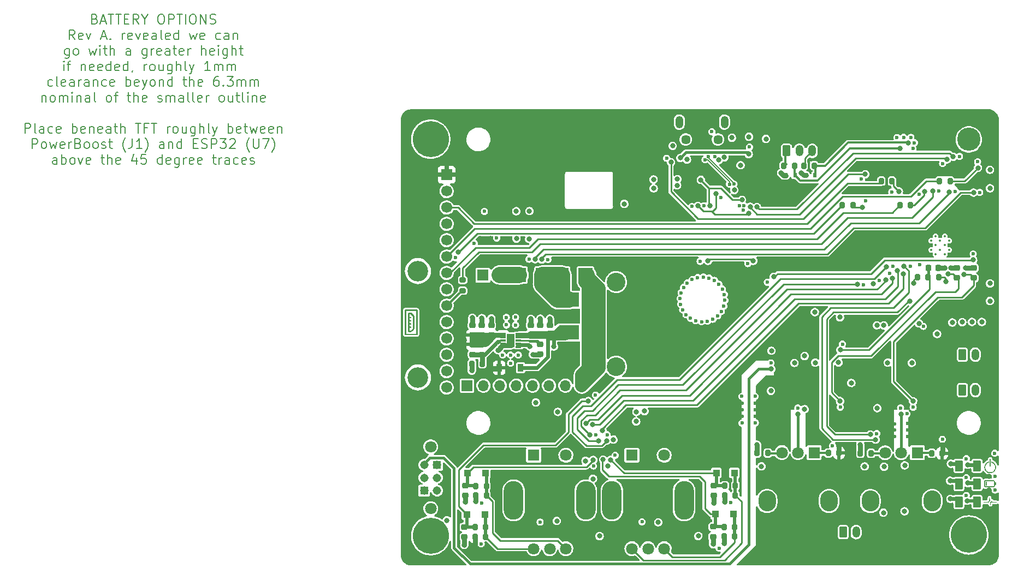
<source format=gbr>
%TF.GenerationSoftware,KiCad,Pcbnew,(6.0.11)*%
%TF.CreationDate,2024-03-19T14:29:21-04:00*%
%TF.ProjectId,Ultrasonic Sound Steering - Remote Rev. B,556c7472-6173-46f6-9e69-6320536f756e,rev?*%
%TF.SameCoordinates,Original*%
%TF.FileFunction,Copper,L1,Top*%
%TF.FilePolarity,Positive*%
%FSLAX46Y46*%
G04 Gerber Fmt 4.6, Leading zero omitted, Abs format (unit mm)*
G04 Created by KiCad (PCBNEW (6.0.11)) date 2024-03-19 14:29:21*
%MOMM*%
%LPD*%
G01*
G04 APERTURE LIST*
G04 Aperture macros list*
%AMRoundRect*
0 Rectangle with rounded corners*
0 $1 Rounding radius*
0 $2 $3 $4 $5 $6 $7 $8 $9 X,Y pos of 4 corners*
0 Add a 4 corners polygon primitive as box body*
4,1,4,$2,$3,$4,$5,$6,$7,$8,$9,$2,$3,0*
0 Add four circle primitives for the rounded corners*
1,1,$1+$1,$2,$3*
1,1,$1+$1,$4,$5*
1,1,$1+$1,$6,$7*
1,1,$1+$1,$8,$9*
0 Add four rect primitives between the rounded corners*
20,1,$1+$1,$2,$3,$4,$5,0*
20,1,$1+$1,$4,$5,$6,$7,0*
20,1,$1+$1,$6,$7,$8,$9,0*
20,1,$1+$1,$8,$9,$2,$3,0*%
G04 Aperture macros list end*
%ADD10C,0.200000*%
%TA.AperFunction,NonConductor*%
%ADD11C,0.200000*%
%TD*%
%TA.AperFunction,ComponentPad*%
%ADD12R,1.308000X1.308000*%
%TD*%
%TA.AperFunction,ComponentPad*%
%ADD13C,1.308000*%
%TD*%
%TA.AperFunction,SMDPad,CuDef*%
%ADD14RoundRect,0.225000X-0.250000X0.225000X-0.250000X-0.225000X0.250000X-0.225000X0.250000X0.225000X0*%
%TD*%
%TA.AperFunction,SMDPad,CuDef*%
%ADD15RoundRect,0.200000X0.200000X0.275000X-0.200000X0.275000X-0.200000X-0.275000X0.200000X-0.275000X0*%
%TD*%
%TA.AperFunction,SMDPad,CuDef*%
%ADD16R,2.180400X2.210000*%
%TD*%
%TA.AperFunction,SMDPad,CuDef*%
%ADD17RoundRect,0.200000X-0.200000X-0.275000X0.200000X-0.275000X0.200000X0.275000X-0.200000X0.275000X0*%
%TD*%
%TA.AperFunction,SMDPad,CuDef*%
%ADD18R,0.600000X0.700000*%
%TD*%
%TA.AperFunction,ComponentPad*%
%ADD19R,1.800000X1.800000*%
%TD*%
%TA.AperFunction,ComponentPad*%
%ADD20C,1.800000*%
%TD*%
%TA.AperFunction,ComponentPad*%
%ADD21O,3.000000X6.000000*%
%TD*%
%TA.AperFunction,SMDPad,CuDef*%
%ADD22R,3.048000X2.286000*%
%TD*%
%TA.AperFunction,ConnectorPad*%
%ADD23C,5.600000*%
%TD*%
%TA.AperFunction,ComponentPad*%
%ADD24C,3.600000*%
%TD*%
%TA.AperFunction,SMDPad,CuDef*%
%ADD25R,1.100000X1.100000*%
%TD*%
%TA.AperFunction,SMDPad,CuDef*%
%ADD26RoundRect,0.200000X-0.275000X0.200000X-0.275000X-0.200000X0.275000X-0.200000X0.275000X0.200000X0*%
%TD*%
%TA.AperFunction,ComponentPad*%
%ADD27R,1.700000X1.700000*%
%TD*%
%TA.AperFunction,ComponentPad*%
%ADD28C,1.700000*%
%TD*%
%TA.AperFunction,SMDPad,CuDef*%
%ADD29RoundRect,0.225000X0.250000X-0.225000X0.250000X0.225000X-0.250000X0.225000X-0.250000X-0.225000X0*%
%TD*%
%TA.AperFunction,SMDPad,CuDef*%
%ADD30RoundRect,0.225000X0.225000X0.250000X-0.225000X0.250000X-0.225000X-0.250000X0.225000X-0.250000X0*%
%TD*%
%TA.AperFunction,SMDPad,CuDef*%
%ADD31RoundRect,0.250000X-0.375000X-0.625000X0.375000X-0.625000X0.375000X0.625000X-0.375000X0.625000X0*%
%TD*%
%TA.AperFunction,ComponentPad*%
%ADD32O,2.720000X3.240000*%
%TD*%
%TA.AperFunction,SMDPad,CuDef*%
%ADD33RoundRect,0.008100X-0.411900X-0.126900X0.411900X-0.126900X0.411900X0.126900X-0.411900X0.126900X0*%
%TD*%
%TA.AperFunction,SMDPad,CuDef*%
%ADD34R,1.200000X2.000000*%
%TD*%
%TA.AperFunction,ComponentPad*%
%ADD35C,0.300000*%
%TD*%
%TA.AperFunction,SMDPad,CuDef*%
%ADD36RoundRect,0.200000X0.275000X-0.200000X0.275000X0.200000X-0.275000X0.200000X-0.275000X-0.200000X0*%
%TD*%
%TA.AperFunction,SMDPad,CuDef*%
%ADD37R,0.900000X1.200000*%
%TD*%
%TA.AperFunction,ComponentPad*%
%ADD38O,1.700000X1.700000*%
%TD*%
%TA.AperFunction,ComponentPad*%
%ADD39C,3.200000*%
%TD*%
%TA.AperFunction,ComponentPad*%
%ADD40C,2.900000*%
%TD*%
%TA.AperFunction,ComponentPad*%
%ADD41RoundRect,0.250000X-0.350000X-0.625000X0.350000X-0.625000X0.350000X0.625000X-0.350000X0.625000X0*%
%TD*%
%TA.AperFunction,ComponentPad*%
%ADD42O,1.200000X1.750000*%
%TD*%
%TA.AperFunction,ComponentPad*%
%ADD43C,1.450000*%
%TD*%
%TA.AperFunction,ComponentPad*%
%ADD44O,1.200000X1.900000*%
%TD*%
%TA.AperFunction,ComponentPad*%
%ADD45C,0.350000*%
%TD*%
%TA.AperFunction,ViaPad*%
%ADD46C,0.600000*%
%TD*%
%TA.AperFunction,ViaPad*%
%ADD47C,0.800000*%
%TD*%
%TA.AperFunction,Conductor*%
%ADD48C,0.800000*%
%TD*%
%TA.AperFunction,Conductor*%
%ADD49C,0.400000*%
%TD*%
%TA.AperFunction,Conductor*%
%ADD50C,0.600000*%
%TD*%
%TA.AperFunction,Conductor*%
%ADD51C,2.000000*%
%TD*%
%TA.AperFunction,Conductor*%
%ADD52C,0.250000*%
%TD*%
%TA.AperFunction,Conductor*%
%ADD53C,0.230000*%
%TD*%
%TA.AperFunction,Conductor*%
%ADD54C,0.500000*%
%TD*%
%TA.AperFunction,Conductor*%
%ADD55C,0.350000*%
%TD*%
%TA.AperFunction,Conductor*%
%ADD56C,0.300000*%
%TD*%
%TA.AperFunction,Conductor*%
%ADD57C,2.500000*%
%TD*%
%TA.AperFunction,Conductor*%
%ADD58C,1.000000*%
%TD*%
%TA.AperFunction,Conductor*%
%ADD59C,1.400000*%
%TD*%
%TA.AperFunction,Conductor*%
%ADD60C,0.200000*%
%TD*%
G04 APERTURE END LIST*
D10*
D11*
X53468571Y-28875357D02*
X53682857Y-28946785D01*
X53754285Y-29018214D01*
X53825714Y-29161071D01*
X53825714Y-29375357D01*
X53754285Y-29518214D01*
X53682857Y-29589642D01*
X53540000Y-29661071D01*
X52968571Y-29661071D01*
X52968571Y-28161071D01*
X53468571Y-28161071D01*
X53611428Y-28232500D01*
X53682857Y-28303928D01*
X53754285Y-28446785D01*
X53754285Y-28589642D01*
X53682857Y-28732500D01*
X53611428Y-28803928D01*
X53468571Y-28875357D01*
X52968571Y-28875357D01*
X54397142Y-29232500D02*
X55111428Y-29232500D01*
X54254285Y-29661071D02*
X54754285Y-28161071D01*
X55254285Y-29661071D01*
X55540000Y-28161071D02*
X56397142Y-28161071D01*
X55968571Y-29661071D02*
X55968571Y-28161071D01*
X56682857Y-28161071D02*
X57540000Y-28161071D01*
X57111428Y-29661071D02*
X57111428Y-28161071D01*
X58040000Y-28875357D02*
X58540000Y-28875357D01*
X58754285Y-29661071D02*
X58040000Y-29661071D01*
X58040000Y-28161071D01*
X58754285Y-28161071D01*
X60254285Y-29661071D02*
X59754285Y-28946785D01*
X59397142Y-29661071D02*
X59397142Y-28161071D01*
X59968571Y-28161071D01*
X60111428Y-28232500D01*
X60182857Y-28303928D01*
X60254285Y-28446785D01*
X60254285Y-28661071D01*
X60182857Y-28803928D01*
X60111428Y-28875357D01*
X59968571Y-28946785D01*
X59397142Y-28946785D01*
X61182857Y-28946785D02*
X61182857Y-29661071D01*
X60682857Y-28161071D02*
X61182857Y-28946785D01*
X61682857Y-28161071D01*
X63611428Y-28161071D02*
X63897142Y-28161071D01*
X64040000Y-28232500D01*
X64182857Y-28375357D01*
X64254285Y-28661071D01*
X64254285Y-29161071D01*
X64182857Y-29446785D01*
X64040000Y-29589642D01*
X63897142Y-29661071D01*
X63611428Y-29661071D01*
X63468571Y-29589642D01*
X63325714Y-29446785D01*
X63254285Y-29161071D01*
X63254285Y-28661071D01*
X63325714Y-28375357D01*
X63468571Y-28232500D01*
X63611428Y-28161071D01*
X64897142Y-29661071D02*
X64897142Y-28161071D01*
X65468571Y-28161071D01*
X65611428Y-28232500D01*
X65682857Y-28303928D01*
X65754285Y-28446785D01*
X65754285Y-28661071D01*
X65682857Y-28803928D01*
X65611428Y-28875357D01*
X65468571Y-28946785D01*
X64897142Y-28946785D01*
X66182857Y-28161071D02*
X67040000Y-28161071D01*
X66611428Y-29661071D02*
X66611428Y-28161071D01*
X67540000Y-29661071D02*
X67540000Y-28161071D01*
X68540000Y-28161071D02*
X68825714Y-28161071D01*
X68968571Y-28232500D01*
X69111428Y-28375357D01*
X69182857Y-28661071D01*
X69182857Y-29161071D01*
X69111428Y-29446785D01*
X68968571Y-29589642D01*
X68825714Y-29661071D01*
X68540000Y-29661071D01*
X68397142Y-29589642D01*
X68254285Y-29446785D01*
X68182857Y-29161071D01*
X68182857Y-28661071D01*
X68254285Y-28375357D01*
X68397142Y-28232500D01*
X68540000Y-28161071D01*
X69825714Y-29661071D02*
X69825714Y-28161071D01*
X70682857Y-29661071D01*
X70682857Y-28161071D01*
X71325714Y-29589642D02*
X71540000Y-29661071D01*
X71897142Y-29661071D01*
X72040000Y-29589642D01*
X72111428Y-29518214D01*
X72182857Y-29375357D01*
X72182857Y-29232500D01*
X72111428Y-29089642D01*
X72040000Y-29018214D01*
X71897142Y-28946785D01*
X71611428Y-28875357D01*
X71468571Y-28803928D01*
X71397142Y-28732500D01*
X71325714Y-28589642D01*
X71325714Y-28446785D01*
X71397142Y-28303928D01*
X71468571Y-28232500D01*
X71611428Y-28161071D01*
X71968571Y-28161071D01*
X72182857Y-28232500D01*
X50361428Y-32076071D02*
X49861428Y-31361785D01*
X49504285Y-32076071D02*
X49504285Y-30576071D01*
X50075714Y-30576071D01*
X50218571Y-30647500D01*
X50289999Y-30718928D01*
X50361428Y-30861785D01*
X50361428Y-31076071D01*
X50289999Y-31218928D01*
X50218571Y-31290357D01*
X50075714Y-31361785D01*
X49504285Y-31361785D01*
X51575714Y-32004642D02*
X51432857Y-32076071D01*
X51147142Y-32076071D01*
X51004285Y-32004642D01*
X50932857Y-31861785D01*
X50932857Y-31290357D01*
X51004285Y-31147500D01*
X51147142Y-31076071D01*
X51432857Y-31076071D01*
X51575714Y-31147500D01*
X51647142Y-31290357D01*
X51647142Y-31433214D01*
X50932857Y-31576071D01*
X52147142Y-31076071D02*
X52504285Y-32076071D01*
X52861428Y-31076071D01*
X54504285Y-31647500D02*
X55218571Y-31647500D01*
X54361428Y-32076071D02*
X54861428Y-30576071D01*
X55361428Y-32076071D01*
X55861428Y-31933214D02*
X55932857Y-32004642D01*
X55861428Y-32076071D01*
X55789999Y-32004642D01*
X55861428Y-31933214D01*
X55861428Y-32076071D01*
X57718571Y-32076071D02*
X57718571Y-31076071D01*
X57718571Y-31361785D02*
X57789999Y-31218928D01*
X57861428Y-31147500D01*
X58004285Y-31076071D01*
X58147142Y-31076071D01*
X59218571Y-32004642D02*
X59075714Y-32076071D01*
X58789999Y-32076071D01*
X58647142Y-32004642D01*
X58575714Y-31861785D01*
X58575714Y-31290357D01*
X58647142Y-31147500D01*
X58789999Y-31076071D01*
X59075714Y-31076071D01*
X59218571Y-31147500D01*
X59289999Y-31290357D01*
X59289999Y-31433214D01*
X58575714Y-31576071D01*
X59789999Y-31076071D02*
X60147142Y-32076071D01*
X60504285Y-31076071D01*
X61647142Y-32004642D02*
X61504285Y-32076071D01*
X61218571Y-32076071D01*
X61075714Y-32004642D01*
X61004285Y-31861785D01*
X61004285Y-31290357D01*
X61075714Y-31147500D01*
X61218571Y-31076071D01*
X61504285Y-31076071D01*
X61647142Y-31147500D01*
X61718571Y-31290357D01*
X61718571Y-31433214D01*
X61004285Y-31576071D01*
X63004285Y-32076071D02*
X63004285Y-31290357D01*
X62932857Y-31147500D01*
X62789999Y-31076071D01*
X62504285Y-31076071D01*
X62361428Y-31147500D01*
X63004285Y-32004642D02*
X62861428Y-32076071D01*
X62504285Y-32076071D01*
X62361428Y-32004642D01*
X62289999Y-31861785D01*
X62289999Y-31718928D01*
X62361428Y-31576071D01*
X62504285Y-31504642D01*
X62861428Y-31504642D01*
X63004285Y-31433214D01*
X63932857Y-32076071D02*
X63789999Y-32004642D01*
X63718571Y-31861785D01*
X63718571Y-30576071D01*
X65075714Y-32004642D02*
X64932857Y-32076071D01*
X64647142Y-32076071D01*
X64504285Y-32004642D01*
X64432857Y-31861785D01*
X64432857Y-31290357D01*
X64504285Y-31147500D01*
X64647142Y-31076071D01*
X64932857Y-31076071D01*
X65075714Y-31147500D01*
X65147142Y-31290357D01*
X65147142Y-31433214D01*
X64432857Y-31576071D01*
X66432857Y-32076071D02*
X66432857Y-30576071D01*
X66432857Y-32004642D02*
X66289999Y-32076071D01*
X66004285Y-32076071D01*
X65861428Y-32004642D01*
X65789999Y-31933214D01*
X65718571Y-31790357D01*
X65718571Y-31361785D01*
X65789999Y-31218928D01*
X65861428Y-31147500D01*
X66004285Y-31076071D01*
X66289999Y-31076071D01*
X66432857Y-31147500D01*
X68147142Y-31076071D02*
X68432857Y-32076071D01*
X68718571Y-31361785D01*
X69004285Y-32076071D01*
X69290000Y-31076071D01*
X70432857Y-32004642D02*
X70290000Y-32076071D01*
X70004285Y-32076071D01*
X69861428Y-32004642D01*
X69790000Y-31861785D01*
X69790000Y-31290357D01*
X69861428Y-31147500D01*
X70004285Y-31076071D01*
X70290000Y-31076071D01*
X70432857Y-31147500D01*
X70504285Y-31290357D01*
X70504285Y-31433214D01*
X69790000Y-31576071D01*
X72932857Y-32004642D02*
X72790000Y-32076071D01*
X72504285Y-32076071D01*
X72361428Y-32004642D01*
X72290000Y-31933214D01*
X72218571Y-31790357D01*
X72218571Y-31361785D01*
X72290000Y-31218928D01*
X72361428Y-31147500D01*
X72504285Y-31076071D01*
X72790000Y-31076071D01*
X72932857Y-31147500D01*
X74218571Y-32076071D02*
X74218571Y-31290357D01*
X74147142Y-31147500D01*
X74004285Y-31076071D01*
X73718571Y-31076071D01*
X73575714Y-31147500D01*
X74218571Y-32004642D02*
X74075714Y-32076071D01*
X73718571Y-32076071D01*
X73575714Y-32004642D01*
X73504285Y-31861785D01*
X73504285Y-31718928D01*
X73575714Y-31576071D01*
X73718571Y-31504642D01*
X74075714Y-31504642D01*
X74218571Y-31433214D01*
X74932857Y-31076071D02*
X74932857Y-32076071D01*
X74932857Y-31218928D02*
X75004285Y-31147500D01*
X75147142Y-31076071D01*
X75361428Y-31076071D01*
X75504285Y-31147500D01*
X75575714Y-31290357D01*
X75575714Y-32076071D01*
X49504285Y-33491071D02*
X49504285Y-34705357D01*
X49432857Y-34848214D01*
X49361428Y-34919642D01*
X49218571Y-34991071D01*
X49004285Y-34991071D01*
X48861428Y-34919642D01*
X49504285Y-34419642D02*
X49361428Y-34491071D01*
X49075714Y-34491071D01*
X48932857Y-34419642D01*
X48861428Y-34348214D01*
X48790000Y-34205357D01*
X48790000Y-33776785D01*
X48861428Y-33633928D01*
X48932857Y-33562500D01*
X49075714Y-33491071D01*
X49361428Y-33491071D01*
X49504285Y-33562500D01*
X50432857Y-34491071D02*
X50290000Y-34419642D01*
X50218571Y-34348214D01*
X50147142Y-34205357D01*
X50147142Y-33776785D01*
X50218571Y-33633928D01*
X50290000Y-33562500D01*
X50432857Y-33491071D01*
X50647142Y-33491071D01*
X50790000Y-33562500D01*
X50861428Y-33633928D01*
X50932857Y-33776785D01*
X50932857Y-34205357D01*
X50861428Y-34348214D01*
X50790000Y-34419642D01*
X50647142Y-34491071D01*
X50432857Y-34491071D01*
X52575714Y-33491071D02*
X52861428Y-34491071D01*
X53147142Y-33776785D01*
X53432857Y-34491071D01*
X53718571Y-33491071D01*
X54290000Y-34491071D02*
X54290000Y-33491071D01*
X54290000Y-32991071D02*
X54218571Y-33062500D01*
X54290000Y-33133928D01*
X54361428Y-33062500D01*
X54290000Y-32991071D01*
X54290000Y-33133928D01*
X54790000Y-33491071D02*
X55361428Y-33491071D01*
X55004285Y-32991071D02*
X55004285Y-34276785D01*
X55075714Y-34419642D01*
X55218571Y-34491071D01*
X55361428Y-34491071D01*
X55861428Y-34491071D02*
X55861428Y-32991071D01*
X56504285Y-34491071D02*
X56504285Y-33705357D01*
X56432857Y-33562500D01*
X56290000Y-33491071D01*
X56075714Y-33491071D01*
X55932857Y-33562500D01*
X55861428Y-33633928D01*
X59004285Y-34491071D02*
X59004285Y-33705357D01*
X58932857Y-33562500D01*
X58790000Y-33491071D01*
X58504285Y-33491071D01*
X58361428Y-33562500D01*
X59004285Y-34419642D02*
X58861428Y-34491071D01*
X58504285Y-34491071D01*
X58361428Y-34419642D01*
X58290000Y-34276785D01*
X58290000Y-34133928D01*
X58361428Y-33991071D01*
X58504285Y-33919642D01*
X58861428Y-33919642D01*
X59004285Y-33848214D01*
X61504285Y-33491071D02*
X61504285Y-34705357D01*
X61432857Y-34848214D01*
X61361428Y-34919642D01*
X61218571Y-34991071D01*
X61004285Y-34991071D01*
X60861428Y-34919642D01*
X61504285Y-34419642D02*
X61361428Y-34491071D01*
X61075714Y-34491071D01*
X60932857Y-34419642D01*
X60861428Y-34348214D01*
X60790000Y-34205357D01*
X60790000Y-33776785D01*
X60861428Y-33633928D01*
X60932857Y-33562500D01*
X61075714Y-33491071D01*
X61361428Y-33491071D01*
X61504285Y-33562500D01*
X62218571Y-34491071D02*
X62218571Y-33491071D01*
X62218571Y-33776785D02*
X62290000Y-33633928D01*
X62361428Y-33562500D01*
X62504285Y-33491071D01*
X62647142Y-33491071D01*
X63718571Y-34419642D02*
X63575714Y-34491071D01*
X63290000Y-34491071D01*
X63147142Y-34419642D01*
X63075714Y-34276785D01*
X63075714Y-33705357D01*
X63147142Y-33562500D01*
X63290000Y-33491071D01*
X63575714Y-33491071D01*
X63718571Y-33562500D01*
X63790000Y-33705357D01*
X63790000Y-33848214D01*
X63075714Y-33991071D01*
X65075714Y-34491071D02*
X65075714Y-33705357D01*
X65004285Y-33562500D01*
X64861428Y-33491071D01*
X64575714Y-33491071D01*
X64432857Y-33562500D01*
X65075714Y-34419642D02*
X64932857Y-34491071D01*
X64575714Y-34491071D01*
X64432857Y-34419642D01*
X64361428Y-34276785D01*
X64361428Y-34133928D01*
X64432857Y-33991071D01*
X64575714Y-33919642D01*
X64932857Y-33919642D01*
X65075714Y-33848214D01*
X65575714Y-33491071D02*
X66147142Y-33491071D01*
X65790000Y-32991071D02*
X65790000Y-34276785D01*
X65861428Y-34419642D01*
X66004285Y-34491071D01*
X66147142Y-34491071D01*
X67218571Y-34419642D02*
X67075714Y-34491071D01*
X66790000Y-34491071D01*
X66647142Y-34419642D01*
X66575714Y-34276785D01*
X66575714Y-33705357D01*
X66647142Y-33562500D01*
X66790000Y-33491071D01*
X67075714Y-33491071D01*
X67218571Y-33562500D01*
X67290000Y-33705357D01*
X67290000Y-33848214D01*
X66575714Y-33991071D01*
X67932857Y-34491071D02*
X67932857Y-33491071D01*
X67932857Y-33776785D02*
X68004285Y-33633928D01*
X68075714Y-33562500D01*
X68218571Y-33491071D01*
X68361428Y-33491071D01*
X70004285Y-34491071D02*
X70004285Y-32991071D01*
X70647142Y-34491071D02*
X70647142Y-33705357D01*
X70575714Y-33562500D01*
X70432857Y-33491071D01*
X70218571Y-33491071D01*
X70075714Y-33562500D01*
X70004285Y-33633928D01*
X71932857Y-34419642D02*
X71790000Y-34491071D01*
X71504285Y-34491071D01*
X71361428Y-34419642D01*
X71290000Y-34276785D01*
X71290000Y-33705357D01*
X71361428Y-33562500D01*
X71504285Y-33491071D01*
X71790000Y-33491071D01*
X71932857Y-33562500D01*
X72004285Y-33705357D01*
X72004285Y-33848214D01*
X71290000Y-33991071D01*
X72647142Y-34491071D02*
X72647142Y-33491071D01*
X72647142Y-32991071D02*
X72575714Y-33062500D01*
X72647142Y-33133928D01*
X72718571Y-33062500D01*
X72647142Y-32991071D01*
X72647142Y-33133928D01*
X74004285Y-33491071D02*
X74004285Y-34705357D01*
X73932857Y-34848214D01*
X73861428Y-34919642D01*
X73718571Y-34991071D01*
X73504285Y-34991071D01*
X73361428Y-34919642D01*
X74004285Y-34419642D02*
X73861428Y-34491071D01*
X73575714Y-34491071D01*
X73432857Y-34419642D01*
X73361428Y-34348214D01*
X73290000Y-34205357D01*
X73290000Y-33776785D01*
X73361428Y-33633928D01*
X73432857Y-33562500D01*
X73575714Y-33491071D01*
X73861428Y-33491071D01*
X74004285Y-33562500D01*
X74718571Y-34491071D02*
X74718571Y-32991071D01*
X75361428Y-34491071D02*
X75361428Y-33705357D01*
X75290000Y-33562500D01*
X75147142Y-33491071D01*
X74932857Y-33491071D01*
X74790000Y-33562500D01*
X74718571Y-33633928D01*
X75861428Y-33491071D02*
X76432857Y-33491071D01*
X76075714Y-32991071D02*
X76075714Y-34276785D01*
X76147142Y-34419642D01*
X76290000Y-34491071D01*
X76432857Y-34491071D01*
X48647142Y-36906071D02*
X48647142Y-35906071D01*
X48647142Y-35406071D02*
X48575714Y-35477500D01*
X48647142Y-35548928D01*
X48718571Y-35477500D01*
X48647142Y-35406071D01*
X48647142Y-35548928D01*
X49147142Y-35906071D02*
X49718571Y-35906071D01*
X49361428Y-36906071D02*
X49361428Y-35620357D01*
X49432857Y-35477500D01*
X49575714Y-35406071D01*
X49718571Y-35406071D01*
X51361428Y-35906071D02*
X51361428Y-36906071D01*
X51361428Y-36048928D02*
X51432857Y-35977500D01*
X51575714Y-35906071D01*
X51790000Y-35906071D01*
X51932857Y-35977500D01*
X52004285Y-36120357D01*
X52004285Y-36906071D01*
X53290000Y-36834642D02*
X53147142Y-36906071D01*
X52861428Y-36906071D01*
X52718571Y-36834642D01*
X52647142Y-36691785D01*
X52647142Y-36120357D01*
X52718571Y-35977500D01*
X52861428Y-35906071D01*
X53147142Y-35906071D01*
X53290000Y-35977500D01*
X53361428Y-36120357D01*
X53361428Y-36263214D01*
X52647142Y-36406071D01*
X54575714Y-36834642D02*
X54432857Y-36906071D01*
X54147142Y-36906071D01*
X54004285Y-36834642D01*
X53932857Y-36691785D01*
X53932857Y-36120357D01*
X54004285Y-35977500D01*
X54147142Y-35906071D01*
X54432857Y-35906071D01*
X54575714Y-35977500D01*
X54647142Y-36120357D01*
X54647142Y-36263214D01*
X53932857Y-36406071D01*
X55932857Y-36906071D02*
X55932857Y-35406071D01*
X55932857Y-36834642D02*
X55790000Y-36906071D01*
X55504285Y-36906071D01*
X55361428Y-36834642D01*
X55290000Y-36763214D01*
X55218571Y-36620357D01*
X55218571Y-36191785D01*
X55290000Y-36048928D01*
X55361428Y-35977500D01*
X55504285Y-35906071D01*
X55790000Y-35906071D01*
X55932857Y-35977500D01*
X57218571Y-36834642D02*
X57075714Y-36906071D01*
X56790000Y-36906071D01*
X56647142Y-36834642D01*
X56575714Y-36691785D01*
X56575714Y-36120357D01*
X56647142Y-35977500D01*
X56790000Y-35906071D01*
X57075714Y-35906071D01*
X57218571Y-35977500D01*
X57290000Y-36120357D01*
X57290000Y-36263214D01*
X56575714Y-36406071D01*
X58575714Y-36906071D02*
X58575714Y-35406071D01*
X58575714Y-36834642D02*
X58432857Y-36906071D01*
X58147142Y-36906071D01*
X58004285Y-36834642D01*
X57932857Y-36763214D01*
X57861428Y-36620357D01*
X57861428Y-36191785D01*
X57932857Y-36048928D01*
X58004285Y-35977500D01*
X58147142Y-35906071D01*
X58432857Y-35906071D01*
X58575714Y-35977500D01*
X59361428Y-36834642D02*
X59361428Y-36906071D01*
X59290000Y-37048928D01*
X59218571Y-37120357D01*
X61147142Y-36906071D02*
X61147142Y-35906071D01*
X61147142Y-36191785D02*
X61218571Y-36048928D01*
X61290000Y-35977500D01*
X61432857Y-35906071D01*
X61575714Y-35906071D01*
X62290000Y-36906071D02*
X62147142Y-36834642D01*
X62075714Y-36763214D01*
X62004285Y-36620357D01*
X62004285Y-36191785D01*
X62075714Y-36048928D01*
X62147142Y-35977500D01*
X62290000Y-35906071D01*
X62504285Y-35906071D01*
X62647142Y-35977500D01*
X62718571Y-36048928D01*
X62790000Y-36191785D01*
X62790000Y-36620357D01*
X62718571Y-36763214D01*
X62647142Y-36834642D01*
X62504285Y-36906071D01*
X62290000Y-36906071D01*
X64075714Y-35906071D02*
X64075714Y-36906071D01*
X63432857Y-35906071D02*
X63432857Y-36691785D01*
X63504285Y-36834642D01*
X63647142Y-36906071D01*
X63861428Y-36906071D01*
X64004285Y-36834642D01*
X64075714Y-36763214D01*
X65432857Y-35906071D02*
X65432857Y-37120357D01*
X65361428Y-37263214D01*
X65290000Y-37334642D01*
X65147142Y-37406071D01*
X64932857Y-37406071D01*
X64790000Y-37334642D01*
X65432857Y-36834642D02*
X65290000Y-36906071D01*
X65004285Y-36906071D01*
X64861428Y-36834642D01*
X64790000Y-36763214D01*
X64718571Y-36620357D01*
X64718571Y-36191785D01*
X64790000Y-36048928D01*
X64861428Y-35977500D01*
X65004285Y-35906071D01*
X65290000Y-35906071D01*
X65432857Y-35977500D01*
X66147142Y-36906071D02*
X66147142Y-35406071D01*
X66790000Y-36906071D02*
X66790000Y-36120357D01*
X66718571Y-35977500D01*
X66575714Y-35906071D01*
X66361428Y-35906071D01*
X66218571Y-35977500D01*
X66147142Y-36048928D01*
X67718571Y-36906071D02*
X67575714Y-36834642D01*
X67504285Y-36691785D01*
X67504285Y-35406071D01*
X68147142Y-35906071D02*
X68504285Y-36906071D01*
X68861428Y-35906071D02*
X68504285Y-36906071D01*
X68361428Y-37263214D01*
X68290000Y-37334642D01*
X68147142Y-37406071D01*
X71361428Y-36906071D02*
X70504285Y-36906071D01*
X70932857Y-36906071D02*
X70932857Y-35406071D01*
X70790000Y-35620357D01*
X70647142Y-35763214D01*
X70504285Y-35834642D01*
X72004285Y-36906071D02*
X72004285Y-35906071D01*
X72004285Y-36048928D02*
X72075714Y-35977500D01*
X72218571Y-35906071D01*
X72432857Y-35906071D01*
X72575714Y-35977500D01*
X72647142Y-36120357D01*
X72647142Y-36906071D01*
X72647142Y-36120357D02*
X72718571Y-35977500D01*
X72861428Y-35906071D01*
X73075714Y-35906071D01*
X73218571Y-35977500D01*
X73290000Y-36120357D01*
X73290000Y-36906071D01*
X74004285Y-36906071D02*
X74004285Y-35906071D01*
X74004285Y-36048928D02*
X74075714Y-35977500D01*
X74218571Y-35906071D01*
X74432857Y-35906071D01*
X74575714Y-35977500D01*
X74647142Y-36120357D01*
X74647142Y-36906071D01*
X74647142Y-36120357D02*
X74718571Y-35977500D01*
X74861428Y-35906071D01*
X75075714Y-35906071D01*
X75218571Y-35977500D01*
X75290000Y-36120357D01*
X75290000Y-36906071D01*
X46897142Y-39249642D02*
X46754285Y-39321071D01*
X46468571Y-39321071D01*
X46325714Y-39249642D01*
X46254285Y-39178214D01*
X46182857Y-39035357D01*
X46182857Y-38606785D01*
X46254285Y-38463928D01*
X46325714Y-38392500D01*
X46468571Y-38321071D01*
X46754285Y-38321071D01*
X46897142Y-38392500D01*
X47754285Y-39321071D02*
X47611428Y-39249642D01*
X47540000Y-39106785D01*
X47540000Y-37821071D01*
X48897142Y-39249642D02*
X48754285Y-39321071D01*
X48468571Y-39321071D01*
X48325714Y-39249642D01*
X48254285Y-39106785D01*
X48254285Y-38535357D01*
X48325714Y-38392500D01*
X48468571Y-38321071D01*
X48754285Y-38321071D01*
X48897142Y-38392500D01*
X48968571Y-38535357D01*
X48968571Y-38678214D01*
X48254285Y-38821071D01*
X50254285Y-39321071D02*
X50254285Y-38535357D01*
X50182857Y-38392500D01*
X50040000Y-38321071D01*
X49754285Y-38321071D01*
X49611428Y-38392500D01*
X50254285Y-39249642D02*
X50111428Y-39321071D01*
X49754285Y-39321071D01*
X49611428Y-39249642D01*
X49540000Y-39106785D01*
X49540000Y-38963928D01*
X49611428Y-38821071D01*
X49754285Y-38749642D01*
X50111428Y-38749642D01*
X50254285Y-38678214D01*
X50968571Y-39321071D02*
X50968571Y-38321071D01*
X50968571Y-38606785D02*
X51040000Y-38463928D01*
X51111428Y-38392500D01*
X51254285Y-38321071D01*
X51397142Y-38321071D01*
X52540000Y-39321071D02*
X52540000Y-38535357D01*
X52468571Y-38392500D01*
X52325714Y-38321071D01*
X52040000Y-38321071D01*
X51897142Y-38392500D01*
X52540000Y-39249642D02*
X52397142Y-39321071D01*
X52040000Y-39321071D01*
X51897142Y-39249642D01*
X51825714Y-39106785D01*
X51825714Y-38963928D01*
X51897142Y-38821071D01*
X52040000Y-38749642D01*
X52397142Y-38749642D01*
X52540000Y-38678214D01*
X53254285Y-38321071D02*
X53254285Y-39321071D01*
X53254285Y-38463928D02*
X53325714Y-38392500D01*
X53468571Y-38321071D01*
X53682857Y-38321071D01*
X53825714Y-38392500D01*
X53897142Y-38535357D01*
X53897142Y-39321071D01*
X55254285Y-39249642D02*
X55111428Y-39321071D01*
X54825714Y-39321071D01*
X54682857Y-39249642D01*
X54611428Y-39178214D01*
X54540000Y-39035357D01*
X54540000Y-38606785D01*
X54611428Y-38463928D01*
X54682857Y-38392500D01*
X54825714Y-38321071D01*
X55111428Y-38321071D01*
X55254285Y-38392500D01*
X56468571Y-39249642D02*
X56325714Y-39321071D01*
X56040000Y-39321071D01*
X55897142Y-39249642D01*
X55825714Y-39106785D01*
X55825714Y-38535357D01*
X55897142Y-38392500D01*
X56040000Y-38321071D01*
X56325714Y-38321071D01*
X56468571Y-38392500D01*
X56540000Y-38535357D01*
X56540000Y-38678214D01*
X55825714Y-38821071D01*
X58325714Y-39321071D02*
X58325714Y-37821071D01*
X58325714Y-38392500D02*
X58468571Y-38321071D01*
X58754285Y-38321071D01*
X58897142Y-38392500D01*
X58968571Y-38463928D01*
X59040000Y-38606785D01*
X59040000Y-39035357D01*
X58968571Y-39178214D01*
X58897142Y-39249642D01*
X58754285Y-39321071D01*
X58468571Y-39321071D01*
X58325714Y-39249642D01*
X60254285Y-39249642D02*
X60111428Y-39321071D01*
X59825714Y-39321071D01*
X59682857Y-39249642D01*
X59611428Y-39106785D01*
X59611428Y-38535357D01*
X59682857Y-38392500D01*
X59825714Y-38321071D01*
X60111428Y-38321071D01*
X60254285Y-38392500D01*
X60325714Y-38535357D01*
X60325714Y-38678214D01*
X59611428Y-38821071D01*
X60825714Y-38321071D02*
X61182857Y-39321071D01*
X61540000Y-38321071D02*
X61182857Y-39321071D01*
X61040000Y-39678214D01*
X60968571Y-39749642D01*
X60825714Y-39821071D01*
X62325714Y-39321071D02*
X62182857Y-39249642D01*
X62111428Y-39178214D01*
X62040000Y-39035357D01*
X62040000Y-38606785D01*
X62111428Y-38463928D01*
X62182857Y-38392500D01*
X62325714Y-38321071D01*
X62540000Y-38321071D01*
X62682857Y-38392500D01*
X62754285Y-38463928D01*
X62825714Y-38606785D01*
X62825714Y-39035357D01*
X62754285Y-39178214D01*
X62682857Y-39249642D01*
X62540000Y-39321071D01*
X62325714Y-39321071D01*
X63468571Y-38321071D02*
X63468571Y-39321071D01*
X63468571Y-38463928D02*
X63540000Y-38392500D01*
X63682857Y-38321071D01*
X63897142Y-38321071D01*
X64040000Y-38392500D01*
X64111428Y-38535357D01*
X64111428Y-39321071D01*
X65468571Y-39321071D02*
X65468571Y-37821071D01*
X65468571Y-39249642D02*
X65325714Y-39321071D01*
X65040000Y-39321071D01*
X64897142Y-39249642D01*
X64825714Y-39178214D01*
X64754285Y-39035357D01*
X64754285Y-38606785D01*
X64825714Y-38463928D01*
X64897142Y-38392500D01*
X65040000Y-38321071D01*
X65325714Y-38321071D01*
X65468571Y-38392500D01*
X67111428Y-38321071D02*
X67682857Y-38321071D01*
X67325714Y-37821071D02*
X67325714Y-39106785D01*
X67397142Y-39249642D01*
X67540000Y-39321071D01*
X67682857Y-39321071D01*
X68182857Y-39321071D02*
X68182857Y-37821071D01*
X68825714Y-39321071D02*
X68825714Y-38535357D01*
X68754285Y-38392500D01*
X68611428Y-38321071D01*
X68397142Y-38321071D01*
X68254285Y-38392500D01*
X68182857Y-38463928D01*
X70111428Y-39249642D02*
X69968571Y-39321071D01*
X69682857Y-39321071D01*
X69540000Y-39249642D01*
X69468571Y-39106785D01*
X69468571Y-38535357D01*
X69540000Y-38392500D01*
X69682857Y-38321071D01*
X69968571Y-38321071D01*
X70111428Y-38392500D01*
X70182857Y-38535357D01*
X70182857Y-38678214D01*
X69468571Y-38821071D01*
X72611428Y-37821071D02*
X72325714Y-37821071D01*
X72182857Y-37892500D01*
X72111428Y-37963928D01*
X71968571Y-38178214D01*
X71897142Y-38463928D01*
X71897142Y-39035357D01*
X71968571Y-39178214D01*
X72040000Y-39249642D01*
X72182857Y-39321071D01*
X72468571Y-39321071D01*
X72611428Y-39249642D01*
X72682857Y-39178214D01*
X72754285Y-39035357D01*
X72754285Y-38678214D01*
X72682857Y-38535357D01*
X72611428Y-38463928D01*
X72468571Y-38392500D01*
X72182857Y-38392500D01*
X72040000Y-38463928D01*
X71968571Y-38535357D01*
X71897142Y-38678214D01*
X73397142Y-39178214D02*
X73468571Y-39249642D01*
X73397142Y-39321071D01*
X73325714Y-39249642D01*
X73397142Y-39178214D01*
X73397142Y-39321071D01*
X73968571Y-37821071D02*
X74897142Y-37821071D01*
X74397142Y-38392500D01*
X74611428Y-38392500D01*
X74754285Y-38463928D01*
X74825714Y-38535357D01*
X74897142Y-38678214D01*
X74897142Y-39035357D01*
X74825714Y-39178214D01*
X74754285Y-39249642D01*
X74611428Y-39321071D01*
X74182857Y-39321071D01*
X74040000Y-39249642D01*
X73968571Y-39178214D01*
X75540000Y-39321071D02*
X75540000Y-38321071D01*
X75540000Y-38463928D02*
X75611428Y-38392500D01*
X75754285Y-38321071D01*
X75968571Y-38321071D01*
X76111428Y-38392500D01*
X76182857Y-38535357D01*
X76182857Y-39321071D01*
X76182857Y-38535357D02*
X76254285Y-38392500D01*
X76397142Y-38321071D01*
X76611428Y-38321071D01*
X76754285Y-38392500D01*
X76825714Y-38535357D01*
X76825714Y-39321071D01*
X77540000Y-39321071D02*
X77540000Y-38321071D01*
X77540000Y-38463928D02*
X77611428Y-38392500D01*
X77754285Y-38321071D01*
X77968571Y-38321071D01*
X78111428Y-38392500D01*
X78182857Y-38535357D01*
X78182857Y-39321071D01*
X78182857Y-38535357D02*
X78254285Y-38392500D01*
X78397142Y-38321071D01*
X78611428Y-38321071D01*
X78754285Y-38392500D01*
X78825714Y-38535357D01*
X78825714Y-39321071D01*
X45254285Y-40736071D02*
X45254285Y-41736071D01*
X45254285Y-40878928D02*
X45325714Y-40807500D01*
X45468571Y-40736071D01*
X45682857Y-40736071D01*
X45825714Y-40807500D01*
X45897142Y-40950357D01*
X45897142Y-41736071D01*
X46825714Y-41736071D02*
X46682857Y-41664642D01*
X46611428Y-41593214D01*
X46539999Y-41450357D01*
X46539999Y-41021785D01*
X46611428Y-40878928D01*
X46682857Y-40807500D01*
X46825714Y-40736071D01*
X47039999Y-40736071D01*
X47182857Y-40807500D01*
X47254285Y-40878928D01*
X47325714Y-41021785D01*
X47325714Y-41450357D01*
X47254285Y-41593214D01*
X47182857Y-41664642D01*
X47039999Y-41736071D01*
X46825714Y-41736071D01*
X47968571Y-41736071D02*
X47968571Y-40736071D01*
X47968571Y-40878928D02*
X48039999Y-40807500D01*
X48182857Y-40736071D01*
X48397142Y-40736071D01*
X48539999Y-40807500D01*
X48611428Y-40950357D01*
X48611428Y-41736071D01*
X48611428Y-40950357D02*
X48682857Y-40807500D01*
X48825714Y-40736071D01*
X49039999Y-40736071D01*
X49182857Y-40807500D01*
X49254285Y-40950357D01*
X49254285Y-41736071D01*
X49968571Y-41736071D02*
X49968571Y-40736071D01*
X49968571Y-40236071D02*
X49897142Y-40307500D01*
X49968571Y-40378928D01*
X50039999Y-40307500D01*
X49968571Y-40236071D01*
X49968571Y-40378928D01*
X50682857Y-40736071D02*
X50682857Y-41736071D01*
X50682857Y-40878928D02*
X50754285Y-40807500D01*
X50897142Y-40736071D01*
X51111428Y-40736071D01*
X51254285Y-40807500D01*
X51325714Y-40950357D01*
X51325714Y-41736071D01*
X52682857Y-41736071D02*
X52682857Y-40950357D01*
X52611428Y-40807500D01*
X52468571Y-40736071D01*
X52182857Y-40736071D01*
X52039999Y-40807500D01*
X52682857Y-41664642D02*
X52539999Y-41736071D01*
X52182857Y-41736071D01*
X52039999Y-41664642D01*
X51968571Y-41521785D01*
X51968571Y-41378928D01*
X52039999Y-41236071D01*
X52182857Y-41164642D01*
X52539999Y-41164642D01*
X52682857Y-41093214D01*
X53611428Y-41736071D02*
X53468571Y-41664642D01*
X53397142Y-41521785D01*
X53397142Y-40236071D01*
X55539999Y-41736071D02*
X55397142Y-41664642D01*
X55325714Y-41593214D01*
X55254285Y-41450357D01*
X55254285Y-41021785D01*
X55325714Y-40878928D01*
X55397142Y-40807500D01*
X55539999Y-40736071D01*
X55754285Y-40736071D01*
X55897142Y-40807500D01*
X55968571Y-40878928D01*
X56039999Y-41021785D01*
X56039999Y-41450357D01*
X55968571Y-41593214D01*
X55897142Y-41664642D01*
X55754285Y-41736071D01*
X55539999Y-41736071D01*
X56468571Y-40736071D02*
X57039999Y-40736071D01*
X56682857Y-41736071D02*
X56682857Y-40450357D01*
X56754285Y-40307500D01*
X56897142Y-40236071D01*
X57039999Y-40236071D01*
X58468571Y-40736071D02*
X59039999Y-40736071D01*
X58682857Y-40236071D02*
X58682857Y-41521785D01*
X58754285Y-41664642D01*
X58897142Y-41736071D01*
X59039999Y-41736071D01*
X59539999Y-41736071D02*
X59539999Y-40236071D01*
X60182857Y-41736071D02*
X60182857Y-40950357D01*
X60111428Y-40807500D01*
X59968571Y-40736071D01*
X59754285Y-40736071D01*
X59611428Y-40807500D01*
X59539999Y-40878928D01*
X61468571Y-41664642D02*
X61325714Y-41736071D01*
X61039999Y-41736071D01*
X60897142Y-41664642D01*
X60825714Y-41521785D01*
X60825714Y-40950357D01*
X60897142Y-40807500D01*
X61039999Y-40736071D01*
X61325714Y-40736071D01*
X61468571Y-40807500D01*
X61539999Y-40950357D01*
X61539999Y-41093214D01*
X60825714Y-41236071D01*
X63254285Y-41664642D02*
X63397142Y-41736071D01*
X63682857Y-41736071D01*
X63825714Y-41664642D01*
X63897142Y-41521785D01*
X63897142Y-41450357D01*
X63825714Y-41307500D01*
X63682857Y-41236071D01*
X63468571Y-41236071D01*
X63325714Y-41164642D01*
X63254285Y-41021785D01*
X63254285Y-40950357D01*
X63325714Y-40807500D01*
X63468571Y-40736071D01*
X63682857Y-40736071D01*
X63825714Y-40807500D01*
X64539999Y-41736071D02*
X64539999Y-40736071D01*
X64539999Y-40878928D02*
X64611428Y-40807500D01*
X64754285Y-40736071D01*
X64968571Y-40736071D01*
X65111428Y-40807500D01*
X65182857Y-40950357D01*
X65182857Y-41736071D01*
X65182857Y-40950357D02*
X65254285Y-40807500D01*
X65397142Y-40736071D01*
X65611428Y-40736071D01*
X65754285Y-40807500D01*
X65825714Y-40950357D01*
X65825714Y-41736071D01*
X67182857Y-41736071D02*
X67182857Y-40950357D01*
X67111428Y-40807500D01*
X66968571Y-40736071D01*
X66682857Y-40736071D01*
X66539999Y-40807500D01*
X67182857Y-41664642D02*
X67039999Y-41736071D01*
X66682857Y-41736071D01*
X66539999Y-41664642D01*
X66468571Y-41521785D01*
X66468571Y-41378928D01*
X66539999Y-41236071D01*
X66682857Y-41164642D01*
X67039999Y-41164642D01*
X67182857Y-41093214D01*
X68111428Y-41736071D02*
X67968571Y-41664642D01*
X67897142Y-41521785D01*
X67897142Y-40236071D01*
X68897142Y-41736071D02*
X68754285Y-41664642D01*
X68682857Y-41521785D01*
X68682857Y-40236071D01*
X70040000Y-41664642D02*
X69897142Y-41736071D01*
X69611428Y-41736071D01*
X69468571Y-41664642D01*
X69397142Y-41521785D01*
X69397142Y-40950357D01*
X69468571Y-40807500D01*
X69611428Y-40736071D01*
X69897142Y-40736071D01*
X70040000Y-40807500D01*
X70111428Y-40950357D01*
X70111428Y-41093214D01*
X69397142Y-41236071D01*
X70754285Y-41736071D02*
X70754285Y-40736071D01*
X70754285Y-41021785D02*
X70825714Y-40878928D01*
X70897142Y-40807500D01*
X71040000Y-40736071D01*
X71182857Y-40736071D01*
X73040000Y-41736071D02*
X72897142Y-41664642D01*
X72825714Y-41593214D01*
X72754285Y-41450357D01*
X72754285Y-41021785D01*
X72825714Y-40878928D01*
X72897142Y-40807500D01*
X73040000Y-40736071D01*
X73254285Y-40736071D01*
X73397142Y-40807500D01*
X73468571Y-40878928D01*
X73540000Y-41021785D01*
X73540000Y-41450357D01*
X73468571Y-41593214D01*
X73397142Y-41664642D01*
X73254285Y-41736071D01*
X73040000Y-41736071D01*
X74825714Y-40736071D02*
X74825714Y-41736071D01*
X74182857Y-40736071D02*
X74182857Y-41521785D01*
X74254285Y-41664642D01*
X74397142Y-41736071D01*
X74611428Y-41736071D01*
X74754285Y-41664642D01*
X74825714Y-41593214D01*
X75325714Y-40736071D02*
X75897142Y-40736071D01*
X75540000Y-40236071D02*
X75540000Y-41521785D01*
X75611428Y-41664642D01*
X75754285Y-41736071D01*
X75897142Y-41736071D01*
X76611428Y-41736071D02*
X76468571Y-41664642D01*
X76397142Y-41521785D01*
X76397142Y-40236071D01*
X77182857Y-41736071D02*
X77182857Y-40736071D01*
X77182857Y-40236071D02*
X77111428Y-40307500D01*
X77182857Y-40378928D01*
X77254285Y-40307500D01*
X77182857Y-40236071D01*
X77182857Y-40378928D01*
X77897142Y-40736071D02*
X77897142Y-41736071D01*
X77897142Y-40878928D02*
X77968571Y-40807500D01*
X78111428Y-40736071D01*
X78325714Y-40736071D01*
X78468571Y-40807500D01*
X78540000Y-40950357D01*
X78540000Y-41736071D01*
X79825714Y-41664642D02*
X79682857Y-41736071D01*
X79397142Y-41736071D01*
X79254285Y-41664642D01*
X79182857Y-41521785D01*
X79182857Y-40950357D01*
X79254285Y-40807500D01*
X79397142Y-40736071D01*
X79682857Y-40736071D01*
X79825714Y-40807500D01*
X79897142Y-40950357D01*
X79897142Y-41093214D01*
X79182857Y-41236071D01*
X42647142Y-46566071D02*
X42647142Y-45066071D01*
X43218571Y-45066071D01*
X43361428Y-45137500D01*
X43432857Y-45208928D01*
X43504285Y-45351785D01*
X43504285Y-45566071D01*
X43432857Y-45708928D01*
X43361428Y-45780357D01*
X43218571Y-45851785D01*
X42647142Y-45851785D01*
X44361428Y-46566071D02*
X44218571Y-46494642D01*
X44147142Y-46351785D01*
X44147142Y-45066071D01*
X45575714Y-46566071D02*
X45575714Y-45780357D01*
X45504285Y-45637500D01*
X45361428Y-45566071D01*
X45075714Y-45566071D01*
X44932857Y-45637500D01*
X45575714Y-46494642D02*
X45432857Y-46566071D01*
X45075714Y-46566071D01*
X44932857Y-46494642D01*
X44861428Y-46351785D01*
X44861428Y-46208928D01*
X44932857Y-46066071D01*
X45075714Y-45994642D01*
X45432857Y-45994642D01*
X45575714Y-45923214D01*
X46932857Y-46494642D02*
X46790000Y-46566071D01*
X46504285Y-46566071D01*
X46361428Y-46494642D01*
X46290000Y-46423214D01*
X46218571Y-46280357D01*
X46218571Y-45851785D01*
X46290000Y-45708928D01*
X46361428Y-45637500D01*
X46504285Y-45566071D01*
X46790000Y-45566071D01*
X46932857Y-45637500D01*
X48147142Y-46494642D02*
X48004285Y-46566071D01*
X47718571Y-46566071D01*
X47575714Y-46494642D01*
X47504285Y-46351785D01*
X47504285Y-45780357D01*
X47575714Y-45637500D01*
X47718571Y-45566071D01*
X48004285Y-45566071D01*
X48147142Y-45637500D01*
X48218571Y-45780357D01*
X48218571Y-45923214D01*
X47504285Y-46066071D01*
X50004285Y-46566071D02*
X50004285Y-45066071D01*
X50004285Y-45637500D02*
X50147142Y-45566071D01*
X50432857Y-45566071D01*
X50575714Y-45637500D01*
X50647142Y-45708928D01*
X50718571Y-45851785D01*
X50718571Y-46280357D01*
X50647142Y-46423214D01*
X50575714Y-46494642D01*
X50432857Y-46566071D01*
X50147142Y-46566071D01*
X50004285Y-46494642D01*
X51932857Y-46494642D02*
X51790000Y-46566071D01*
X51504285Y-46566071D01*
X51361428Y-46494642D01*
X51290000Y-46351785D01*
X51290000Y-45780357D01*
X51361428Y-45637500D01*
X51504285Y-45566071D01*
X51790000Y-45566071D01*
X51932857Y-45637500D01*
X52004285Y-45780357D01*
X52004285Y-45923214D01*
X51290000Y-46066071D01*
X52647142Y-45566071D02*
X52647142Y-46566071D01*
X52647142Y-45708928D02*
X52718571Y-45637500D01*
X52861428Y-45566071D01*
X53075714Y-45566071D01*
X53218571Y-45637500D01*
X53290000Y-45780357D01*
X53290000Y-46566071D01*
X54575714Y-46494642D02*
X54432857Y-46566071D01*
X54147142Y-46566071D01*
X54004285Y-46494642D01*
X53932857Y-46351785D01*
X53932857Y-45780357D01*
X54004285Y-45637500D01*
X54147142Y-45566071D01*
X54432857Y-45566071D01*
X54575714Y-45637500D01*
X54647142Y-45780357D01*
X54647142Y-45923214D01*
X53932857Y-46066071D01*
X55932857Y-46566071D02*
X55932857Y-45780357D01*
X55861428Y-45637500D01*
X55718571Y-45566071D01*
X55432857Y-45566071D01*
X55290000Y-45637500D01*
X55932857Y-46494642D02*
X55790000Y-46566071D01*
X55432857Y-46566071D01*
X55290000Y-46494642D01*
X55218571Y-46351785D01*
X55218571Y-46208928D01*
X55290000Y-46066071D01*
X55432857Y-45994642D01*
X55790000Y-45994642D01*
X55932857Y-45923214D01*
X56432857Y-45566071D02*
X57004285Y-45566071D01*
X56647142Y-45066071D02*
X56647142Y-46351785D01*
X56718571Y-46494642D01*
X56861428Y-46566071D01*
X57004285Y-46566071D01*
X57504285Y-46566071D02*
X57504285Y-45066071D01*
X58147142Y-46566071D02*
X58147142Y-45780357D01*
X58075714Y-45637500D01*
X57932857Y-45566071D01*
X57718571Y-45566071D01*
X57575714Y-45637500D01*
X57504285Y-45708928D01*
X59789999Y-45066071D02*
X60647142Y-45066071D01*
X60218571Y-46566071D02*
X60218571Y-45066071D01*
X61647142Y-45780357D02*
X61147142Y-45780357D01*
X61147142Y-46566071D02*
X61147142Y-45066071D01*
X61861428Y-45066071D01*
X62218571Y-45066071D02*
X63075714Y-45066071D01*
X62647142Y-46566071D02*
X62647142Y-45066071D01*
X64718571Y-46566071D02*
X64718571Y-45566071D01*
X64718571Y-45851785D02*
X64789999Y-45708928D01*
X64861428Y-45637500D01*
X65004285Y-45566071D01*
X65147142Y-45566071D01*
X65861428Y-46566071D02*
X65718571Y-46494642D01*
X65647142Y-46423214D01*
X65575714Y-46280357D01*
X65575714Y-45851785D01*
X65647142Y-45708928D01*
X65718571Y-45637500D01*
X65861428Y-45566071D01*
X66075714Y-45566071D01*
X66218571Y-45637500D01*
X66289999Y-45708928D01*
X66361428Y-45851785D01*
X66361428Y-46280357D01*
X66289999Y-46423214D01*
X66218571Y-46494642D01*
X66075714Y-46566071D01*
X65861428Y-46566071D01*
X67647142Y-45566071D02*
X67647142Y-46566071D01*
X67004285Y-45566071D02*
X67004285Y-46351785D01*
X67075714Y-46494642D01*
X67218571Y-46566071D01*
X67432857Y-46566071D01*
X67575714Y-46494642D01*
X67647142Y-46423214D01*
X69004285Y-45566071D02*
X69004285Y-46780357D01*
X68932857Y-46923214D01*
X68861428Y-46994642D01*
X68718571Y-47066071D01*
X68504285Y-47066071D01*
X68361428Y-46994642D01*
X69004285Y-46494642D02*
X68861428Y-46566071D01*
X68575714Y-46566071D01*
X68432857Y-46494642D01*
X68361428Y-46423214D01*
X68290000Y-46280357D01*
X68290000Y-45851785D01*
X68361428Y-45708928D01*
X68432857Y-45637500D01*
X68575714Y-45566071D01*
X68861428Y-45566071D01*
X69004285Y-45637500D01*
X69718571Y-46566071D02*
X69718571Y-45066071D01*
X70361428Y-46566071D02*
X70361428Y-45780357D01*
X70290000Y-45637500D01*
X70147142Y-45566071D01*
X69932857Y-45566071D01*
X69790000Y-45637500D01*
X69718571Y-45708928D01*
X71290000Y-46566071D02*
X71147142Y-46494642D01*
X71075714Y-46351785D01*
X71075714Y-45066071D01*
X71718571Y-45566071D02*
X72075714Y-46566071D01*
X72432857Y-45566071D02*
X72075714Y-46566071D01*
X71932857Y-46923214D01*
X71861428Y-46994642D01*
X71718571Y-47066071D01*
X74147142Y-46566071D02*
X74147142Y-45066071D01*
X74147142Y-45637500D02*
X74290000Y-45566071D01*
X74575714Y-45566071D01*
X74718571Y-45637500D01*
X74790000Y-45708928D01*
X74861428Y-45851785D01*
X74861428Y-46280357D01*
X74790000Y-46423214D01*
X74718571Y-46494642D01*
X74575714Y-46566071D01*
X74290000Y-46566071D01*
X74147142Y-46494642D01*
X76075714Y-46494642D02*
X75932857Y-46566071D01*
X75647142Y-46566071D01*
X75504285Y-46494642D01*
X75432857Y-46351785D01*
X75432857Y-45780357D01*
X75504285Y-45637500D01*
X75647142Y-45566071D01*
X75932857Y-45566071D01*
X76075714Y-45637500D01*
X76147142Y-45780357D01*
X76147142Y-45923214D01*
X75432857Y-46066071D01*
X76575714Y-45566071D02*
X77147142Y-45566071D01*
X76790000Y-45066071D02*
X76790000Y-46351785D01*
X76861428Y-46494642D01*
X77004285Y-46566071D01*
X77147142Y-46566071D01*
X77504285Y-45566071D02*
X77790000Y-46566071D01*
X78075714Y-45851785D01*
X78361428Y-46566071D01*
X78647142Y-45566071D01*
X79790000Y-46494642D02*
X79647142Y-46566071D01*
X79361428Y-46566071D01*
X79218571Y-46494642D01*
X79147142Y-46351785D01*
X79147142Y-45780357D01*
X79218571Y-45637500D01*
X79361428Y-45566071D01*
X79647142Y-45566071D01*
X79790000Y-45637500D01*
X79861428Y-45780357D01*
X79861428Y-45923214D01*
X79147142Y-46066071D01*
X81075714Y-46494642D02*
X80932857Y-46566071D01*
X80647142Y-46566071D01*
X80504285Y-46494642D01*
X80432857Y-46351785D01*
X80432857Y-45780357D01*
X80504285Y-45637500D01*
X80647142Y-45566071D01*
X80932857Y-45566071D01*
X81075714Y-45637500D01*
X81147142Y-45780357D01*
X81147142Y-45923214D01*
X80432857Y-46066071D01*
X81790000Y-45566071D02*
X81790000Y-46566071D01*
X81790000Y-45708928D02*
X81861428Y-45637500D01*
X82004285Y-45566071D01*
X82218571Y-45566071D01*
X82361428Y-45637500D01*
X82432857Y-45780357D01*
X82432857Y-46566071D01*
X43754285Y-48981071D02*
X43754285Y-47481071D01*
X44325714Y-47481071D01*
X44468571Y-47552500D01*
X44539999Y-47623928D01*
X44611428Y-47766785D01*
X44611428Y-47981071D01*
X44539999Y-48123928D01*
X44468571Y-48195357D01*
X44325714Y-48266785D01*
X43754285Y-48266785D01*
X45468571Y-48981071D02*
X45325714Y-48909642D01*
X45254285Y-48838214D01*
X45182857Y-48695357D01*
X45182857Y-48266785D01*
X45254285Y-48123928D01*
X45325714Y-48052500D01*
X45468571Y-47981071D01*
X45682857Y-47981071D01*
X45825714Y-48052500D01*
X45897142Y-48123928D01*
X45968571Y-48266785D01*
X45968571Y-48695357D01*
X45897142Y-48838214D01*
X45825714Y-48909642D01*
X45682857Y-48981071D01*
X45468571Y-48981071D01*
X46468571Y-47981071D02*
X46754285Y-48981071D01*
X47039999Y-48266785D01*
X47325714Y-48981071D01*
X47611428Y-47981071D01*
X48754285Y-48909642D02*
X48611428Y-48981071D01*
X48325714Y-48981071D01*
X48182857Y-48909642D01*
X48111428Y-48766785D01*
X48111428Y-48195357D01*
X48182857Y-48052500D01*
X48325714Y-47981071D01*
X48611428Y-47981071D01*
X48754285Y-48052500D01*
X48825714Y-48195357D01*
X48825714Y-48338214D01*
X48111428Y-48481071D01*
X49468571Y-48981071D02*
X49468571Y-47981071D01*
X49468571Y-48266785D02*
X49539999Y-48123928D01*
X49611428Y-48052500D01*
X49754285Y-47981071D01*
X49897142Y-47981071D01*
X50897142Y-48195357D02*
X51111428Y-48266785D01*
X51182857Y-48338214D01*
X51254285Y-48481071D01*
X51254285Y-48695357D01*
X51182857Y-48838214D01*
X51111428Y-48909642D01*
X50968571Y-48981071D01*
X50397142Y-48981071D01*
X50397142Y-47481071D01*
X50897142Y-47481071D01*
X51039999Y-47552500D01*
X51111428Y-47623928D01*
X51182857Y-47766785D01*
X51182857Y-47909642D01*
X51111428Y-48052500D01*
X51039999Y-48123928D01*
X50897142Y-48195357D01*
X50397142Y-48195357D01*
X52111428Y-48981071D02*
X51968571Y-48909642D01*
X51897142Y-48838214D01*
X51825714Y-48695357D01*
X51825714Y-48266785D01*
X51897142Y-48123928D01*
X51968571Y-48052500D01*
X52111428Y-47981071D01*
X52325714Y-47981071D01*
X52468571Y-48052500D01*
X52539999Y-48123928D01*
X52611428Y-48266785D01*
X52611428Y-48695357D01*
X52539999Y-48838214D01*
X52468571Y-48909642D01*
X52325714Y-48981071D01*
X52111428Y-48981071D01*
X53468571Y-48981071D02*
X53325714Y-48909642D01*
X53254285Y-48838214D01*
X53182857Y-48695357D01*
X53182857Y-48266785D01*
X53254285Y-48123928D01*
X53325714Y-48052500D01*
X53468571Y-47981071D01*
X53682857Y-47981071D01*
X53825714Y-48052500D01*
X53897142Y-48123928D01*
X53968571Y-48266785D01*
X53968571Y-48695357D01*
X53897142Y-48838214D01*
X53825714Y-48909642D01*
X53682857Y-48981071D01*
X53468571Y-48981071D01*
X54539999Y-48909642D02*
X54682857Y-48981071D01*
X54968571Y-48981071D01*
X55111428Y-48909642D01*
X55182857Y-48766785D01*
X55182857Y-48695357D01*
X55111428Y-48552500D01*
X54968571Y-48481071D01*
X54754285Y-48481071D01*
X54611428Y-48409642D01*
X54539999Y-48266785D01*
X54539999Y-48195357D01*
X54611428Y-48052500D01*
X54754285Y-47981071D01*
X54968571Y-47981071D01*
X55111428Y-48052500D01*
X55611428Y-47981071D02*
X56182857Y-47981071D01*
X55825714Y-47481071D02*
X55825714Y-48766785D01*
X55897142Y-48909642D01*
X56039999Y-48981071D01*
X56182857Y-48981071D01*
X58254285Y-49552500D02*
X58182857Y-49481071D01*
X58039999Y-49266785D01*
X57968571Y-49123928D01*
X57897142Y-48909642D01*
X57825714Y-48552500D01*
X57825714Y-48266785D01*
X57897142Y-47909642D01*
X57968571Y-47695357D01*
X58039999Y-47552500D01*
X58182857Y-47338214D01*
X58254285Y-47266785D01*
X59254285Y-47481071D02*
X59254285Y-48552500D01*
X59182857Y-48766785D01*
X59039999Y-48909642D01*
X58825714Y-48981071D01*
X58682857Y-48981071D01*
X60754285Y-48981071D02*
X59897142Y-48981071D01*
X60325714Y-48981071D02*
X60325714Y-47481071D01*
X60182857Y-47695357D01*
X60039999Y-47838214D01*
X59897142Y-47909642D01*
X61254285Y-49552500D02*
X61325714Y-49481071D01*
X61468571Y-49266785D01*
X61539999Y-49123928D01*
X61611428Y-48909642D01*
X61682857Y-48552500D01*
X61682857Y-48266785D01*
X61611428Y-47909642D01*
X61539999Y-47695357D01*
X61468571Y-47552500D01*
X61325714Y-47338214D01*
X61254285Y-47266785D01*
X64182857Y-48981071D02*
X64182857Y-48195357D01*
X64111428Y-48052500D01*
X63968571Y-47981071D01*
X63682857Y-47981071D01*
X63539999Y-48052500D01*
X64182857Y-48909642D02*
X64039999Y-48981071D01*
X63682857Y-48981071D01*
X63539999Y-48909642D01*
X63468571Y-48766785D01*
X63468571Y-48623928D01*
X63539999Y-48481071D01*
X63682857Y-48409642D01*
X64039999Y-48409642D01*
X64182857Y-48338214D01*
X64897142Y-47981071D02*
X64897142Y-48981071D01*
X64897142Y-48123928D02*
X64968571Y-48052500D01*
X65111428Y-47981071D01*
X65325714Y-47981071D01*
X65468571Y-48052500D01*
X65539999Y-48195357D01*
X65539999Y-48981071D01*
X66897142Y-48981071D02*
X66897142Y-47481071D01*
X66897142Y-48909642D02*
X66754285Y-48981071D01*
X66468571Y-48981071D01*
X66325714Y-48909642D01*
X66254285Y-48838214D01*
X66182857Y-48695357D01*
X66182857Y-48266785D01*
X66254285Y-48123928D01*
X66325714Y-48052500D01*
X66468571Y-47981071D01*
X66754285Y-47981071D01*
X66897142Y-48052500D01*
X68754285Y-48195357D02*
X69254285Y-48195357D01*
X69468571Y-48981071D02*
X68754285Y-48981071D01*
X68754285Y-47481071D01*
X69468571Y-47481071D01*
X70040000Y-48909642D02*
X70254285Y-48981071D01*
X70611428Y-48981071D01*
X70754285Y-48909642D01*
X70825714Y-48838214D01*
X70897142Y-48695357D01*
X70897142Y-48552500D01*
X70825714Y-48409642D01*
X70754285Y-48338214D01*
X70611428Y-48266785D01*
X70325714Y-48195357D01*
X70182857Y-48123928D01*
X70111428Y-48052500D01*
X70040000Y-47909642D01*
X70040000Y-47766785D01*
X70111428Y-47623928D01*
X70182857Y-47552500D01*
X70325714Y-47481071D01*
X70682857Y-47481071D01*
X70897142Y-47552500D01*
X71540000Y-48981071D02*
X71540000Y-47481071D01*
X72111428Y-47481071D01*
X72254285Y-47552500D01*
X72325714Y-47623928D01*
X72397142Y-47766785D01*
X72397142Y-47981071D01*
X72325714Y-48123928D01*
X72254285Y-48195357D01*
X72111428Y-48266785D01*
X71540000Y-48266785D01*
X72897142Y-47481071D02*
X73825714Y-47481071D01*
X73325714Y-48052500D01*
X73540000Y-48052500D01*
X73682857Y-48123928D01*
X73754285Y-48195357D01*
X73825714Y-48338214D01*
X73825714Y-48695357D01*
X73754285Y-48838214D01*
X73682857Y-48909642D01*
X73540000Y-48981071D01*
X73111428Y-48981071D01*
X72968571Y-48909642D01*
X72897142Y-48838214D01*
X74397142Y-47623928D02*
X74468571Y-47552500D01*
X74611428Y-47481071D01*
X74968571Y-47481071D01*
X75111428Y-47552500D01*
X75182857Y-47623928D01*
X75254285Y-47766785D01*
X75254285Y-47909642D01*
X75182857Y-48123928D01*
X74325714Y-48981071D01*
X75254285Y-48981071D01*
X77468571Y-49552500D02*
X77397142Y-49481071D01*
X77254285Y-49266785D01*
X77182857Y-49123928D01*
X77111428Y-48909642D01*
X77040000Y-48552500D01*
X77040000Y-48266785D01*
X77111428Y-47909642D01*
X77182857Y-47695357D01*
X77254285Y-47552500D01*
X77397142Y-47338214D01*
X77468571Y-47266785D01*
X78040000Y-47481071D02*
X78040000Y-48695357D01*
X78111428Y-48838214D01*
X78182857Y-48909642D01*
X78325714Y-48981071D01*
X78611428Y-48981071D01*
X78754285Y-48909642D01*
X78825714Y-48838214D01*
X78897142Y-48695357D01*
X78897142Y-47481071D01*
X79468571Y-47481071D02*
X80468571Y-47481071D01*
X79825714Y-48981071D01*
X80897142Y-49552500D02*
X80968571Y-49481071D01*
X81111428Y-49266785D01*
X81182857Y-49123928D01*
X81254285Y-48909642D01*
X81325714Y-48552500D01*
X81325714Y-48266785D01*
X81254285Y-47909642D01*
X81182857Y-47695357D01*
X81111428Y-47552500D01*
X80968571Y-47338214D01*
X80897142Y-47266785D01*
X47611428Y-51396071D02*
X47611428Y-50610357D01*
X47539999Y-50467500D01*
X47397142Y-50396071D01*
X47111428Y-50396071D01*
X46968571Y-50467500D01*
X47611428Y-51324642D02*
X47468571Y-51396071D01*
X47111428Y-51396071D01*
X46968571Y-51324642D01*
X46897142Y-51181785D01*
X46897142Y-51038928D01*
X46968571Y-50896071D01*
X47111428Y-50824642D01*
X47468571Y-50824642D01*
X47611428Y-50753214D01*
X48325714Y-51396071D02*
X48325714Y-49896071D01*
X48325714Y-50467500D02*
X48468571Y-50396071D01*
X48754285Y-50396071D01*
X48897142Y-50467500D01*
X48968571Y-50538928D01*
X49039999Y-50681785D01*
X49039999Y-51110357D01*
X48968571Y-51253214D01*
X48897142Y-51324642D01*
X48754285Y-51396071D01*
X48468571Y-51396071D01*
X48325714Y-51324642D01*
X49897142Y-51396071D02*
X49754285Y-51324642D01*
X49682857Y-51253214D01*
X49611428Y-51110357D01*
X49611428Y-50681785D01*
X49682857Y-50538928D01*
X49754285Y-50467500D01*
X49897142Y-50396071D01*
X50111428Y-50396071D01*
X50254285Y-50467500D01*
X50325714Y-50538928D01*
X50397142Y-50681785D01*
X50397142Y-51110357D01*
X50325714Y-51253214D01*
X50254285Y-51324642D01*
X50111428Y-51396071D01*
X49897142Y-51396071D01*
X50897142Y-50396071D02*
X51254285Y-51396071D01*
X51611428Y-50396071D01*
X52754285Y-51324642D02*
X52611428Y-51396071D01*
X52325714Y-51396071D01*
X52182857Y-51324642D01*
X52111428Y-51181785D01*
X52111428Y-50610357D01*
X52182857Y-50467500D01*
X52325714Y-50396071D01*
X52611428Y-50396071D01*
X52754285Y-50467500D01*
X52825714Y-50610357D01*
X52825714Y-50753214D01*
X52111428Y-50896071D01*
X54397142Y-50396071D02*
X54968571Y-50396071D01*
X54611428Y-49896071D02*
X54611428Y-51181785D01*
X54682857Y-51324642D01*
X54825714Y-51396071D01*
X54968571Y-51396071D01*
X55468571Y-51396071D02*
X55468571Y-49896071D01*
X56111428Y-51396071D02*
X56111428Y-50610357D01*
X56039999Y-50467500D01*
X55897142Y-50396071D01*
X55682857Y-50396071D01*
X55539999Y-50467500D01*
X55468571Y-50538928D01*
X57397142Y-51324642D02*
X57254285Y-51396071D01*
X56968571Y-51396071D01*
X56825714Y-51324642D01*
X56754285Y-51181785D01*
X56754285Y-50610357D01*
X56825714Y-50467500D01*
X56968571Y-50396071D01*
X57254285Y-50396071D01*
X57397142Y-50467500D01*
X57468571Y-50610357D01*
X57468571Y-50753214D01*
X56754285Y-50896071D01*
X59897142Y-50396071D02*
X59897142Y-51396071D01*
X59539999Y-49824642D02*
X59182857Y-50896071D01*
X60111428Y-50896071D01*
X61397142Y-49896071D02*
X60682857Y-49896071D01*
X60611428Y-50610357D01*
X60682857Y-50538928D01*
X60825714Y-50467500D01*
X61182857Y-50467500D01*
X61325714Y-50538928D01*
X61397142Y-50610357D01*
X61468571Y-50753214D01*
X61468571Y-51110357D01*
X61397142Y-51253214D01*
X61325714Y-51324642D01*
X61182857Y-51396071D01*
X60825714Y-51396071D01*
X60682857Y-51324642D01*
X60611428Y-51253214D01*
X63897142Y-51396071D02*
X63897142Y-49896071D01*
X63897142Y-51324642D02*
X63754285Y-51396071D01*
X63468571Y-51396071D01*
X63325714Y-51324642D01*
X63254285Y-51253214D01*
X63182857Y-51110357D01*
X63182857Y-50681785D01*
X63254285Y-50538928D01*
X63325714Y-50467500D01*
X63468571Y-50396071D01*
X63754285Y-50396071D01*
X63897142Y-50467500D01*
X65182857Y-51324642D02*
X65040000Y-51396071D01*
X64754285Y-51396071D01*
X64611428Y-51324642D01*
X64540000Y-51181785D01*
X64540000Y-50610357D01*
X64611428Y-50467500D01*
X64754285Y-50396071D01*
X65040000Y-50396071D01*
X65182857Y-50467500D01*
X65254285Y-50610357D01*
X65254285Y-50753214D01*
X64540000Y-50896071D01*
X66540000Y-50396071D02*
X66540000Y-51610357D01*
X66468571Y-51753214D01*
X66397142Y-51824642D01*
X66254285Y-51896071D01*
X66040000Y-51896071D01*
X65897142Y-51824642D01*
X66540000Y-51324642D02*
X66397142Y-51396071D01*
X66111428Y-51396071D01*
X65968571Y-51324642D01*
X65897142Y-51253214D01*
X65825714Y-51110357D01*
X65825714Y-50681785D01*
X65897142Y-50538928D01*
X65968571Y-50467500D01*
X66111428Y-50396071D01*
X66397142Y-50396071D01*
X66540000Y-50467500D01*
X67254285Y-51396071D02*
X67254285Y-50396071D01*
X67254285Y-50681785D02*
X67325714Y-50538928D01*
X67397142Y-50467500D01*
X67540000Y-50396071D01*
X67682857Y-50396071D01*
X68754285Y-51324642D02*
X68611428Y-51396071D01*
X68325714Y-51396071D01*
X68182857Y-51324642D01*
X68111428Y-51181785D01*
X68111428Y-50610357D01*
X68182857Y-50467500D01*
X68325714Y-50396071D01*
X68611428Y-50396071D01*
X68754285Y-50467500D01*
X68825714Y-50610357D01*
X68825714Y-50753214D01*
X68111428Y-50896071D01*
X70040000Y-51324642D02*
X69897142Y-51396071D01*
X69611428Y-51396071D01*
X69468571Y-51324642D01*
X69397142Y-51181785D01*
X69397142Y-50610357D01*
X69468571Y-50467500D01*
X69611428Y-50396071D01*
X69897142Y-50396071D01*
X70040000Y-50467500D01*
X70111428Y-50610357D01*
X70111428Y-50753214D01*
X69397142Y-50896071D01*
X71682857Y-50396071D02*
X72254285Y-50396071D01*
X71897142Y-49896071D02*
X71897142Y-51181785D01*
X71968571Y-51324642D01*
X72111428Y-51396071D01*
X72254285Y-51396071D01*
X72754285Y-51396071D02*
X72754285Y-50396071D01*
X72754285Y-50681785D02*
X72825714Y-50538928D01*
X72897142Y-50467500D01*
X73040000Y-50396071D01*
X73182857Y-50396071D01*
X74325714Y-51396071D02*
X74325714Y-50610357D01*
X74254285Y-50467500D01*
X74111428Y-50396071D01*
X73825714Y-50396071D01*
X73682857Y-50467500D01*
X74325714Y-51324642D02*
X74182857Y-51396071D01*
X73825714Y-51396071D01*
X73682857Y-51324642D01*
X73611428Y-51181785D01*
X73611428Y-51038928D01*
X73682857Y-50896071D01*
X73825714Y-50824642D01*
X74182857Y-50824642D01*
X74325714Y-50753214D01*
X75682857Y-51324642D02*
X75540000Y-51396071D01*
X75254285Y-51396071D01*
X75111428Y-51324642D01*
X75040000Y-51253214D01*
X74968571Y-51110357D01*
X74968571Y-50681785D01*
X75040000Y-50538928D01*
X75111428Y-50467500D01*
X75254285Y-50396071D01*
X75540000Y-50396071D01*
X75682857Y-50467500D01*
X76897142Y-51324642D02*
X76754285Y-51396071D01*
X76468571Y-51396071D01*
X76325714Y-51324642D01*
X76254285Y-51181785D01*
X76254285Y-50610357D01*
X76325714Y-50467500D01*
X76468571Y-50396071D01*
X76754285Y-50396071D01*
X76897142Y-50467500D01*
X76968571Y-50610357D01*
X76968571Y-50753214D01*
X76254285Y-50896071D01*
X77540000Y-51324642D02*
X77682857Y-51396071D01*
X77968571Y-51396071D01*
X78111428Y-51324642D01*
X78182857Y-51181785D01*
X78182857Y-51110357D01*
X78111428Y-50967500D01*
X77968571Y-50896071D01*
X77754285Y-50896071D01*
X77611428Y-50824642D01*
X77540000Y-50681785D01*
X77540000Y-50610357D01*
X77611428Y-50467500D01*
X77754285Y-50396071D01*
X77968571Y-50396071D01*
X78111428Y-50467500D01*
%TO.C,G\u002A\u002A\u002A*%
G36*
X192300603Y-97116568D02*
G01*
X192318571Y-97127632D01*
X192333210Y-97142541D01*
X192342748Y-97160153D01*
X192343717Y-97163270D01*
X192344314Y-97169179D01*
X192344869Y-97182096D01*
X192345380Y-97201496D01*
X192345848Y-97226853D01*
X192346272Y-97257641D01*
X192346654Y-97293336D01*
X192346992Y-97333411D01*
X192347287Y-97377341D01*
X192347539Y-97424601D01*
X192347748Y-97474665D01*
X192347914Y-97527007D01*
X192348036Y-97581103D01*
X192348116Y-97636426D01*
X192348152Y-97692451D01*
X192348145Y-97748652D01*
X192348094Y-97804505D01*
X192348001Y-97859483D01*
X192347864Y-97913061D01*
X192347684Y-97964714D01*
X192347461Y-98013915D01*
X192347195Y-98060141D01*
X192346886Y-98102864D01*
X192346533Y-98141559D01*
X192346138Y-98175702D01*
X192345699Y-98204766D01*
X192345217Y-98228226D01*
X192344692Y-98245557D01*
X192344123Y-98256232D01*
X192343717Y-98259404D01*
X192335351Y-98276771D01*
X192321437Y-98292335D01*
X192303945Y-98304628D01*
X192284846Y-98312180D01*
X192270718Y-98313850D01*
X192262418Y-98312523D01*
X192251160Y-98309405D01*
X192248116Y-98308376D01*
X192232601Y-98299820D01*
X192217969Y-98286523D01*
X192206525Y-98270923D01*
X192201360Y-98258952D01*
X192200795Y-98253165D01*
X192200270Y-98240369D01*
X192199785Y-98221089D01*
X192199340Y-98195851D01*
X192198935Y-98165179D01*
X192198571Y-98129599D01*
X192198247Y-98089634D01*
X192197964Y-98045811D01*
X192197721Y-97998654D01*
X192197518Y-97948688D01*
X192197356Y-97896437D01*
X192197235Y-97842428D01*
X192197154Y-97787185D01*
X192197114Y-97731232D01*
X192197115Y-97675095D01*
X192197157Y-97619299D01*
X192197239Y-97564369D01*
X192197363Y-97510829D01*
X192197527Y-97459205D01*
X192197732Y-97410021D01*
X192197979Y-97363802D01*
X192198266Y-97321074D01*
X192198595Y-97282362D01*
X192198964Y-97248190D01*
X192199375Y-97219083D01*
X192199828Y-97195566D01*
X192200321Y-97178164D01*
X192200857Y-97167402D01*
X192201257Y-97164097D01*
X192210406Y-97144512D01*
X192225331Y-97128020D01*
X192244471Y-97116003D01*
X192261773Y-97110538D01*
X192281080Y-97110490D01*
X192300603Y-97116568D01*
G37*
G36*
X192083759Y-97566880D02*
G01*
X192103166Y-97578661D01*
X192107051Y-97582002D01*
X192121202Y-97599580D01*
X192129318Y-97620328D01*
X192131074Y-97642511D01*
X192126147Y-97664394D01*
X192123499Y-97670284D01*
X192115019Y-97682748D01*
X192102554Y-97693542D01*
X192085067Y-97703319D01*
X192061522Y-97712736D01*
X192050121Y-97716565D01*
X191980047Y-97742464D01*
X191914857Y-97773527D01*
X191853508Y-97810264D01*
X191838517Y-97820487D01*
X191818928Y-97835482D01*
X191796050Y-97855105D01*
X191771209Y-97878031D01*
X191745732Y-97902931D01*
X191720944Y-97928480D01*
X191698171Y-97953350D01*
X191678739Y-97976215D01*
X191665294Y-97993853D01*
X191622950Y-98059476D01*
X191587999Y-98125827D01*
X191560307Y-98193318D01*
X191539741Y-98262359D01*
X191526167Y-98333360D01*
X191519450Y-98406734D01*
X191518621Y-98443993D01*
X191522069Y-98523125D01*
X191532442Y-98599407D01*
X191549696Y-98672735D01*
X191573791Y-98743006D01*
X191604684Y-98810116D01*
X191642334Y-98873963D01*
X191686699Y-98934442D01*
X191737736Y-98991451D01*
X191742413Y-98996166D01*
X191799308Y-99048037D01*
X191859413Y-99093124D01*
X191922558Y-99131361D01*
X191988574Y-99162681D01*
X192057292Y-99187018D01*
X192128543Y-99204304D01*
X192202157Y-99214474D01*
X192277966Y-99217461D01*
X192302736Y-99216886D01*
X192378177Y-99210431D01*
X192450933Y-99196940D01*
X192520964Y-99176430D01*
X192588229Y-99148919D01*
X192652689Y-99114426D01*
X192714302Y-99072967D01*
X192773027Y-99024560D01*
X192802736Y-98996325D01*
X192853515Y-98940832D01*
X192897710Y-98882016D01*
X192935427Y-98819659D01*
X192966770Y-98753546D01*
X192991841Y-98683462D01*
X193010746Y-98609190D01*
X193022355Y-98540253D01*
X193024299Y-98519712D01*
X193025618Y-98493807D01*
X193026312Y-98464600D01*
X193026382Y-98434154D01*
X193025828Y-98404530D01*
X193024650Y-98377791D01*
X193022850Y-98355999D01*
X193022321Y-98351705D01*
X193008467Y-98276267D01*
X192987581Y-98203160D01*
X192959920Y-98132816D01*
X192925740Y-98065662D01*
X192885299Y-98002129D01*
X192838854Y-97942646D01*
X192786662Y-97887643D01*
X192728979Y-97837548D01*
X192702670Y-97817708D01*
X192677876Y-97801341D01*
X192647734Y-97783894D01*
X192614153Y-97766309D01*
X192579043Y-97749527D01*
X192544312Y-97734491D01*
X192511871Y-97722142D01*
X192502647Y-97719030D01*
X192476136Y-97709818D01*
X192455972Y-97701217D01*
X192441100Y-97692451D01*
X192430462Y-97682740D01*
X192423001Y-97671309D01*
X192417661Y-97657378D01*
X192417328Y-97656252D01*
X192414069Y-97643456D01*
X192413399Y-97633713D01*
X192415319Y-97622999D01*
X192417328Y-97615748D01*
X192427092Y-97594417D01*
X192441962Y-97578041D01*
X192460896Y-97567221D01*
X192482851Y-97562558D01*
X192506127Y-97564504D01*
X192537965Y-97573216D01*
X192574144Y-97585865D01*
X192613082Y-97601731D01*
X192653195Y-97620095D01*
X192692903Y-97640239D01*
X192730621Y-97661443D01*
X192760411Y-97680076D01*
X192828908Y-97729689D01*
X192891441Y-97783893D01*
X192947968Y-97842624D01*
X192998448Y-97905818D01*
X193042840Y-97973411D01*
X193081103Y-98045338D01*
X193113194Y-98121535D01*
X193139073Y-98201939D01*
X193158699Y-98286484D01*
X193161998Y-98304619D01*
X193166159Y-98334812D01*
X193169303Y-98370365D01*
X193171386Y-98409221D01*
X193172364Y-98449326D01*
X193172194Y-98488625D01*
X193170831Y-98525063D01*
X193168233Y-98556585D01*
X193167491Y-98562650D01*
X193152779Y-98646810D01*
X193131096Y-98728141D01*
X193102474Y-98806566D01*
X193066945Y-98882006D01*
X193024539Y-98954384D01*
X192987394Y-99007747D01*
X192935524Y-99071016D01*
X192878637Y-99128781D01*
X192817062Y-99180849D01*
X192751129Y-99227025D01*
X192681166Y-99267113D01*
X192607504Y-99300920D01*
X192530470Y-99328250D01*
X192450394Y-99348909D01*
X192393141Y-99359232D01*
X192369268Y-99362068D01*
X192340572Y-99364328D01*
X192309112Y-99365953D01*
X192276945Y-99366883D01*
X192246131Y-99367057D01*
X192218728Y-99366415D01*
X192197264Y-99364948D01*
X192113205Y-99352609D01*
X192032185Y-99333496D01*
X191954397Y-99307699D01*
X191880031Y-99275306D01*
X191809281Y-99236407D01*
X191742338Y-99191091D01*
X191679393Y-99139448D01*
X191647017Y-99108846D01*
X191589481Y-99046596D01*
X191538440Y-98980554D01*
X191493962Y-98910855D01*
X191456113Y-98837634D01*
X191424960Y-98761027D01*
X191400569Y-98681168D01*
X191383008Y-98598194D01*
X191377711Y-98562650D01*
X191374835Y-98532483D01*
X191373204Y-98496949D01*
X191372775Y-98458103D01*
X191373505Y-98417999D01*
X191375349Y-98378692D01*
X191378263Y-98342237D01*
X191382204Y-98310690D01*
X191383204Y-98304619D01*
X191401488Y-98219190D01*
X191425956Y-98138058D01*
X191456627Y-98061190D01*
X191493518Y-97988555D01*
X191536648Y-97920120D01*
X191586034Y-97855854D01*
X191641696Y-97795725D01*
X191703651Y-97739701D01*
X191703804Y-97739574D01*
X191743168Y-97709176D01*
X191786462Y-97679698D01*
X191832333Y-97651846D01*
X191879428Y-97626328D01*
X191926391Y-97603850D01*
X191971870Y-97585119D01*
X192014510Y-97570842D01*
X192039076Y-97564504D01*
X192062709Y-97562242D01*
X192083759Y-97566880D01*
G37*
G36*
X191337572Y-101323916D02*
G01*
X191336996Y-101300263D01*
X191336580Y-101272204D01*
X191336299Y-101239236D01*
X191336128Y-101200852D01*
X191336041Y-101156549D01*
X191336011Y-101105822D01*
X191336015Y-101048166D01*
X191336023Y-101000000D01*
X191336077Y-100930342D01*
X191336218Y-100867270D01*
X191336445Y-100810923D01*
X191336757Y-100761444D01*
X191337151Y-100718971D01*
X191337626Y-100683646D01*
X191338182Y-100655608D01*
X191338815Y-100634999D01*
X191339526Y-100621958D01*
X191340098Y-100617273D01*
X191351613Y-100583872D01*
X191369762Y-100552261D01*
X191393389Y-100523595D01*
X191421341Y-100499028D01*
X191452464Y-100479713D01*
X191485605Y-100466804D01*
X191492250Y-100465121D01*
X191498866Y-100464520D01*
X191513284Y-100463966D01*
X191535493Y-100463459D01*
X191565483Y-100462999D01*
X191603242Y-100462586D01*
X191648760Y-100462221D01*
X191702025Y-100461904D01*
X191763027Y-100461634D01*
X191831756Y-100461411D01*
X191908199Y-100461236D01*
X191992347Y-100461109D01*
X192084188Y-100461030D01*
X192168231Y-100461000D01*
X192253499Y-100460980D01*
X192331315Y-100460956D01*
X192402040Y-100460940D01*
X192466036Y-100460943D01*
X192523665Y-100460978D01*
X192575288Y-100461057D01*
X192621265Y-100461192D01*
X192661958Y-100461397D01*
X192697730Y-100461682D01*
X192728939Y-100462060D01*
X192755950Y-100462544D01*
X192779121Y-100463145D01*
X192798816Y-100463877D01*
X192815394Y-100464750D01*
X192829219Y-100465778D01*
X192840649Y-100466972D01*
X192850048Y-100468345D01*
X192857777Y-100469910D01*
X192864196Y-100471677D01*
X192869667Y-100473661D01*
X192874551Y-100475872D01*
X192879210Y-100478323D01*
X192884005Y-100481026D01*
X192889298Y-100483994D01*
X192892137Y-100485525D01*
X192920352Y-100504531D01*
X192945884Y-100529604D01*
X192967553Y-100559140D01*
X192984177Y-100591539D01*
X192994317Y-100623972D01*
X192996652Y-100639283D01*
X192998502Y-100659737D01*
X192999669Y-100682668D01*
X192999978Y-100700177D01*
X193000046Y-100749985D01*
X193045947Y-100750006D01*
X193072398Y-100750470D01*
X193092635Y-100752083D01*
X193108219Y-100755220D01*
X193120709Y-100760256D01*
X193131667Y-100767568D01*
X193136648Y-100771822D01*
X193142722Y-100777292D01*
X193147828Y-100782267D01*
X193152051Y-100787444D01*
X193155473Y-100793519D01*
X193158180Y-100801189D01*
X193160254Y-100811150D01*
X193161781Y-100824098D01*
X193162842Y-100840731D01*
X193163523Y-100861744D01*
X193163908Y-100887834D01*
X193164079Y-100919698D01*
X193164122Y-100958033D01*
X193164119Y-101000000D01*
X193164121Y-101044961D01*
X193164072Y-101082806D01*
X193163888Y-101114230D01*
X193163485Y-101139932D01*
X193162780Y-101160606D01*
X193161687Y-101176950D01*
X193160124Y-101189660D01*
X193158007Y-101199432D01*
X193155252Y-101206964D01*
X193151774Y-101212951D01*
X193147491Y-101218090D01*
X193142318Y-101223077D01*
X193136648Y-101228178D01*
X193125871Y-101236668D01*
X193114284Y-101242710D01*
X193100324Y-101246679D01*
X193082433Y-101248950D01*
X193059049Y-101249898D01*
X193045947Y-101249994D01*
X193000046Y-101250015D01*
X192999978Y-101299823D01*
X192999465Y-101322852D01*
X192998118Y-101345437D01*
X192996135Y-101364912D01*
X192994317Y-101376028D01*
X192983674Y-101409670D01*
X192966847Y-101441993D01*
X192945017Y-101471395D01*
X192919366Y-101496275D01*
X192892137Y-101514475D01*
X192886483Y-101517572D01*
X192881501Y-101520399D01*
X192876831Y-101522969D01*
X192872113Y-101525292D01*
X192866985Y-101527383D01*
X192861086Y-101529252D01*
X192854057Y-101530911D01*
X192845537Y-101532373D01*
X192835164Y-101533650D01*
X192822578Y-101534754D01*
X192807418Y-101535696D01*
X192789323Y-101536490D01*
X192767934Y-101537146D01*
X192742888Y-101537677D01*
X192713826Y-101538096D01*
X192680387Y-101538414D01*
X192642209Y-101538643D01*
X192598933Y-101538795D01*
X192550197Y-101538882D01*
X192495641Y-101538917D01*
X192434904Y-101538912D01*
X192367625Y-101538878D01*
X192293443Y-101538828D01*
X192211999Y-101538773D01*
X192166278Y-101538746D01*
X192079210Y-101538690D01*
X191999637Y-101538617D01*
X191927241Y-101538524D01*
X191861704Y-101538408D01*
X191802707Y-101538267D01*
X191749933Y-101538098D01*
X191703064Y-101537899D01*
X191661781Y-101537668D01*
X191625767Y-101537400D01*
X191594703Y-101537095D01*
X191568271Y-101536749D01*
X191546154Y-101536360D01*
X191528033Y-101535925D01*
X191513590Y-101535442D01*
X191502507Y-101534907D01*
X191494466Y-101534320D01*
X191489149Y-101533676D01*
X191487029Y-101533233D01*
X191456425Y-101521564D01*
X191426619Y-101504206D01*
X191399323Y-101482539D01*
X191376247Y-101457940D01*
X191359105Y-101431788D01*
X191357813Y-101429202D01*
X191354220Y-101421841D01*
X191351045Y-101415121D01*
X191348260Y-101408539D01*
X191345841Y-101401590D01*
X191343762Y-101393768D01*
X191341998Y-101384570D01*
X191340522Y-101373491D01*
X191339310Y-101360025D01*
X191338621Y-101348459D01*
X191499954Y-101348459D01*
X191526518Y-101375023D01*
X192164643Y-101375008D01*
X192247312Y-101375005D01*
X192322527Y-101374995D01*
X192390648Y-101374976D01*
X192452037Y-101374941D01*
X192507051Y-101374888D01*
X192556052Y-101374813D01*
X192599398Y-101374710D01*
X192637450Y-101374576D01*
X192670568Y-101374407D01*
X192699111Y-101374197D01*
X192723439Y-101373944D01*
X192743912Y-101373643D01*
X192760890Y-101373290D01*
X192774732Y-101372880D01*
X192785799Y-101372409D01*
X192794449Y-101371874D01*
X192801044Y-101371269D01*
X192805943Y-101370591D01*
X192809505Y-101369836D01*
X192812090Y-101368998D01*
X192814059Y-101368075D01*
X192815225Y-101367399D01*
X192827038Y-101355924D01*
X192831806Y-101344951D01*
X192832550Y-101338354D01*
X192833224Y-101324655D01*
X192833826Y-101304567D01*
X192834358Y-101278800D01*
X192834818Y-101248066D01*
X192835208Y-101213076D01*
X192835526Y-101174542D01*
X192835774Y-101133175D01*
X192835950Y-101089687D01*
X192836055Y-101044788D01*
X192836090Y-100999190D01*
X192836053Y-100953605D01*
X192835945Y-100908744D01*
X192835766Y-100865319D01*
X192835516Y-100824040D01*
X192835195Y-100785619D01*
X192834803Y-100750768D01*
X192834340Y-100720198D01*
X192833806Y-100694620D01*
X192833201Y-100674746D01*
X192832525Y-100661287D01*
X192831806Y-100655049D01*
X192824054Y-100640036D01*
X192815225Y-100632601D01*
X192813469Y-100631617D01*
X192811341Y-100630722D01*
X192808480Y-100629912D01*
X192804525Y-100629182D01*
X192799119Y-100628528D01*
X192791900Y-100627946D01*
X192782509Y-100627432D01*
X192770586Y-100626981D01*
X192755771Y-100626590D01*
X192737705Y-100626254D01*
X192716027Y-100625969D01*
X192690378Y-100625730D01*
X192660398Y-100625535D01*
X192625728Y-100625377D01*
X192586006Y-100625254D01*
X192540875Y-100625160D01*
X192489973Y-100625092D01*
X192432941Y-100625046D01*
X192369419Y-100625017D01*
X192299048Y-100625001D01*
X192221467Y-100624994D01*
X192164643Y-100624992D01*
X191526518Y-100624977D01*
X191499954Y-100651541D01*
X191499954Y-101348459D01*
X191338621Y-101348459D01*
X191338335Y-101343668D01*
X191337572Y-101323916D01*
G37*
G36*
X191681309Y-100712069D02*
G01*
X191695464Y-100715004D01*
X191701433Y-100717181D01*
X191716537Y-100727294D01*
X191730697Y-100741781D01*
X191741549Y-100757917D01*
X191745781Y-100768264D01*
X191746697Y-100775520D01*
X191747503Y-100789700D01*
X191748198Y-100809913D01*
X191748782Y-100835270D01*
X191749256Y-100864883D01*
X191749619Y-100897863D01*
X191749872Y-100933319D01*
X191750014Y-100970363D01*
X191750046Y-101008105D01*
X191749967Y-101045657D01*
X191749777Y-101082129D01*
X191749477Y-101116633D01*
X191749066Y-101148277D01*
X191748545Y-101176175D01*
X191747913Y-101199436D01*
X191747171Y-101217171D01*
X191746318Y-101228491D01*
X191745781Y-101231736D01*
X191738884Y-101246639D01*
X191727382Y-101262103D01*
X191713625Y-101275437D01*
X191700287Y-101283818D01*
X191685747Y-101287499D01*
X191667769Y-101288758D01*
X191649630Y-101287654D01*
X191634603Y-101284244D01*
X191630821Y-101282589D01*
X191609987Y-101267855D01*
X191594979Y-101248366D01*
X191593329Y-101245288D01*
X191591772Y-101241934D01*
X191590449Y-101238010D01*
X191589340Y-101232891D01*
X191588427Y-101225953D01*
X191587691Y-101216571D01*
X191587112Y-101204123D01*
X191586673Y-101187982D01*
X191586354Y-101167527D01*
X191586136Y-101142131D01*
X191586000Y-101111171D01*
X191585928Y-101074023D01*
X191585900Y-101030062D01*
X191585897Y-101000000D01*
X191585907Y-100951630D01*
X191585950Y-100910449D01*
X191586045Y-100875832D01*
X191586211Y-100847156D01*
X191586467Y-100823796D01*
X191586832Y-100805128D01*
X191587324Y-100790528D01*
X191587963Y-100779372D01*
X191588767Y-100771035D01*
X191589756Y-100764894D01*
X191590948Y-100760324D01*
X191592362Y-100756701D01*
X191593329Y-100754712D01*
X191607819Y-100734083D01*
X191626709Y-100719879D01*
X191649731Y-100712263D01*
X191666172Y-100710920D01*
X191681309Y-100712069D01*
G37*
G36*
X192182867Y-103140539D02*
G01*
X192187035Y-103145694D01*
X192190018Y-103152208D01*
X192193286Y-103163392D01*
X192196918Y-103179838D01*
X192200996Y-103202137D01*
X192205599Y-103230884D01*
X192210808Y-103266669D01*
X192216704Y-103310086D01*
X192223365Y-103361727D01*
X192230873Y-103422183D01*
X192239309Y-103492048D01*
X192248751Y-103571913D01*
X192259282Y-103662371D01*
X192270980Y-103764015D01*
X192271566Y-103769126D01*
X192279341Y-103836742D01*
X192286759Y-103900733D01*
X192293705Y-103960147D01*
X192300067Y-104014034D01*
X192305730Y-104061445D01*
X192310580Y-104101428D01*
X192314503Y-104133034D01*
X192317385Y-104155312D01*
X192319112Y-104167311D01*
X192319545Y-104169183D01*
X192320959Y-104163018D01*
X192323869Y-104146778D01*
X192328000Y-104122127D01*
X192333076Y-104090731D01*
X192338823Y-104054252D01*
X192342368Y-104031338D01*
X192350134Y-103981518D01*
X192356597Y-103942085D01*
X192362073Y-103911665D01*
X192366878Y-103888884D01*
X192371328Y-103872367D01*
X192375741Y-103860740D01*
X192380433Y-103852631D01*
X192384663Y-103847688D01*
X192397946Y-103841785D01*
X192413664Y-103845524D01*
X192428575Y-103858118D01*
X192428781Y-103858377D01*
X192433330Y-103863313D01*
X192436744Y-103863445D01*
X192439775Y-103857093D01*
X192443174Y-103842581D01*
X192447691Y-103818231D01*
X192448319Y-103814709D01*
X192457974Y-103761193D01*
X192466134Y-103718275D01*
X192473188Y-103684833D01*
X192479526Y-103659746D01*
X192485539Y-103641891D01*
X192491615Y-103630145D01*
X192498145Y-103623387D01*
X192505518Y-103620493D01*
X192514125Y-103620342D01*
X192515778Y-103620513D01*
X192526095Y-103623803D01*
X192534885Y-103631951D01*
X192542644Y-103646256D01*
X192549872Y-103668020D01*
X192557066Y-103698545D01*
X192564723Y-103739131D01*
X192567602Y-103755936D01*
X192575808Y-103803568D01*
X192582633Y-103840383D01*
X192588293Y-103867327D01*
X192593007Y-103885346D01*
X192596992Y-103895387D01*
X192600363Y-103898400D01*
X192605759Y-103893707D01*
X192614491Y-103881693D01*
X192620524Y-103871961D01*
X192637346Y-103847322D01*
X192654152Y-103832937D01*
X192673087Y-103828289D01*
X192696297Y-103832864D01*
X192725927Y-103846145D01*
X192726530Y-103846460D01*
X192763461Y-103865752D01*
X193253178Y-103865752D01*
X193253178Y-103881334D01*
X193250866Y-103892964D01*
X193241632Y-103898913D01*
X193234628Y-103900626D01*
X193222169Y-103901857D01*
X193199576Y-103902832D01*
X193168585Y-103903560D01*
X193130931Y-103904049D01*
X193088350Y-103904307D01*
X193042577Y-103904344D01*
X192995348Y-103904168D01*
X192948398Y-103903789D01*
X192903462Y-103903214D01*
X192862276Y-103902454D01*
X192826576Y-103901515D01*
X192798096Y-103900408D01*
X192778573Y-103899141D01*
X192771769Y-103898287D01*
X192746666Y-103891597D01*
X192720739Y-103881817D01*
X192711709Y-103877511D01*
X192694913Y-103869228D01*
X192682246Y-103863886D01*
X192678065Y-103862784D01*
X192672536Y-103867567D01*
X192663513Y-103880050D01*
X192653922Y-103895856D01*
X192638780Y-103918779D01*
X192623547Y-103932813D01*
X192614210Y-103937722D01*
X192599216Y-103942379D01*
X192586589Y-103942034D01*
X192575805Y-103935707D01*
X192566344Y-103922419D01*
X192557682Y-103901189D01*
X192549297Y-103871039D01*
X192540666Y-103830988D01*
X192531824Y-103783216D01*
X192526470Y-103753460D01*
X192521723Y-103728195D01*
X192518003Y-103709571D01*
X192515730Y-103699737D01*
X192515352Y-103698768D01*
X192513743Y-103703461D01*
X192510808Y-103717651D01*
X192506976Y-103739094D01*
X192502996Y-103763495D01*
X192494727Y-103812683D01*
X192486969Y-103851002D01*
X192479456Y-103879429D01*
X192471923Y-103898943D01*
X192464106Y-103910520D01*
X192462900Y-103911627D01*
X192453582Y-103917947D01*
X192444187Y-103918283D01*
X192430287Y-103913305D01*
X192415850Y-103908382D01*
X192408920Y-103909448D01*
X192407512Y-103911949D01*
X192405534Y-103920281D01*
X192402565Y-103935955D01*
X192398476Y-103959747D01*
X192393140Y-103992432D01*
X192386429Y-104034785D01*
X192378216Y-104087583D01*
X192371700Y-104129902D01*
X192364207Y-104178364D01*
X192358117Y-104216449D01*
X192353102Y-104245525D01*
X192348835Y-104266960D01*
X192344987Y-104282122D01*
X192341230Y-104292380D01*
X192337237Y-104299100D01*
X192332678Y-104303652D01*
X192329481Y-104305946D01*
X192318145Y-104310848D01*
X192307964Y-104306889D01*
X192307227Y-104306358D01*
X192303878Y-104302954D01*
X192300679Y-104297263D01*
X192297508Y-104288467D01*
X192294243Y-104275751D01*
X192290766Y-104258299D01*
X192286953Y-104235293D01*
X192282685Y-104205917D01*
X192277841Y-104169355D01*
X192272299Y-104124790D01*
X192265938Y-104071406D01*
X192258638Y-104008387D01*
X192250278Y-103934915D01*
X192244153Y-103880592D01*
X192232405Y-103776476D01*
X192221846Y-103683678D01*
X192212414Y-103601713D01*
X192204045Y-103530092D01*
X192196677Y-103468330D01*
X192190246Y-103415938D01*
X192184691Y-103372430D01*
X192179948Y-103337319D01*
X192175954Y-103310118D01*
X192172647Y-103290341D01*
X192169963Y-103277499D01*
X192167841Y-103271107D01*
X192166217Y-103270676D01*
X192165668Y-103272155D01*
X192163830Y-103281845D01*
X192160571Y-103301919D01*
X192156098Y-103331001D01*
X192150615Y-103367715D01*
X192144326Y-103410685D01*
X192137437Y-103458536D01*
X192130153Y-103509890D01*
X192128109Y-103524434D01*
X192116226Y-103607830D01*
X192105531Y-103679972D01*
X192095924Y-103741409D01*
X192087308Y-103792689D01*
X192079581Y-103834360D01*
X192072644Y-103866971D01*
X192066398Y-103891069D01*
X192060743Y-103907203D01*
X192057452Y-103913506D01*
X192043862Y-103925519D01*
X192027473Y-103926845D01*
X192010784Y-103917422D01*
X192008074Y-103914723D01*
X192000676Y-103903106D01*
X191991637Y-103883539D01*
X191982500Y-103859512D01*
X191979162Y-103849428D01*
X191971580Y-103826705D01*
X191964925Y-103809030D01*
X191960182Y-103798920D01*
X191958815Y-103797488D01*
X191955641Y-103802813D01*
X191950467Y-103817058D01*
X191944190Y-103837631D01*
X191941219Y-103848357D01*
X191930224Y-103883708D01*
X191918949Y-103908135D01*
X191906798Y-103922581D01*
X191893178Y-103927989D01*
X191890971Y-103928079D01*
X191877883Y-103923239D01*
X191862458Y-103910547D01*
X191847711Y-103892748D01*
X191841861Y-103883381D01*
X191837732Y-103879664D01*
X191829721Y-103879390D01*
X191815447Y-103882904D01*
X191792770Y-103890465D01*
X191748411Y-103906005D01*
X191522844Y-103906654D01*
X191459222Y-103906839D01*
X191406458Y-103906941D01*
X191363536Y-103906883D01*
X191329442Y-103906587D01*
X191303162Y-103905975D01*
X191283681Y-103904969D01*
X191269985Y-103903491D01*
X191261058Y-103901463D01*
X191255886Y-103898807D01*
X191253455Y-103895446D01*
X191252751Y-103891300D01*
X191252758Y-103886293D01*
X191252758Y-103868720D01*
X191493312Y-103868720D01*
X191553357Y-103868694D01*
X191602767Y-103868581D01*
X191642780Y-103868323D01*
X191674635Y-103867866D01*
X191699568Y-103867153D01*
X191718817Y-103866128D01*
X191733620Y-103864735D01*
X191745215Y-103862919D01*
X191754838Y-103860623D01*
X191763728Y-103857792D01*
X191767851Y-103856317D01*
X191800347Y-103845060D01*
X191824153Y-103838756D01*
X191841403Y-103837488D01*
X191854234Y-103841338D01*
X191864781Y-103850391D01*
X191872290Y-103860367D01*
X191886166Y-103880787D01*
X191899663Y-103830562D01*
X191910851Y-103793686D01*
X191921994Y-103767402D01*
X191933801Y-103750453D01*
X191946979Y-103741584D01*
X191950378Y-103740530D01*
X191965766Y-103740759D01*
X191979560Y-103750206D01*
X191992400Y-103769659D01*
X192004928Y-103799908D01*
X192009333Y-103813113D01*
X192016714Y-103835100D01*
X192022984Y-103851611D01*
X192027208Y-103860280D01*
X192028246Y-103860949D01*
X192031080Y-103852995D01*
X192035308Y-103833592D01*
X192040876Y-103803075D01*
X192047732Y-103761779D01*
X192055821Y-103710037D01*
X192065089Y-103648185D01*
X192075483Y-103576558D01*
X192086949Y-103495489D01*
X192087005Y-103495086D01*
X192097094Y-103423350D01*
X192105799Y-103362440D01*
X192113277Y-103311410D01*
X192119689Y-103269314D01*
X192125191Y-103235207D01*
X192129944Y-103208143D01*
X192134105Y-103187177D01*
X192137834Y-103171363D01*
X192141289Y-103159756D01*
X192144628Y-103151410D01*
X192144698Y-103151263D01*
X192155845Y-103137653D01*
X192169606Y-103133942D01*
X192182867Y-103140539D01*
G37*
G36*
X102421951Y-77469483D02*
G01*
X102368709Y-77469972D01*
X102310488Y-77470093D01*
X102248227Y-77470039D01*
X102199518Y-77469778D01*
X102162288Y-77469158D01*
X102134465Y-77468027D01*
X102113974Y-77466234D01*
X102098742Y-77463626D01*
X102086696Y-77460054D01*
X102075763Y-77455364D01*
X102069988Y-77452514D01*
X102040153Y-77432128D01*
X102019269Y-77403403D01*
X102017548Y-77400074D01*
X101999969Y-77365213D01*
X101999969Y-77220077D01*
X102249984Y-77220077D01*
X102449069Y-77220077D01*
X102599542Y-77069753D01*
X102750015Y-76919428D01*
X102750015Y-75020870D01*
X102449365Y-74719924D01*
X102249984Y-74719924D01*
X102249984Y-75094947D01*
X102322552Y-75094947D01*
X102375973Y-75097601D01*
X102416935Y-75106252D01*
X102447794Y-75121932D01*
X102470909Y-75145673D01*
X102482420Y-75164966D01*
X102492916Y-75189787D01*
X102499202Y-75212391D01*
X102500000Y-75219954D01*
X102496499Y-75238913D01*
X102487645Y-75263669D01*
X102482420Y-75274943D01*
X102462935Y-75304220D01*
X102437171Y-75324794D01*
X102402771Y-75337696D01*
X102357378Y-75343960D01*
X102322552Y-75344962D01*
X102249984Y-75344962D01*
X102249984Y-75594977D01*
X102322552Y-75594977D01*
X102375973Y-75597632D01*
X102416935Y-75606282D01*
X102447794Y-75621962D01*
X102470909Y-75645703D01*
X102482420Y-75664996D01*
X102492916Y-75689818D01*
X102499202Y-75712421D01*
X102500000Y-75719985D01*
X102496499Y-75738944D01*
X102487645Y-75763700D01*
X102482420Y-75774974D01*
X102462935Y-75804251D01*
X102437171Y-75824825D01*
X102402771Y-75837727D01*
X102357378Y-75843991D01*
X102322552Y-75844993D01*
X102249984Y-75844993D01*
X102249984Y-76095008D01*
X102322552Y-76095008D01*
X102375973Y-76097662D01*
X102416935Y-76106313D01*
X102447794Y-76121993D01*
X102470909Y-76145734D01*
X102482420Y-76165027D01*
X102492916Y-76189849D01*
X102499202Y-76212452D01*
X102500000Y-76220016D01*
X102496499Y-76238975D01*
X102487645Y-76263731D01*
X102482420Y-76275004D01*
X102462935Y-76304282D01*
X102437171Y-76324855D01*
X102402771Y-76337758D01*
X102357378Y-76344021D01*
X102322552Y-76345024D01*
X102249984Y-76345024D01*
X102249984Y-76595039D01*
X102322552Y-76595039D01*
X102375973Y-76597693D01*
X102416935Y-76606344D01*
X102447794Y-76622024D01*
X102470909Y-76645765D01*
X102482420Y-76665058D01*
X102492916Y-76689880D01*
X102499202Y-76712483D01*
X102500000Y-76720047D01*
X102496499Y-76739006D01*
X102487645Y-76763761D01*
X102482420Y-76775035D01*
X102462935Y-76804313D01*
X102437171Y-76824886D01*
X102402771Y-76837789D01*
X102357378Y-76844052D01*
X102322552Y-76845054D01*
X102249984Y-76845054D01*
X102249984Y-77220077D01*
X101999969Y-77220077D01*
X101999969Y-74574788D01*
X102017548Y-74539927D01*
X102037933Y-74510092D01*
X102066659Y-74489208D01*
X102069988Y-74487487D01*
X102081093Y-74482195D01*
X102092244Y-74478089D01*
X102105503Y-74475020D01*
X102122931Y-74472842D01*
X102146591Y-74471405D01*
X102178543Y-74470561D01*
X102220850Y-74470163D01*
X102275573Y-74470062D01*
X102312190Y-74470080D01*
X102375570Y-74470225D01*
X102425351Y-74470627D01*
X102463563Y-74471413D01*
X102492232Y-74472707D01*
X102513386Y-74474636D01*
X102529053Y-74477326D01*
X102541260Y-74480903D01*
X102550784Y-74484899D01*
X102565122Y-74494670D01*
X102588410Y-74514171D01*
X102619060Y-74541805D01*
X102655486Y-74575976D01*
X102696104Y-74615090D01*
X102739325Y-74657549D01*
X102783564Y-74701758D01*
X102827234Y-74746122D01*
X102868750Y-74789045D01*
X102906525Y-74828930D01*
X102938973Y-74864183D01*
X102964508Y-74893208D01*
X102981543Y-74914408D01*
X102988027Y-74924763D01*
X102989778Y-74930339D01*
X102991352Y-74938678D01*
X102992759Y-74950573D01*
X102994006Y-74966815D01*
X102995105Y-74988197D01*
X102996062Y-75015508D01*
X102996888Y-75049543D01*
X102997591Y-75091091D01*
X102998180Y-75140946D01*
X102998664Y-75199898D01*
X102999052Y-75268739D01*
X102999353Y-75348261D01*
X102999575Y-75439257D01*
X102999729Y-75542516D01*
X102999822Y-75658832D01*
X102999864Y-75788996D01*
X102999864Y-75933800D01*
X102999859Y-75971703D01*
X102999827Y-76118710D01*
X102999778Y-76250905D01*
X102999698Y-76369103D01*
X102999578Y-76474117D01*
X102999404Y-76566762D01*
X102999167Y-76647851D01*
X102998853Y-76718200D01*
X102998453Y-76778621D01*
X102997953Y-76829930D01*
X102997344Y-76872941D01*
X102996612Y-76908467D01*
X102995748Y-76937323D01*
X102994738Y-76960322D01*
X102993573Y-76978280D01*
X102992239Y-76992010D01*
X102990727Y-77002326D01*
X102989023Y-77010043D01*
X102987118Y-77015975D01*
X102985040Y-77020846D01*
X102975268Y-77035185D01*
X102955767Y-77058472D01*
X102928133Y-77089122D01*
X102893962Y-77125549D01*
X102854849Y-77166166D01*
X102812390Y-77209387D01*
X102768180Y-77253626D01*
X102723816Y-77297297D01*
X102680894Y-77338813D01*
X102641008Y-77376588D01*
X102605755Y-77409035D01*
X102576731Y-77434570D01*
X102555531Y-77451605D01*
X102545175Y-77458089D01*
X102533273Y-77461885D01*
X102516896Y-77464824D01*
X102494147Y-77467006D01*
X102463131Y-77468527D01*
X102449069Y-77468853D01*
X102421951Y-77469483D01*
G37*
G36*
X101569957Y-77952544D02*
G01*
X101540122Y-77932159D01*
X101519238Y-77903434D01*
X101517517Y-77900104D01*
X101499938Y-77865244D01*
X101499938Y-77720108D01*
X101749953Y-77720108D01*
X103250046Y-77720108D01*
X103250046Y-74219893D01*
X101749953Y-74219893D01*
X101749953Y-77720108D01*
X101499938Y-77720108D01*
X101499938Y-74074757D01*
X101517517Y-74039896D01*
X101537903Y-74010061D01*
X101566628Y-73989177D01*
X101569957Y-73987457D01*
X101604818Y-73969877D01*
X103395181Y-73969877D01*
X103430042Y-73987457D01*
X103459877Y-74007842D01*
X103480761Y-74036567D01*
X103482482Y-74039896D01*
X103500061Y-74074757D01*
X103500061Y-77865244D01*
X103482482Y-77900104D01*
X103462096Y-77929940D01*
X103433371Y-77950824D01*
X103430042Y-77952544D01*
X103395181Y-77970123D01*
X101604818Y-77970123D01*
X101569957Y-77952544D01*
G37*
%TD*%
D12*
%TO.P,P3,1,Pin_1*%
%TO.N,unconnected-(P3-Pad1)*%
X104530000Y-102070000D03*
D13*
%TO.P,P3,2,Pin_2*%
%TO.N,VBAT*%
X104530000Y-100070000D03*
%TO.P,P3,3,Pin_3*%
%TO.N,VMEAS*%
X104530000Y-98070000D03*
%TO.P,P3,4,Pin_4*%
%TO.N,Net-(P3-Pad4)*%
X106530000Y-102070000D03*
%TO.P,P3,5,Pin_5*%
%TO.N,GND*%
X106530000Y-100070000D03*
%TO.P,P3,6,Pin_6*%
%TO.N,unconnected-(P3-Pad6)*%
X106530000Y-98070000D03*
%TD*%
D14*
%TO.P,C3,1*%
%TO.N,GND*%
X121052152Y-76398962D03*
%TO.P,C3,2*%
%TO.N,/Power/VIN*%
X121052152Y-77948962D03*
%TD*%
%TO.P,C21,1*%
%TO.N,Enc2B_Filt*%
X110865000Y-101300000D03*
%TO.P,C21,2*%
%TO.N,GND*%
X110865000Y-102850000D03*
%TD*%
D15*
%TO.P,R64,1*%
%TO.N,+3V3*%
X168835400Y-96247082D03*
%TO.P,R64,2*%
%TO.N,Net-(R64-Pad2)*%
X167185400Y-96247082D03*
%TD*%
D16*
%TO.P,D2,1*%
%TO.N,Net-(D1-Pad1)*%
X125822800Y-68610000D03*
%TO.P,D2,2*%
%TO.N,+5V*%
X129537200Y-68610000D03*
%TD*%
D14*
%TO.P,C17,1*%
%TO.N,Enc1B_Filt*%
X149335000Y-107680000D03*
%TO.P,C17,2*%
%TO.N,GND*%
X149335000Y-109230000D03*
%TD*%
D17*
%TO.P,R54,1*%
%TO.N,+3V3*%
X112410000Y-109245000D03*
%TO.P,R54,2*%
%TO.N,Net-(D15-Pad2)*%
X114060000Y-109245000D03*
%TD*%
D18*
%TO.P,D7,1,A1*%
%TO.N,GND*%
X163700000Y-53150000D03*
%TO.P,D7,2,A2*%
%TO.N,TX2*%
X165100000Y-53150000D03*
%TD*%
D17*
%TO.P,R33,1*%
%TO.N,+3V3*%
X151115000Y-102780000D03*
%TO.P,R33,2*%
%TO.N,Net-(ENC2-PadA)*%
X152765000Y-102780000D03*
%TD*%
D19*
%TO.P,ENC1,1*%
%TO.N,Net-(D17-Pad2)*%
X121490000Y-96582500D03*
D20*
%TO.P,ENC1,2*%
%TO.N,GND*%
X126490000Y-96582500D03*
%TO.P,ENC1,A,A*%
%TO.N,Net-(D15-Pad2)*%
X121490000Y-111082500D03*
%TO.P,ENC1,B,B*%
%TO.N,Net-(D16-Pad2)*%
X126490000Y-111082500D03*
%TO.P,ENC1,C,C*%
%TO.N,GND*%
X123990000Y-111082500D03*
D21*
%TO.P,ENC1,S1,MP1*%
%TO.N,Net-(ENC1-PadS1)*%
X118390000Y-103582500D03*
%TO.P,ENC1,S2,MP2*%
X129590000Y-103582500D03*
%TD*%
D15*
%TO.P,R45,1*%
%TO.N,Net-(R45-Pad1)*%
X177045000Y-54040000D03*
%TO.P,R45,2*%
%TO.N,TFT_CS~*%
X175395000Y-54040000D03*
%TD*%
D14*
%TO.P,C42,1*%
%TO.N,GND*%
X189730000Y-67510000D03*
%TO.P,C42,2*%
%TO.N,ADC2_VPOTD*%
X189730000Y-69060000D03*
%TD*%
D19*
%TO.P,ENC2,1,S1*%
%TO.N,Net-(D14-Pad2)*%
X136730000Y-96580000D03*
D20*
%TO.P,ENC2,2,S2*%
%TO.N,GND*%
X141730000Y-96580000D03*
%TO.P,ENC2,A,A*%
%TO.N,Net-(ENC2-PadA)*%
X136730000Y-111080000D03*
%TO.P,ENC2,B,B*%
%TO.N,Net-(ENC2-PadB)*%
X141730000Y-111080000D03*
%TO.P,ENC2,C,C*%
%TO.N,GND*%
X139230000Y-111080000D03*
D21*
%TO.P,ENC2,S1,MP1*%
%TO.N,Net-(ENC2-PadS1)*%
X133630000Y-103580000D03*
%TO.P,ENC2,S2,MP2*%
X144830000Y-103580000D03*
%TD*%
D15*
%TO.P,R74,1*%
%TO.N,+3V3*%
X184835400Y-96275000D03*
%TO.P,R74,2*%
%TO.N,Net-(R74-Pad2)*%
X183185400Y-96275000D03*
%TD*%
D22*
%TO.P,F1,1,1*%
%TO.N,Net-(D1-Pad1)*%
X126970000Y-72450000D03*
%TO.P,F1,2,2*%
%TO.N,/Power/VIN*%
X126970000Y-77530000D03*
%TD*%
D15*
%TO.P,R47,1*%
%TO.N,Net-(R47-Pad1)*%
X179935000Y-57770000D03*
%TO.P,R47,2*%
%TO.N,TFT_SCK*%
X178285000Y-57770000D03*
%TD*%
D12*
%TO.P,SW1,1*%
%TO.N,unconnected-(SW1-Pad1)*%
X106530000Y-98070000D03*
D13*
%TO.P,SW1,2*%
%TO.N,GND*%
X106530000Y-100070000D03*
%TO.P,SW1,3*%
%TO.N,Net-(P3-Pad4)*%
X106530000Y-102070000D03*
%TO.P,SW1,4*%
%TO.N,VMEAS*%
X104530000Y-98070000D03*
%TO.P,SW1,5*%
%TO.N,VBAT*%
X104530000Y-100070000D03*
%TO.P,SW1,6*%
%TO.N,unconnected-(SW1-Pad6)*%
X104530000Y-102070000D03*
D20*
%TO.P,SW1,SH1*%
%TO.N,Net-(R1-Pad1)*%
X105530000Y-95270000D03*
%TO.P,SW1,SH2*%
X105530000Y-104870000D03*
%TD*%
D15*
%TO.P,R46,1*%
%TO.N,Net-(R46-Pad1)*%
X171015000Y-57770000D03*
%TO.P,R46,2*%
%TO.N,TFT_DC*%
X169365000Y-57770000D03*
%TD*%
D23*
%TO.P,H3,1,1*%
%TO.N,GND*%
X188960999Y-108957999D03*
D24*
X188960999Y-108957999D03*
%TD*%
D14*
%TO.P,C8,1*%
%TO.N,GND*%
X113464970Y-76413962D03*
%TO.P,C8,2*%
%TO.N,+3V3*%
X113464970Y-77963962D03*
%TD*%
D18*
%TO.P,D9,1,A1*%
%TO.N,GND*%
X160610000Y-53140000D03*
%TO.P,D9,2,A2*%
%TO.N,RX2*%
X162010000Y-53140000D03*
%TD*%
D17*
%TO.P,R34,1*%
%TO.N,Enc1B_Filt*%
X151010000Y-107705000D03*
%TO.P,R34,2*%
%TO.N,Net-(ENC2-PadB)*%
X152660000Y-107705000D03*
%TD*%
D25*
%TO.P,D16,1,K*%
%TO.N,Enc2B_Filt*%
X111230000Y-99350000D03*
%TO.P,D16,2,A*%
%TO.N,Net-(D16-Pad2)*%
X114030000Y-99350000D03*
%TD*%
D15*
%TO.P,R48,1*%
%TO.N,Net-(R48-Pad1)*%
X186065000Y-54040000D03*
%TO.P,R48,2*%
%TO.N,TFT_MOSI*%
X184415000Y-54040000D03*
%TD*%
D19*
%TO.P,P1,1,Pin_1*%
%TO.N,GND*%
X113620000Y-68650000D03*
D20*
%TO.P,P1,2,Pin_2*%
%TO.N,Net-(D1-Pad2)*%
X116160000Y-68650000D03*
%TD*%
D26*
%TO.P,R63,1*%
%TO.N,TFT_MISO*%
X110500000Y-69395000D03*
%TO.P,R63,2*%
%TO.N,Net-(P9-Pad9)*%
X110500000Y-71045000D03*
%TD*%
D17*
%TO.P,R42,1,1*%
%TO.N,Net-(R42-Pad1)*%
X180980000Y-68985000D03*
%TO.P,R42,2,2*%
%TO.N,ADC0_VBAT*%
X182630000Y-68985000D03*
%TO.P,R42,3*%
%TO.N,Net-(R42-Pad3)*%
X184280000Y-68985000D03*
%TD*%
D25*
%TO.P,D13,1,K*%
%TO.N,Enc1B_Filt*%
X149710000Y-105730000D03*
%TO.P,D13,2,A*%
%TO.N,Net-(ENC2-PadB)*%
X152510000Y-105730000D03*
%TD*%
D24*
%TO.P,P9,*%
%TO.N,*%
X188960999Y-47572999D03*
D27*
%TO.P,P9,1,Pin_1*%
%TO.N,+3V3*%
X108011999Y-53062999D03*
D28*
%TO.P,P9,2,Pin_2*%
%TO.N,GND*%
X108008999Y-55601999D03*
%TO.P,P9,3,Pin_3*%
%TO.N,TFT_CS~*%
X108008999Y-58141999D03*
%TO.P,P9,4,Pin_4*%
%TO.N,Net-(P9-Pad4)*%
X108008999Y-60681999D03*
%TO.P,P9,5,Pin_5*%
%TO.N,TFT_DC*%
X108008999Y-63221999D03*
%TO.P,P9,6,Pin_6*%
%TO.N,TFT_MOSI*%
X108008999Y-65761999D03*
%TO.P,P9,7,Pin_7*%
%TO.N,TFT_SCK*%
X108008999Y-68301999D03*
%TO.P,P9,8,Pin_8*%
%TO.N,TFT_BL*%
X108008999Y-70838999D03*
%TO.P,P9,9,Pin_9*%
%TO.N,Net-(P9-Pad9)*%
X108008999Y-73378999D03*
%TO.P,P9,10,Pin_10*%
%TO.N,unconnected-(P9-Pad10)*%
X108008999Y-75918999D03*
%TO.P,P9,11,Pin_11*%
%TO.N,unconnected-(P9-Pad11)*%
X108008999Y-78458999D03*
%TO.P,P9,12,Pin_12*%
%TO.N,unconnected-(P9-Pad12)*%
X108008999Y-80998999D03*
%TO.P,P9,13,Pin_13*%
%TO.N,unconnected-(P9-Pad13)*%
X108008999Y-83538999D03*
%TO.P,P9,14,Pin_14*%
%TO.N,unconnected-(P9-Pad14)*%
X108008999Y-86078999D03*
%TD*%
D23*
%TO.P,H1,1,1*%
%TO.N,GND*%
X105539000Y-47538999D03*
D24*
X105539000Y-47538999D03*
%TD*%
D15*
%TO.P,R75,1*%
%TO.N,Net-(R75-Pad1)*%
X173795400Y-96275000D03*
%TO.P,R75,2*%
%TO.N,GND*%
X172145400Y-96275000D03*
%TD*%
D29*
%TO.P,C5,1*%
%TO.N,GND*%
X122532152Y-80903962D03*
%TO.P,C5,2*%
%TO.N,Net-(C5-Pad2)*%
X122532152Y-79353962D03*
%TD*%
D17*
%TO.P,R8,1*%
%TO.N,GND*%
X111909970Y-82373962D03*
%TO.P,R8,2*%
%TO.N,Net-(C6-Pad1)*%
X113559970Y-82373962D03*
%TD*%
D25*
%TO.P,D12,1,K*%
%TO.N,Enc1A_Filt*%
X149815000Y-99330000D03*
%TO.P,D12,2,A*%
%TO.N,Net-(ENC2-PadA)*%
X152615000Y-99330000D03*
%TD*%
D30*
%TO.P,C37,1*%
%TO.N,GND*%
X184225000Y-67525000D03*
%TO.P,C37,2*%
%TO.N,ADC0_VBAT*%
X182675000Y-67525000D03*
%TD*%
D17*
%TO.P,R37,1*%
%TO.N,+3V3*%
X151012500Y-109180000D03*
%TO.P,R37,2*%
%TO.N,Net-(ENC2-PadB)*%
X152662500Y-109180000D03*
%TD*%
D14*
%TO.P,C2,1*%
%TO.N,GND*%
X123984970Y-76398962D03*
%TO.P,C2,2*%
%TO.N,/Power/VIN*%
X123984970Y-77948962D03*
%TD*%
%TO.P,C4,1*%
%TO.N,GND*%
X122522152Y-76398962D03*
%TO.P,C4,2*%
%TO.N,/Power/VIN*%
X122522152Y-77948962D03*
%TD*%
D17*
%TO.P,R59,1*%
%TO.N,+3V3*%
X112530000Y-102825000D03*
%TO.P,R59,2*%
%TO.N,Net-(D16-Pad2)*%
X114180000Y-102825000D03*
%TD*%
D31*
%TO.P,D10,1,K*%
%TO.N,Net-(D10-Pad1)*%
X187430000Y-101040000D03*
%TO.P,D10,2,A*%
%TO.N,Net-(D10-Pad2)*%
X190230000Y-101040000D03*
%TD*%
D17*
%TO.P,R52,1*%
%TO.N,Enc2A_Filt*%
X112410000Y-107770000D03*
%TO.P,R52,2*%
%TO.N,Net-(D15-Pad2)*%
X114060000Y-107770000D03*
%TD*%
D23*
%TO.P,H2,1,1*%
%TO.N,GND*%
X105538999Y-109060999D03*
D24*
X105538999Y-109060999D03*
%TD*%
D25*
%TO.P,D15,1,K*%
%TO.N,Enc2A_Filt*%
X111117500Y-105770000D03*
%TO.P,D15,2,A*%
%TO.N,Net-(D15-Pad2)*%
X113917500Y-105770000D03*
%TD*%
D29*
%TO.P,C6,1*%
%TO.N,Net-(C6-Pad1)*%
X112004970Y-80933962D03*
%TO.P,C6,2*%
%TO.N,+3V3*%
X112004970Y-79383962D03*
%TD*%
D19*
%TO.P,RV2,1,1*%
%TO.N,Net-(R74-Pad2)*%
X180985400Y-96192800D03*
D20*
%TO.P,RV2,2,2*%
%TO.N,Net-(C38-Pad2)*%
X178485400Y-96192800D03*
%TO.P,RV2,3,3*%
%TO.N,Net-(R75-Pad1)*%
X175985400Y-96192800D03*
D32*
%TO.P,RV2,MH1,MH2*%
%TO.N,Net-(R6-Pad1)*%
X173685400Y-103692800D03*
%TO.P,RV2,MH2,MH1*%
X183285400Y-103692800D03*
%TD*%
D15*
%TO.P,PTC2,1*%
%TO.N,RX2*%
X161925000Y-51640000D03*
%TO.P,PTC2,2*%
%TO.N,Net-(P5-Pad1)*%
X160275000Y-51640000D03*
%TD*%
D14*
%TO.P,C9,1*%
%TO.N,GND*%
X112004970Y-76413962D03*
%TO.P,C9,2*%
%TO.N,+3V3*%
X112004970Y-77963962D03*
%TD*%
%TO.P,C15,1*%
%TO.N,Enc1A_Filt*%
X149455000Y-101280000D03*
%TO.P,C15,2*%
%TO.N,GND*%
X149455000Y-102830000D03*
%TD*%
D33*
%TO.P,U1,1,OUT_1*%
%TO.N,+3V3*%
X116767152Y-77773962D03*
%TO.P,U1,2,OUT_2*%
X116767152Y-78273962D03*
%TO.P,U1,3,FB*%
%TO.N,Net-(C6-Pad1)*%
X116767152Y-78773962D03*
%TO.P,U1,4,GND*%
%TO.N,GND*%
X116767152Y-79273962D03*
%TO.P,U1,5,PG*%
X116767152Y-79773962D03*
%TO.P,U1,6,SS_CTRL*%
%TO.N,/Power/VIN*%
X119157152Y-79773962D03*
%TO.P,U1,7,EN*%
X119157152Y-79273962D03*
%TO.P,U1,8,NR/SS*%
%TO.N,Net-(C5-Pad2)*%
X119157152Y-78773962D03*
%TO.P,U1,9,IN_9*%
%TO.N,/Power/VIN*%
X119157152Y-78273962D03*
%TO.P,U1,10,IN_10*%
X119157152Y-77773962D03*
D34*
%TO.P,U1,11,EXP*%
%TO.N,GND*%
X117962152Y-78773962D03*
D35*
%TO.P,U1,12,12*%
X118312152Y-78773962D03*
%TO.P,U1,13*%
X117612152Y-78773962D03*
%TO.P,U1,14*%
X117962152Y-78023962D03*
%TO.P,U1,15*%
X117962152Y-79523962D03*
%TD*%
D16*
%TO.P,D1,1*%
%TO.N,Net-(D1-Pad1)*%
X122950400Y-68610000D03*
%TO.P,D1,2*%
%TO.N,Net-(D1-Pad2)*%
X119236000Y-68610000D03*
%TD*%
D31*
%TO.P,D4,1,K*%
%TO.N,GND*%
X187430000Y-98240000D03*
%TO.P,D4,2,A*%
%TO.N,Net-(D4-Pad2)*%
X190230000Y-98240000D03*
%TD*%
D19*
%TO.P,RV1,1,1*%
%TO.N,Net-(R64-Pad2)*%
X164985400Y-96175000D03*
D20*
%TO.P,RV1,2,2*%
%TO.N,Net-(C28-Pad2)*%
X162485400Y-96175000D03*
%TO.P,RV1,3,3*%
%TO.N,Net-(R65-Pad1)*%
X159985400Y-96175000D03*
D32*
%TO.P,RV1,MH1,MH2*%
%TO.N,Net-(R5-Pad1)*%
X157685400Y-103675000D03*
%TO.P,RV1,MH2,MH1*%
X167285400Y-103675000D03*
%TD*%
D14*
%TO.P,C20,1*%
%TO.N,Enc2A_Filt*%
X110770000Y-107745000D03*
%TO.P,C20,2*%
%TO.N,GND*%
X110770000Y-109295000D03*
%TD*%
D17*
%TO.P,R32,1*%
%TO.N,Enc1A_Filt*%
X151115000Y-101305000D03*
%TO.P,R32,2*%
%TO.N,Net-(ENC2-PadA)*%
X152765000Y-101305000D03*
%TD*%
D14*
%TO.P,C7,1*%
%TO.N,GND*%
X114924970Y-76413962D03*
%TO.P,C7,2*%
%TO.N,+3V3*%
X114924970Y-77963962D03*
%TD*%
D15*
%TO.P,R65,1*%
%TO.N,Net-(R65-Pad1)*%
X157780400Y-96250000D03*
%TO.P,R65,2*%
%TO.N,GND*%
X156130400Y-96250000D03*
%TD*%
%TO.P,PTC1,1*%
%TO.N,TX2*%
X165005000Y-51650000D03*
%TO.P,PTC1,2*%
%TO.N,Net-(P5-Pad3)*%
X163355000Y-51650000D03*
%TD*%
D17*
%TO.P,R56,1*%
%TO.N,Enc2B_Filt*%
X112530000Y-101350000D03*
%TO.P,R56,2*%
%TO.N,Net-(D16-Pad2)*%
X114180000Y-101350000D03*
%TD*%
D14*
%TO.P,C36,1*%
%TO.N,GND*%
X187140000Y-67500000D03*
%TO.P,C36,2*%
%TO.N,ADC1_VPOTC*%
X187140000Y-69050000D03*
%TD*%
D31*
%TO.P,D11,1,K*%
%TO.N,Net-(D11-Pad1)*%
X187430000Y-103840000D03*
%TO.P,D11,2,A*%
%TO.N,Net-(D11-Pad2)*%
X190230000Y-103840000D03*
%TD*%
D36*
%TO.P,R7,1*%
%TO.N,Net-(C6-Pad1)*%
X113484970Y-80983962D03*
%TO.P,R7,2*%
%TO.N,+3V3*%
X113484970Y-79333962D03*
%TD*%
D37*
%TO.P,D3,1,K*%
%TO.N,/Power/VIN*%
X119462152Y-83003962D03*
%TO.P,D3,2,A*%
%TO.N,+3V3*%
X116162152Y-83003962D03*
%TD*%
D27*
%TO.P,P2,1,Pin_1*%
%TO.N,unconnected-(P2-Pad1)*%
X111172114Y-85786461D03*
D38*
%TO.P,P2,2,Pin_2*%
%TO.N,GND*%
X113712114Y-85786461D03*
%TO.P,P2,3,Pin_3*%
%TO.N,VBAT*%
X116252114Y-85786461D03*
%TO.P,P2,4,Pin_4*%
%TO.N,Net-(C1-Pad1)*%
X118792114Y-85786461D03*
%TO.P,P2,5,Pin_5*%
%TO.N,GND*%
X121332114Y-85786461D03*
%TO.P,P2,6,Pin_6*%
%TO.N,unconnected-(P2-Pad6)*%
X123872114Y-85786461D03*
%TO.P,P2,7,Pin_7*%
%TO.N,GND*%
X126412114Y-85786461D03*
%TO.P,P2,8,Pin_8*%
%TO.N,+5V*%
X128952114Y-85786461D03*
D39*
%TO.P,P2,P$1,P$1*%
%TO.N,GND*%
X103552114Y-84517861D03*
%TO.P,P2,P$2,P$2*%
X103552114Y-68007861D03*
D40*
%TO.P,P2,S1,M1*%
X134286114Y-69692861D03*
%TO.P,P2,S2,M2*%
X134286114Y-82832861D03*
%TD*%
D41*
%TO.P,P8,1,Pin_1*%
%TO.N,Net-(D11-Pad2)*%
X169490000Y-108510000D03*
D42*
%TO.P,P8,2,Pin_2*%
%TO.N,Net-(D11-Pad1)*%
X171490000Y-108510000D03*
%TD*%
D41*
%TO.P,P4,1,Pin_1*%
%TO.N,Net-(D4-Pad2)*%
X187970000Y-86480000D03*
D42*
%TO.P,P4,2,Pin_2*%
%TO.N,GND*%
X189970000Y-86480000D03*
%TD*%
D43*
%TO.P,P6,6,Shield*%
%TO.N,Net-(P6-Pad6)*%
X150085000Y-47582500D03*
D44*
X151085000Y-44882500D03*
D43*
X145085000Y-47582500D03*
D44*
X144085000Y-44882500D03*
%TD*%
D45*
%TO.P,U4,39_10,GND*%
%TO.N,GND*%
X185920000Y-64695000D03*
%TO.P,U4,39_11,GND*%
X185920000Y-63295000D03*
%TO.P,U4,39_12,GND*%
X185220000Y-65395000D03*
%TO.P,U4,39_13,GND*%
X185220000Y-63995000D03*
%TO.P,U4,39_14,GND*%
X185220000Y-62595000D03*
%TO.P,U4,39_15,GND*%
X184520000Y-64695000D03*
%TO.P,U4,39_16,GND*%
X184520000Y-63295000D03*
%TO.P,U4,39_17,GND*%
X183820000Y-65395000D03*
%TO.P,U4,39_18,GND*%
X183820000Y-63995000D03*
%TO.P,U4,39_19,GND*%
X183820000Y-62595000D03*
%TO.P,U4,39_20,GND*%
X183120000Y-64695000D03*
%TO.P,U4,39_21,GND*%
X183120000Y-63295000D03*
%TD*%
D41*
%TO.P,P7,1,Pin_1*%
%TO.N,Net-(D10-Pad2)*%
X187970000Y-80980000D03*
D42*
%TO.P,P7,2,Pin_2*%
%TO.N,Net-(D10-Pad1)*%
X189970000Y-80980000D03*
%TD*%
D41*
%TO.P,P5,1,Pin_1*%
%TO.N,Net-(P5-Pad1)*%
X160700000Y-49350000D03*
D42*
%TO.P,P5,2,Pin_2*%
%TO.N,GND*%
X162700000Y-49350000D03*
%TO.P,P5,3,Pin_3*%
%TO.N,Net-(P5-Pad3)*%
X164700000Y-49350000D03*
%TD*%
D46*
%TO.N,GND*%
X118704970Y-75173962D03*
X134134500Y-96578600D03*
D47*
X165160000Y-82205000D03*
X140090001Y-53785001D03*
D46*
X146031944Y-57983056D03*
X154121971Y-57859474D03*
X130783082Y-98256823D03*
X151057997Y-71637128D03*
D47*
X179029999Y-98160001D03*
D46*
X162452624Y-89256463D03*
X119114970Y-81033962D03*
X149283756Y-75475108D03*
X169380000Y-79340000D03*
D47*
X178989999Y-105289999D03*
D46*
X144734892Y-70543756D03*
D47*
X168770000Y-82195000D03*
X122532152Y-75383962D03*
X152245000Y-47320000D03*
X158280000Y-86599999D03*
X170750000Y-85362625D03*
D46*
X144282003Y-73162872D03*
X149605000Y-50264500D03*
X149115000Y-46382500D03*
D47*
X110865000Y-103800000D03*
D46*
X177830000Y-47270000D03*
D47*
X150175000Y-50790000D03*
D46*
X138312998Y-106909858D03*
X131093931Y-87232181D03*
X132885381Y-93382753D03*
D47*
X138680000Y-89730000D03*
D46*
X117274970Y-76353962D03*
X184872850Y-94112663D03*
X153425000Y-57830000D03*
D47*
X189457500Y-75892500D03*
X186178543Y-97901457D03*
X125250000Y-89850000D03*
X192250000Y-72650000D03*
D46*
X154959977Y-48755023D03*
D47*
X168990000Y-75170000D03*
X120770000Y-63010000D03*
D46*
X190652786Y-55795122D03*
X109396518Y-65944744D03*
X169031633Y-89118975D03*
D47*
X140812500Y-106986250D03*
D46*
X150605108Y-74256244D03*
X193016915Y-101975882D03*
X181380000Y-66980000D03*
X188584538Y-97127654D03*
X186832255Y-55686805D03*
D47*
X162958355Y-52751427D03*
D46*
X192987119Y-96284930D03*
D47*
X112004970Y-75253962D03*
X143733698Y-54708698D03*
D46*
X187520000Y-50220000D03*
X174681970Y-93211731D03*
D47*
X111910000Y-83460000D03*
D46*
X117912152Y-81033962D03*
X184895535Y-51325500D03*
X180300000Y-49010000D03*
X179877283Y-67235500D03*
X146636668Y-75715528D03*
X144200000Y-72260000D03*
X189640000Y-65330497D03*
X180330000Y-89139503D03*
X115769500Y-62874500D03*
D47*
X172155400Y-94975000D03*
X121834970Y-88389962D03*
X186400000Y-75990000D03*
X163505001Y-81180001D03*
D46*
X175122338Y-69489482D03*
X151140000Y-72540000D03*
X147925879Y-57849064D03*
D47*
X165090000Y-74370000D03*
X130696300Y-100239553D03*
X145265000Y-50700000D03*
D46*
X113359482Y-110320419D03*
D47*
X187930000Y-75930000D03*
D46*
X179378205Y-90140367D03*
D47*
X157515000Y-47505000D03*
X152605500Y-55448638D03*
X137428191Y-89850001D03*
X175720000Y-105500000D03*
X154875000Y-47160000D03*
X180120000Y-82250000D03*
D46*
X117922152Y-82303962D03*
X172960000Y-57134500D03*
X150745108Y-70786244D03*
X178381371Y-89241743D03*
X150250000Y-111000000D03*
D47*
X113484970Y-75313962D03*
X143779999Y-53735001D03*
D46*
X172638974Y-70145500D03*
X149526244Y-69464892D03*
D47*
X186180000Y-67500000D03*
X159860000Y-52770000D03*
D46*
X113440000Y-104000000D03*
D47*
X125090000Y-106780000D03*
X172810000Y-98315000D03*
D46*
X116684970Y-81033962D03*
X176700000Y-68320000D03*
D47*
X131727500Y-109125000D03*
D46*
X155840000Y-87440000D03*
D47*
X158367655Y-80367655D03*
D46*
X167840000Y-95100000D03*
X144594892Y-74013756D03*
X193038428Y-99844837D03*
D47*
X124014970Y-75393962D03*
D46*
X177030000Y-55710000D03*
X152061611Y-103944037D03*
X154700534Y-66844221D03*
D47*
X114944970Y-75363962D03*
X108050000Y-106674460D03*
D46*
X123729398Y-66204491D03*
X184299501Y-55590000D03*
D47*
X192245000Y-55165000D03*
X149330000Y-110390000D03*
X132970000Y-98280000D03*
X121062152Y-75423962D03*
X156130000Y-94954998D03*
D46*
X117264970Y-75193962D03*
D47*
X192240000Y-52290000D03*
X176390000Y-82210000D03*
D46*
X145117345Y-74754666D03*
X188570000Y-100050000D03*
D47*
X184040000Y-77770000D03*
X135550000Y-57570000D03*
X140105000Y-55170000D03*
D46*
X113870779Y-58743152D03*
D47*
X192245000Y-69925000D03*
D46*
X172305288Y-53730000D03*
X150024666Y-74952655D03*
X178850000Y-47250000D03*
D47*
X118826000Y-62974500D03*
X115954970Y-80263962D03*
D46*
X153800000Y-91590000D03*
D47*
X190987500Y-75897500D03*
X175790000Y-76430000D03*
X175825000Y-98365000D03*
D46*
X181245017Y-56092061D03*
X190333168Y-51041654D03*
D47*
X181233155Y-76132154D03*
X161926610Y-82263283D03*
D46*
X145813756Y-75335108D03*
X122492988Y-106963735D03*
X177180000Y-67300000D03*
X145315334Y-69847345D03*
D47*
X133873812Y-94156785D03*
D46*
X112296206Y-63688274D03*
D47*
X153575000Y-51580000D03*
D46*
X150528816Y-56580298D03*
D47*
X120850000Y-58690000D03*
X163505000Y-89430000D03*
X118800000Y-58720000D03*
D46*
X142125000Y-50500000D03*
D47*
X110750000Y-110500000D03*
D46*
X155870000Y-91570000D03*
D47*
X149454999Y-104006001D03*
D46*
X118694970Y-76363962D03*
D47*
X174710000Y-76420000D03*
D46*
X181919966Y-76576689D03*
D47*
X147030000Y-109125000D03*
D46*
X148432872Y-75787997D03*
D47*
X121372152Y-80933962D03*
D46*
X144354472Y-71366668D03*
D47*
X156810000Y-98305000D03*
X185240000Y-67500000D03*
D46*
X148703332Y-69084472D03*
X153780000Y-87450000D03*
X147810000Y-68930000D03*
D47*
X143035000Y-48570000D03*
D46*
X150985528Y-73433332D03*
X120768570Y-66163573D03*
X147300000Y-66500000D03*
X131151292Y-93453710D03*
X146907128Y-69012003D03*
D47*
X129540000Y-97450000D03*
X151055000Y-50364500D03*
D46*
X147530000Y-75870000D03*
X150222655Y-70045334D03*
X188560000Y-102810000D03*
X146056244Y-69324892D03*
D47*
X188460000Y-67510000D03*
D46*
X179980000Y-47270000D03*
X153965000Y-58555500D03*
D47*
X174780000Y-89275000D03*
X174137915Y-69994500D03*
X137386595Y-91340001D03*
D46*
X180540000Y-48100000D03*
X158294347Y-82240844D03*
X157720000Y-69730000D03*
D47*
%TO.N,TFT_DC*%
X109810000Y-65090000D03*
%TO.N,TFT_MISO*%
X183349999Y-55589999D03*
%TO.N,RST~*%
X158700000Y-68900000D03*
X155550000Y-66420000D03*
X148520000Y-66420000D03*
X189640000Y-66280000D03*
%TO.N,IO0~*%
X142785000Y-51120000D03*
X172915000Y-52975000D03*
%TO.N,Enc1A_Filt*%
X133460000Y-97280000D03*
%TO.N,LB*%
X178927926Y-67270954D03*
X174504500Y-94144500D03*
%TO.N,Enc1B_Filt*%
X132274500Y-97265900D03*
%TO.N,Enc2A_Filt*%
X129977345Y-88165500D03*
%TO.N,MCU_HB*%
X179820000Y-72690000D03*
X173710000Y-93370000D03*
%TO.N,Enc2B_Filt*%
X130725500Y-97305000D03*
%TO.N,Net-(C28-Pad2)*%
X162485400Y-90205400D03*
%TO.N,ADC0_VBAT*%
X169060000Y-80240000D03*
%TO.N,ADC1_VPOTC*%
X169000000Y-88170000D03*
X185766054Y-68464417D03*
%TO.N,TFT_RST*%
X189703767Y-55825420D03*
X122773897Y-66190312D03*
%TO.N,Net-(C38-Pad2)*%
X178430000Y-90190000D03*
%TO.N,RX2*%
X178270000Y-48939500D03*
%TO.N,TX2*%
X179540000Y-48140000D03*
%TO.N,Enc1A*%
X132820000Y-94330000D03*
X176201394Y-67303341D03*
%TO.N,Enc1B*%
X131540000Y-94320000D03*
X171694782Y-70045218D03*
%TO.N,Enc2A*%
X129624500Y-91638055D03*
X177147835Y-69157257D03*
%TO.N,Enc2B*%
X130204600Y-93380710D03*
X176060000Y-69340000D03*
%TO.N,Sel1*%
X132160400Y-92769600D03*
X178845500Y-68430000D03*
%TO.N,Sel2*%
X130661023Y-91802600D03*
X177911539Y-67945265D03*
%TO.N,Net-(D10-Pad1)*%
X186070000Y-100540000D03*
%TO.N,Net-(D10-Pad2)*%
X188830000Y-100900000D03*
%TO.N,Net-(D11-Pad1)*%
X186110000Y-103350000D03*
%TO.N,Net-(D11-Pad2)*%
X188750000Y-103640000D03*
%TO.N,ADC2_VPOTD*%
X180330000Y-88190000D03*
X188213272Y-68530087D03*
D46*
%TO.N,+3V3*%
X134580000Y-79860000D03*
X109780000Y-75570000D03*
D47*
X182710000Y-76050000D03*
D46*
X156720000Y-70730000D03*
X148720000Y-78730000D03*
X110770000Y-73590000D03*
X110790000Y-78640000D03*
D47*
X123440000Y-106895000D03*
D46*
X177450000Y-93690000D03*
X143058000Y-66500000D03*
X134570000Y-73770000D03*
X109780000Y-76660000D03*
D47*
X150805000Y-54220000D03*
D46*
X133580000Y-77840000D03*
X134580000Y-78790000D03*
X116510000Y-72850000D03*
X145720000Y-81730000D03*
X155120000Y-81940000D03*
X109790000Y-77640000D03*
X110790000Y-82660000D03*
X138816000Y-66500000D03*
X119580000Y-73840000D03*
X157120000Y-79950000D03*
X153720000Y-73730000D03*
X117490000Y-73840000D03*
X148120000Y-88940000D03*
X177450000Y-92660000D03*
D47*
X184550000Y-75010500D03*
X112409999Y-110314689D03*
D46*
X145886000Y-66500000D03*
X110790000Y-79640000D03*
X134580000Y-77840000D03*
X110780000Y-75570000D03*
X109770000Y-73590000D03*
D47*
X168830000Y-83700000D03*
X171220000Y-76140000D03*
D46*
X150720000Y-76730000D03*
X139336000Y-59700000D03*
X151720000Y-75730000D03*
X109790000Y-81660000D03*
X110790000Y-81660000D03*
D47*
X113219500Y-62974500D03*
D46*
X153790000Y-88530000D03*
D47*
X168800000Y-76480000D03*
D46*
X152120000Y-84940000D03*
D47*
X139262500Y-106911250D03*
X115084970Y-83213964D03*
D46*
X177450000Y-91690000D03*
X133570000Y-72770000D03*
D47*
X168835398Y-94967082D03*
D46*
X155720000Y-71730000D03*
X140230000Y-66500000D03*
X156120000Y-80950000D03*
X152720000Y-74730000D03*
X154720000Y-72730000D03*
X110780000Y-76660000D03*
X137922000Y-59700000D03*
X129438000Y-59700000D03*
X110790000Y-80590000D03*
D47*
X114820000Y-58720000D03*
D46*
X116510000Y-73850000D03*
X109780000Y-74570000D03*
D47*
X151115001Y-103869999D03*
D46*
X133680000Y-59700000D03*
X134580000Y-75840000D03*
D47*
X112531942Y-103722536D03*
D46*
X133580000Y-75840000D03*
X110790000Y-83610000D03*
X143720000Y-83730000D03*
D47*
X192090000Y-99890000D03*
D46*
X151120000Y-85940000D03*
X144720000Y-82730000D03*
X130852000Y-59700000D03*
X133580000Y-76840000D03*
X110790000Y-77640000D03*
X130332000Y-66500000D03*
X134574000Y-66500000D03*
X153790000Y-89500000D03*
X132266000Y-59700000D03*
X149720000Y-77730000D03*
X118490000Y-72840000D03*
D47*
X134985000Y-92485000D03*
D46*
X144472000Y-66500000D03*
X117490000Y-72840000D03*
X133570000Y-73770000D03*
D47*
X151012501Y-110263513D03*
D46*
X119580000Y-72840000D03*
X126610000Y-59700000D03*
X118490000Y-73840000D03*
X109790000Y-83610000D03*
X149120000Y-87940000D03*
X131746000Y-66500000D03*
X134570000Y-72770000D03*
X109790000Y-79640000D03*
D47*
X192037663Y-96275514D03*
D46*
X137402000Y-66500000D03*
X146720000Y-80730000D03*
X134580000Y-76840000D03*
D47*
X192206309Y-73698592D03*
D46*
X109790000Y-82660000D03*
D47*
X192067518Y-101990000D03*
D46*
X153120000Y-83940000D03*
D47*
X156030000Y-47450000D03*
D46*
X133580000Y-78790000D03*
X140750000Y-59700000D03*
D47*
X108170000Y-111300000D03*
D46*
X133160000Y-66500000D03*
X128024000Y-59700000D03*
X135094000Y-59700000D03*
X155850000Y-88510000D03*
X154120000Y-82940000D03*
X110780000Y-74570000D03*
X109790000Y-78640000D03*
X147720000Y-79730000D03*
X155840000Y-90510000D03*
X109790000Y-80590000D03*
X133570000Y-74860000D03*
X153790000Y-90530000D03*
D47*
X114820000Y-62974500D03*
D46*
X179510000Y-92660000D03*
X133580000Y-79860000D03*
X179510000Y-91670000D03*
X134570000Y-74860000D03*
X155850000Y-89500000D03*
X179500000Y-93670000D03*
X136508000Y-59700000D03*
X141644000Y-66500000D03*
D47*
X184860400Y-95062082D03*
D46*
X135988000Y-66500000D03*
X150120000Y-86940000D03*
D47*
X180160000Y-83720000D03*
%TO.N,VBUS*%
X154826920Y-49853070D03*
X144245000Y-50450000D03*
%TO.N,DTR~*%
X147415000Y-53858697D03*
X153795270Y-56949514D03*
X148875023Y-57822987D03*
%TO.N,RTS~*%
X149807193Y-55963195D03*
X146977650Y-57898237D03*
X154804881Y-59040481D03*
%TO.N,ESP32_TXD0*%
X156106000Y-58067469D03*
X186545377Y-50262362D03*
%TO.N,ESP32_RXD0*%
X155057490Y-58021833D03*
X185575088Y-50662354D03*
%TO.N,TFT_BL{slash}PWM*%
X121718000Y-66151811D03*
X185883077Y-55711614D03*
%TO.N,Net-(R42-Pad1)*%
X180395000Y-69860000D03*
%TO.N,/Power/VIN*%
X124622152Y-79703962D03*
X120902152Y-79703962D03*
D46*
%TO.N,/Digital/D+*%
X152565000Y-54500000D03*
X148555000Y-50230000D03*
%TO.N,/Digital/D-*%
X148075000Y-50720000D03*
X151865000Y-54520000D03*
D47*
%TO.N,Net-(D4-Pad2)*%
X188810000Y-98050000D03*
%TO.N,VMEAS*%
X158320000Y-83190000D03*
%TO.N,Net-(R45-Pad1)*%
X178119943Y-55639943D03*
%TO.N,Net-(R46-Pad1)*%
X172479282Y-58081298D03*
%TO.N,Net-(R47-Pad1)*%
X182080000Y-55640000D03*
%TO.N,Net-(R48-Pad1)*%
X190380000Y-51990000D03*
%TO.N,Net-(R42-Pad3)*%
X185425500Y-69600000D03*
%TD*%
D48*
%TO.N,GND*%
X111904970Y-83454970D02*
X111910000Y-83460000D01*
D49*
X116544970Y-79403962D02*
X116544970Y-79633962D01*
D48*
X116694970Y-79523962D02*
X116204970Y-80013962D01*
X184250000Y-67500000D02*
X184225000Y-67525000D01*
X114924970Y-76413962D02*
X114924970Y-75383962D01*
X111904970Y-82293962D02*
X111904970Y-83454970D01*
X187430000Y-98070000D02*
X187261457Y-97901457D01*
X110750000Y-109315000D02*
X110750000Y-110500000D01*
X185240000Y-67500000D02*
X184250000Y-67500000D01*
X172155400Y-96345000D02*
X172155400Y-94975000D01*
X160270000Y-53180000D02*
X160620000Y-53180000D01*
X113464970Y-75333962D02*
X113484970Y-75313962D01*
X189730000Y-67510000D02*
X188460000Y-67510000D01*
X122502152Y-80933962D02*
X121372152Y-80933962D01*
X124014970Y-76433962D02*
X124014970Y-75393962D01*
X159860000Y-52770000D02*
X160270000Y-53180000D01*
X149455000Y-102805000D02*
X149454999Y-104006001D01*
D50*
X187261457Y-97901457D02*
X186178543Y-97901457D01*
D48*
X114924970Y-75383962D02*
X114944970Y-75363962D01*
X112004970Y-76413962D02*
X112004970Y-75253962D01*
X156130000Y-96325000D02*
X156130000Y-94954998D01*
X116444970Y-79773962D02*
X115954970Y-80263962D01*
X162958355Y-52751427D02*
X163356928Y-53150000D01*
X149330001Y-109290311D02*
X149330000Y-110390000D01*
X110865000Y-102849998D02*
X110865000Y-103800000D01*
X110770000Y-109295000D02*
X110750000Y-109315000D01*
X163356928Y-53150000D02*
X163700000Y-53150000D01*
X118004970Y-79523962D02*
X116744970Y-79523962D01*
X113464970Y-76413962D02*
X113464970Y-75333962D01*
X121052152Y-76398962D02*
X121052152Y-75433962D01*
X122522152Y-76398962D02*
X122522152Y-75393962D01*
X187430000Y-98240000D02*
X187430000Y-98070000D01*
X186180000Y-67500000D02*
X187140000Y-67500000D01*
D51*
%TO.N,+5V*%
X128952114Y-85786461D02*
X128952114Y-85177886D01*
X129970000Y-83268287D02*
X129970000Y-69380000D01*
X129970000Y-83848287D02*
X129970000Y-69960000D01*
X131523900Y-71758900D02*
X129446100Y-69681100D01*
D48*
X130120000Y-75760000D02*
X129370000Y-76510000D01*
D51*
X128952114Y-85786461D02*
X128952114Y-84137885D01*
X131510000Y-76252001D02*
X131580000Y-76182001D01*
X129970000Y-69960000D02*
X130120000Y-69810000D01*
D48*
X129720000Y-76160000D02*
X129720000Y-76730000D01*
D51*
X128952114Y-85177886D02*
X131398943Y-82731057D01*
X129910000Y-83980000D02*
X131615000Y-82275000D01*
X131615000Y-82275000D02*
X131615000Y-70687800D01*
D48*
X129370000Y-76510000D02*
X129370000Y-78350000D01*
D51*
X130120000Y-69810000D02*
X131510000Y-71200000D01*
X129021057Y-85718943D02*
X131578943Y-83161057D01*
X131510000Y-71200000D02*
X131510000Y-76112001D01*
X129970000Y-68511547D02*
X129970000Y-71450000D01*
D48*
X129720000Y-76730000D02*
X130110000Y-77120000D01*
X130460000Y-75420000D02*
X129720000Y-76160000D01*
D51*
X130710000Y-83058287D02*
X130710000Y-76081713D01*
X131510000Y-83228575D02*
X131510000Y-76252001D01*
X131615000Y-70687800D02*
X129537200Y-68610000D01*
X131615000Y-83100000D02*
X131615000Y-76926713D01*
X128952114Y-84137885D02*
X131083414Y-82006585D01*
X128952114Y-85786461D02*
X131510000Y-83228575D01*
D52*
%TO.N,TFT_CS~*%
X163900000Y-60660000D02*
X170155500Y-54404500D01*
X175443000Y-54404500D02*
X175457500Y-54390000D01*
X112290000Y-60660000D02*
X163900000Y-60660000D01*
X170155500Y-54404500D02*
X175030500Y-54404500D01*
X170217000Y-54404500D02*
X175443000Y-54404500D01*
X108008999Y-58141999D02*
X109771999Y-58141999D01*
X109771999Y-58141999D02*
X112290000Y-60660000D01*
X175030500Y-54404500D02*
X175395000Y-54040000D01*
%TO.N,TFT_DC*%
X112780000Y-62200000D02*
X164930000Y-62200000D01*
X109890000Y-65090000D02*
X112780000Y-62200000D01*
X164930000Y-62200000D02*
X169360000Y-57770000D01*
X109810000Y-65090000D02*
X109890000Y-65090000D01*
X169360000Y-57770000D02*
X169365000Y-57770000D01*
%TO.N,TFT_MOSI*%
X169426827Y-56420000D02*
X179960000Y-56420000D01*
X182340000Y-54040000D02*
X179960000Y-56420000D01*
X184415000Y-54040000D02*
X182340000Y-54040000D01*
X108008999Y-65761999D02*
X112320998Y-61450000D01*
X164396827Y-61450000D02*
X169426827Y-56420000D01*
X112320998Y-61450000D02*
X164396827Y-61450000D01*
%TO.N,TFT_SCK*%
X169510000Y-58940000D02*
X165450000Y-63000000D01*
X112470000Y-64340000D02*
X108508001Y-68301999D01*
X178415000Y-57640000D02*
X177115000Y-58940000D01*
X177115000Y-58940000D02*
X169510000Y-58940000D01*
X165450000Y-63000000D02*
X122190000Y-63000000D01*
X108398001Y-68301999D02*
X108058999Y-68301999D01*
X120850000Y-64340000D02*
X112470000Y-64340000D01*
X122190000Y-63000000D02*
X120850000Y-64340000D01*
X108508001Y-68301999D02*
X108008999Y-68301999D01*
%TO.N,Net-(C5-Pad2)*%
X122120000Y-79190000D02*
X121820000Y-78890000D01*
X122312152Y-78973962D02*
X122202152Y-78863962D01*
X120872152Y-78903962D02*
X122082152Y-78903962D01*
X120872152Y-78903962D02*
X120762152Y-78793962D01*
X121820000Y-78890000D02*
X121490000Y-78890000D01*
X119224970Y-78763962D02*
X120732152Y-78763962D01*
X122212152Y-78873962D02*
X122102152Y-78763962D01*
X120702152Y-78763962D02*
X122092152Y-78763962D01*
X122352152Y-79013962D02*
X122242152Y-78903962D01*
%TO.N,TFT_MISO*%
X183375000Y-55615000D02*
X183349999Y-55589999D01*
X183375000Y-56515000D02*
X183375000Y-55615000D01*
X122520000Y-63800000D02*
X166140000Y-63800000D01*
X112990000Y-65060000D02*
X121260000Y-65060000D01*
X110500000Y-67550000D02*
X112990000Y-65060000D01*
X166140000Y-63800000D02*
X170180000Y-59760000D01*
X110500000Y-69395000D02*
X110500000Y-67550000D01*
X121260000Y-65060000D02*
X122520000Y-63800000D01*
X180130000Y-59760000D02*
X183375000Y-56515000D01*
X170180000Y-59760000D02*
X180130000Y-59760000D01*
D53*
%TO.N,Net-(C6-Pad1)*%
X116312470Y-78793962D02*
X116794970Y-78793962D01*
D50*
X113933168Y-80933962D02*
X115752152Y-79114978D01*
D53*
X116522470Y-78793962D02*
X117004970Y-78793962D01*
D50*
X114103168Y-80762946D02*
X115922152Y-78943962D01*
X113464970Y-80933962D02*
X113485986Y-80933962D01*
D53*
X116282470Y-78753962D02*
X116764970Y-78753962D01*
D48*
X113559970Y-82373962D02*
X113554970Y-82368962D01*
X113554970Y-82368962D02*
X113554970Y-81023962D01*
D53*
X115961562Y-79164552D02*
X116302741Y-78823373D01*
X115859652Y-78753962D02*
X116342152Y-78753962D01*
X116482470Y-78753962D02*
X116964970Y-78753962D01*
D48*
X112004970Y-80983962D02*
X113414970Y-80983962D01*
D52*
%TO.N,RST~*%
X148780000Y-66160000D02*
X155290000Y-66160000D01*
X173790000Y-68420000D02*
X159310000Y-68420000D01*
X148520000Y-66420000D02*
X148780000Y-66160000D01*
X175916000Y-66294000D02*
X173790000Y-68420000D01*
X158830000Y-68900000D02*
X158700000Y-68900000D01*
X159310000Y-68420000D02*
X158830000Y-68900000D01*
X189640000Y-66280000D02*
X189626000Y-66294000D01*
X155290000Y-66160000D02*
X155550000Y-66420000D01*
X189626000Y-66294000D02*
X175916000Y-66294000D01*
%TO.N,IO0~*%
X147000000Y-59910000D02*
X142790000Y-55700000D01*
X147000000Y-59910000D02*
X163300000Y-59910000D01*
X170235000Y-52975000D02*
X163300000Y-59910000D01*
X142790000Y-51125000D02*
X142785000Y-51120000D01*
X142790000Y-55695707D02*
X142790000Y-51125000D01*
X172915000Y-52975000D02*
X170235000Y-52975000D01*
%TO.N,Enc1A_Filt*%
X135510000Y-99330000D02*
X149815000Y-99330000D01*
D54*
X149815000Y-100920000D02*
X149455000Y-101280000D01*
X151090000Y-101280000D02*
X151115000Y-101305000D01*
X149455000Y-101280000D02*
X151090000Y-101280000D01*
D52*
X133460000Y-97280000D02*
X135510000Y-99330000D01*
D54*
X149815000Y-99330000D02*
X149815000Y-100920000D01*
D52*
%TO.N,LB*%
X167580000Y-73700000D02*
X177240000Y-73700000D01*
X167924500Y-94144500D02*
X166170000Y-92390000D01*
X166170000Y-75110000D02*
X167580000Y-73700000D01*
X179620500Y-71319500D02*
X179620500Y-67963528D01*
X174504500Y-94144500D02*
X167924500Y-94144500D01*
X178927926Y-67270954D02*
X179620500Y-67963528D01*
X166170000Y-92390000D02*
X166170000Y-75110000D01*
X177240000Y-73700000D02*
X179620500Y-71319500D01*
%TO.N,Enc1B_Filt*%
X148910000Y-105730000D02*
X149710000Y-105730000D01*
X147220000Y-99890000D02*
X148050000Y-100720000D01*
D54*
X149710000Y-105730000D02*
X149710000Y-107305000D01*
D52*
X132155000Y-97385400D02*
X132155000Y-98868888D01*
X148050000Y-100720000D02*
X148050000Y-104870000D01*
X133176112Y-99890000D02*
X147220000Y-99890000D01*
X132274500Y-97265900D02*
X132155000Y-97385400D01*
D54*
X149710000Y-107305000D02*
X149335000Y-107680000D01*
X150985000Y-107680000D02*
X151010000Y-107705000D01*
X149335000Y-107680000D02*
X150985000Y-107680000D01*
D52*
X148050000Y-104870000D02*
X148910000Y-105730000D01*
X132155000Y-98868888D02*
X133176112Y-99890000D01*
%TO.N,Enc2A_Filt*%
X128934500Y-88165500D02*
X126870000Y-90230000D01*
X109890000Y-98840000D02*
X109890000Y-104542500D01*
D54*
X111117500Y-105770000D02*
X111117500Y-107397500D01*
X112385000Y-107745000D02*
X112410000Y-107770000D01*
D52*
X113730000Y-95000000D02*
X109890000Y-98840000D01*
X126870000Y-93010000D02*
X124880000Y-95000000D01*
X124880000Y-95000000D02*
X113730000Y-95000000D01*
D54*
X110770000Y-107745000D02*
X112385000Y-107745000D01*
D52*
X129977345Y-88165500D02*
X128934500Y-88165500D01*
X126870000Y-90230000D02*
X126870000Y-93010000D01*
X109890000Y-104542500D02*
X111117500Y-105770000D01*
D54*
X111117500Y-107397500D02*
X110770000Y-107745000D01*
D52*
%TO.N,MCU_HB*%
X166910000Y-92060000D02*
X166910000Y-75470000D01*
X179564691Y-72735309D02*
X179620001Y-72735309D01*
X177900000Y-74400000D02*
X179564691Y-72735309D01*
X166910000Y-75470000D02*
X167980000Y-74400000D01*
X173710000Y-93370000D02*
X168220000Y-93370000D01*
X168220000Y-93370000D02*
X166910000Y-92060000D01*
X167980000Y-74400000D02*
X177900000Y-74400000D01*
%TO.N,Enc2B_Filt*%
X129661016Y-98425000D02*
X112155000Y-98425000D01*
D55*
X110890000Y-101325000D02*
X110865000Y-101300000D01*
D54*
X111230000Y-100935000D02*
X110865000Y-101300000D01*
D55*
X112465000Y-101325000D02*
X110890000Y-101325000D01*
D52*
X130725500Y-97305000D02*
X130725500Y-97360516D01*
D54*
X110865000Y-101300000D02*
X112480000Y-101300000D01*
X112480000Y-101300000D02*
X112530000Y-101350000D01*
D52*
X112155000Y-98425000D02*
X111230000Y-99350000D01*
X130725500Y-97360516D02*
X129661016Y-98425000D01*
D54*
X111230000Y-99350000D02*
X111230000Y-100935000D01*
D49*
%TO.N,Net-(C28-Pad2)*%
X162485400Y-90205400D02*
X162485400Y-96175000D01*
D52*
%TO.N,ADC0_VBAT*%
X182675000Y-68940000D02*
X182630000Y-68985000D01*
X173480000Y-80240000D02*
X182890000Y-70830000D01*
X182890000Y-69245000D02*
X182630000Y-68985000D01*
X169060000Y-80240000D02*
X173480000Y-80240000D01*
D49*
X182675000Y-67525000D02*
X182675000Y-68940000D01*
D52*
X182890000Y-70830000D02*
X182890000Y-69245000D01*
%TO.N,ADC1_VPOTC*%
X169000000Y-88170000D02*
X167680000Y-86850000D01*
X183770000Y-71240000D02*
X186840000Y-71240000D01*
X186840000Y-71240000D02*
X187360000Y-70720000D01*
X187360000Y-69280000D02*
X186544417Y-68464417D01*
X167680000Y-86850000D02*
X167680000Y-82188984D01*
X167680000Y-82188984D02*
X168688984Y-81180000D01*
X173830000Y-81180000D02*
X183770000Y-71240000D01*
X168688984Y-81180000D02*
X173830000Y-81180000D01*
X186544417Y-68464417D02*
X185766054Y-68464417D01*
X187360000Y-70720000D02*
X187360000Y-69280000D01*
%TO.N,TFT_RST*%
X123390000Y-65400000D02*
X167020000Y-65400000D01*
X167020000Y-65400000D02*
X171120000Y-61300000D01*
X171120000Y-61300000D02*
X182220000Y-61300000D01*
X122773897Y-66016103D02*
X123390000Y-65400000D01*
X187694580Y-55825420D02*
X189703767Y-55825420D01*
X122773897Y-66190312D02*
X122773897Y-66016103D01*
X182220000Y-61300000D02*
X187694580Y-55825420D01*
D49*
%TO.N,Net-(C38-Pad2)*%
X178480000Y-96187400D02*
X178485400Y-96192800D01*
X178430000Y-90190000D02*
X178480000Y-90240000D01*
X178480000Y-90240000D02*
X178480000Y-96187400D01*
D56*
%TO.N,RX2*%
X162820000Y-53950000D02*
X165540000Y-53950000D01*
X165540000Y-53950000D02*
X170550500Y-48939500D01*
X170550500Y-48939500D02*
X178350000Y-48939500D01*
X161925000Y-51640000D02*
X161925000Y-53055000D01*
X161925000Y-53055000D02*
X162010000Y-53140000D01*
X162010000Y-53140000D02*
X162820000Y-53950000D01*
%TO.N,TX2*%
X165205000Y-53105000D02*
X165205000Y-51650000D01*
X166680000Y-51650000D02*
X170255000Y-48075000D01*
X170255000Y-48075000D02*
X179555000Y-48075000D01*
X165205000Y-51650000D02*
X165205000Y-53055000D01*
X165005000Y-51650000D02*
X166680000Y-51650000D01*
D57*
%TO.N,Net-(D1-Pad1)*%
X122864000Y-68620000D02*
X125880000Y-68620000D01*
X126970000Y-72450000D02*
X125260000Y-72450000D01*
X124500000Y-71690000D02*
X124500000Y-68860000D01*
X125260000Y-72450000D02*
X124500000Y-71690000D01*
X125250000Y-72450000D02*
X122860000Y-70060000D01*
X125880000Y-71450000D02*
X125880000Y-68620000D01*
X122860000Y-70060000D02*
X122860000Y-68625000D01*
D52*
%TO.N,Enc1A*%
X127530000Y-90540000D02*
X129130000Y-88940000D01*
X132050000Y-95100000D02*
X129670000Y-95100000D01*
X174290000Y-69220000D02*
X176201394Y-67308606D01*
X159760000Y-69220000D02*
X174290000Y-69220000D01*
X129670000Y-95100000D02*
X127530000Y-92960000D01*
X127530000Y-92960000D02*
X127530000Y-90540000D01*
X134420000Y-84860000D02*
X144120000Y-84860000D01*
X132820000Y-94330000D02*
X132050000Y-95100000D01*
X129130000Y-88940000D02*
X130340000Y-88940000D01*
X130340000Y-88940000D02*
X134420000Y-84860000D01*
X144120000Y-84860000D02*
X159760000Y-69220000D01*
%TO.N,Enc1B*%
X160244782Y-70045218D02*
X171694782Y-70045218D01*
X134620000Y-85670000D02*
X144620000Y-85670000D01*
X129380000Y-89680000D02*
X130610000Y-89680000D01*
X128240000Y-92590000D02*
X128240000Y-90820000D01*
X130610000Y-89680000D02*
X134620000Y-85670000D01*
X131540000Y-94320000D02*
X131490000Y-94370000D01*
X131490000Y-94370000D02*
X130020000Y-94370000D01*
X144620000Y-85670000D02*
X160244782Y-70045218D01*
X128240000Y-90820000D02*
X129380000Y-89680000D01*
X130020000Y-94370000D02*
X128240000Y-92590000D01*
%TO.N,Enc2A*%
X129624500Y-91638055D02*
X130242555Y-91020000D01*
X177147835Y-69882165D02*
X177147835Y-69157257D01*
X175410000Y-71620000D02*
X177147835Y-69882165D01*
X161350000Y-71620000D02*
X175410000Y-71620000D01*
X131490000Y-91020000D02*
X135210000Y-87300000D01*
X145670000Y-87300000D02*
X161350000Y-71620000D01*
X130242555Y-91020000D02*
X131490000Y-91020000D01*
X135210000Y-87300000D02*
X145670000Y-87300000D01*
%TO.N,Enc2B*%
X129760000Y-90340000D02*
X131050000Y-90340000D01*
X176060000Y-69454595D02*
X176060000Y-69340000D01*
X130204600Y-93380710D02*
X128850000Y-92026110D01*
X134890000Y-86500000D02*
X145100000Y-86500000D01*
X128850000Y-91250000D02*
X129760000Y-90340000D01*
X160780000Y-70820000D02*
X174774595Y-70820000D01*
X145100000Y-86500000D02*
X160780000Y-70820000D01*
X174774595Y-70820000D02*
X176060000Y-69534595D01*
X176060000Y-69534595D02*
X176060000Y-69453888D01*
X128850000Y-92026110D02*
X128850000Y-91250000D01*
X131050000Y-90340000D02*
X134890000Y-86500000D01*
%TO.N,Sel1*%
X146840000Y-88800000D02*
X162590000Y-73050000D01*
X132160400Y-92769600D02*
X132160400Y-92469600D01*
X132160400Y-92469600D02*
X135830000Y-88800000D01*
X135830000Y-88800000D02*
X146840000Y-88800000D01*
X162590000Y-73050000D02*
X176560000Y-73050000D01*
X178845500Y-70764500D02*
X178845500Y-68430000D01*
X176560000Y-73050000D02*
X178845500Y-70764500D01*
%TO.N,Sel2*%
X146250000Y-88060000D02*
X161970000Y-72340000D01*
X177922335Y-67956061D02*
X177911539Y-67945265D01*
X135480000Y-88060000D02*
X146250000Y-88060000D01*
X130661023Y-91802600D02*
X131737400Y-91802600D01*
X161970000Y-72340000D02*
X175990000Y-72340000D01*
X175990000Y-72340000D02*
X177922335Y-70407665D01*
X131737400Y-91802600D02*
X135480000Y-88060000D01*
X177922335Y-70407665D02*
X177922335Y-67956061D01*
D57*
%TO.N,Net-(D1-Pad2)*%
X116220000Y-68610000D02*
X119236000Y-68610000D01*
D52*
%TO.N,Net-(ENC2-PadA)*%
X136730000Y-111080000D02*
X138505000Y-112855000D01*
D54*
X152765000Y-102780000D02*
X152765000Y-99480000D01*
D55*
X152655000Y-101330000D02*
X152680000Y-101305000D01*
D54*
X152765000Y-99480000D02*
X152615000Y-99330000D01*
D52*
X153760000Y-110180000D02*
X153760000Y-103775000D01*
X151085000Y-112855000D02*
X153760000Y-110180000D01*
X153760000Y-103775000D02*
X152765000Y-102780000D01*
X138505000Y-112855000D02*
X151085000Y-112855000D01*
D50*
%TO.N,Net-(D10-Pad1)*%
X186080000Y-100550000D02*
X186070000Y-100540000D01*
X187291457Y-100550000D02*
X186080000Y-100550000D01*
%TO.N,Net-(D10-Pad2)*%
X188830000Y-100900000D02*
X190090000Y-100900000D01*
X190090000Y-100900000D02*
X190230000Y-101040000D01*
%TO.N,Net-(D11-Pad1)*%
X186940000Y-103350000D02*
X186110000Y-103350000D01*
D54*
%TO.N,Net-(D11-Pad2)*%
X188750000Y-103640000D02*
X190030000Y-103640000D01*
X190030000Y-103640000D02*
X190230000Y-103840000D01*
%TO.N,Net-(ENC2-PadB)*%
X152662500Y-105882500D02*
X152510000Y-105730000D01*
D52*
X141730000Y-111080000D02*
X143005000Y-112355000D01*
D55*
X152575000Y-109280000D02*
X152575000Y-107757500D01*
D52*
X152662500Y-110087500D02*
X152662500Y-109180000D01*
X150395000Y-112355000D02*
X152662500Y-110087500D01*
X143005000Y-112355000D02*
X150395000Y-112355000D01*
D54*
X152662500Y-109180000D02*
X152662500Y-105882500D01*
D52*
%TO.N,Net-(D15-Pad2)*%
X115897500Y-111082500D02*
X114060000Y-109245000D01*
D55*
X113995000Y-109295000D02*
X113995000Y-107770000D01*
D52*
X121490000Y-111082500D02*
X115897500Y-111082500D01*
D54*
X114060000Y-105912500D02*
X113917500Y-105770000D01*
X114060000Y-109245000D02*
X114060000Y-105912500D01*
D52*
%TO.N,Net-(D16-Pad2)*%
X125215000Y-109807500D02*
X116287500Y-109807500D01*
D55*
X114115000Y-102825000D02*
X114115000Y-101325000D01*
D52*
X116287500Y-109807500D02*
X115130000Y-108650000D01*
D54*
X114180000Y-99500000D02*
X114030000Y-99350000D01*
D52*
X115130000Y-108650000D02*
X115130000Y-103775000D01*
X115130000Y-103775000D02*
X114180000Y-102825000D01*
X126490000Y-111082500D02*
X125215000Y-109807500D01*
D54*
X114180000Y-102825000D02*
X114180000Y-99500000D01*
D56*
%TO.N,Net-(P5-Pad1)*%
X160475000Y-51640000D02*
X160700000Y-51415000D01*
X160500000Y-51415000D02*
X160500000Y-49350000D01*
X160475000Y-51370000D02*
X160255000Y-51370000D01*
D52*
X160475000Y-51640000D02*
X160475000Y-51370000D01*
%TO.N,ADC2_VPOTD*%
X184180000Y-72090000D02*
X187890000Y-72090000D01*
X177292000Y-78978000D02*
X184180000Y-72090000D01*
X189200087Y-68530087D02*
X189730000Y-69060000D01*
X177292000Y-85152000D02*
X180330000Y-88190000D01*
X188213272Y-68530087D02*
X189200087Y-68530087D01*
X187890000Y-72090000D02*
X189730000Y-70250000D01*
X177292000Y-78978000D02*
X177292000Y-85152000D01*
X189730000Y-70250000D02*
X189730000Y-69060000D01*
%TO.N,Net-(P5-Pad3)*%
X163570000Y-50480000D02*
X164700000Y-49350000D01*
X163570000Y-51435000D02*
X163570000Y-50480000D01*
X163555000Y-51650000D02*
X163355000Y-51650000D01*
D48*
%TO.N,+3V3*%
X116354027Y-77924461D02*
X115610277Y-77924461D01*
X114943416Y-77910000D02*
X116176583Y-77910000D01*
X151115000Y-102780000D02*
X151115001Y-103869999D01*
X151012500Y-109180000D02*
X151012501Y-110263513D01*
X112531942Y-102826942D02*
X112531942Y-103722536D01*
X113912152Y-77963962D02*
X115372152Y-77963962D01*
X116784970Y-77923962D02*
X116041220Y-77923962D01*
X115610277Y-77924461D02*
X115570776Y-77963962D01*
X111874970Y-79433962D02*
X113334970Y-79433962D01*
X115543416Y-77910000D02*
X116776583Y-77910000D01*
X113464970Y-77963962D02*
X112004970Y-77963962D01*
X168835400Y-96220000D02*
X168835400Y-94967082D01*
X113434970Y-79333962D02*
X111974970Y-79333962D01*
X116654970Y-77923962D02*
X115911220Y-77923962D01*
D52*
X112004970Y-79333962D02*
X112004970Y-77963962D01*
D48*
X115952153Y-83213964D02*
X116162156Y-83003961D01*
X115322152Y-78013962D02*
X115372152Y-77963962D01*
X111884970Y-79423962D02*
X111884970Y-77963962D01*
D52*
X113464970Y-79383962D02*
X113464970Y-77963962D01*
D48*
X113601876Y-79097056D02*
X114648064Y-78050868D01*
X113743416Y-77910000D02*
X114976583Y-77910000D01*
X113484970Y-78633962D02*
X112024970Y-78633962D01*
X111884970Y-79393962D02*
X111884970Y-77933962D01*
X112084970Y-79433962D02*
X113544970Y-79433962D01*
X184860400Y-96315000D02*
X184860400Y-95062082D01*
X113344970Y-77833962D02*
X111884970Y-77833962D01*
D50*
X116162155Y-83003962D02*
X116162156Y-83003961D01*
X116162152Y-83003962D02*
X116162154Y-83003963D01*
D48*
X113552152Y-78253962D02*
X115012152Y-78253962D01*
D54*
X116932152Y-78138962D02*
X116932152Y-77908962D01*
D48*
X112530000Y-102825000D02*
X112531942Y-102826942D01*
X114445964Y-78980150D02*
X115478340Y-77947774D01*
X114313416Y-77910000D02*
X115546583Y-77910000D01*
X112410000Y-109245000D02*
X112409999Y-110314689D01*
X115084970Y-83213964D02*
X115952153Y-83213964D01*
X114042152Y-79383962D02*
X115088340Y-78337774D01*
D54*
X116942152Y-78108962D02*
X116942152Y-77878962D01*
D52*
X116162154Y-83003963D02*
X116162155Y-83003962D01*
D48*
X113544970Y-79343962D02*
X113544970Y-77883962D01*
X115570776Y-77963962D02*
X115372152Y-77963962D01*
X113594970Y-77833962D02*
X112134970Y-77833962D01*
X113464970Y-79383962D02*
X114042152Y-79383962D01*
D49*
%TO.N,VBUS*%
X154826920Y-49853070D02*
X154563850Y-49590000D01*
X154563850Y-49590000D02*
X145105000Y-49590000D01*
X145105000Y-49590000D02*
X144245000Y-50450000D01*
D56*
%TO.N,Net-(P9-Pad9)*%
X108051001Y-73378999D02*
X108008999Y-73378999D01*
X110385000Y-71045000D02*
X108051001Y-73378999D01*
X110500000Y-71045000D02*
X110385000Y-71045000D01*
D52*
%TO.N,DTR~*%
X148695000Y-55138697D02*
X148695000Y-57642964D01*
X148695000Y-57642964D02*
X148875023Y-57822987D01*
X150523697Y-55138697D02*
X152334514Y-56949514D01*
X152334514Y-56949514D02*
X153795270Y-56949514D01*
X148695000Y-55138697D02*
X150523697Y-55138697D01*
X147415000Y-53858697D02*
X148695000Y-55138697D01*
%TO.N,RTS~*%
X149265000Y-58730000D02*
X149807193Y-58187807D01*
X147809413Y-58730000D02*
X146977650Y-57898237D01*
X149085000Y-58730000D02*
X149265000Y-58730000D01*
X149807193Y-58187807D02*
X149807193Y-55963195D01*
X149085000Y-58730000D02*
X149585000Y-59230000D01*
X149585000Y-59230000D02*
X154615362Y-59230000D01*
X154615362Y-59230000D02*
X154804881Y-59040481D01*
X149085000Y-58730000D02*
X147809413Y-58730000D01*
%TO.N,ESP32_TXD0*%
X186003015Y-49720000D02*
X171000000Y-49720000D01*
X186545377Y-50262362D02*
X186003015Y-49720000D01*
X162320000Y-58400000D02*
X156438531Y-58400000D01*
X156438531Y-58400000D02*
X156106000Y-58067469D01*
X171000000Y-49720000D02*
X162320000Y-58400000D01*
%TO.N,ESP32_RXD0*%
X156120000Y-59180000D02*
X162760000Y-59180000D01*
X185442734Y-50530000D02*
X171410000Y-50530000D01*
X156122515Y-59180000D02*
X155057490Y-58114975D01*
X155057490Y-58152490D02*
X155057490Y-58021833D01*
X155057490Y-58114975D02*
X155057490Y-58021833D01*
X185575088Y-50662354D02*
X185442734Y-50530000D01*
X171410000Y-50530000D02*
X162760000Y-59180000D01*
%TO.N,TFT_BL{slash}PWM*%
X170640000Y-60530000D02*
X181230000Y-60530000D01*
X181230000Y-60530000D02*
X185963077Y-55796923D01*
X122990000Y-64600000D02*
X166570000Y-64600000D01*
X121718000Y-66151811D02*
X121718000Y-65872000D01*
X185883077Y-55796923D02*
X185883077Y-55711614D01*
X166570000Y-64600000D02*
X170640000Y-60530000D01*
X121718000Y-65872000D02*
X122990000Y-64600000D01*
%TO.N,Net-(R42-Pad1)*%
X180395000Y-69860000D02*
X180395000Y-69445000D01*
X180789998Y-69254500D02*
X180814498Y-69230000D01*
X180855000Y-68985000D02*
X180980000Y-68985000D01*
X180395000Y-69445000D02*
X180855000Y-68985000D01*
D55*
%TO.N,Net-(R64-Pad2)*%
X164985400Y-96175000D02*
X165057482Y-96247082D01*
X165057482Y-96247082D02*
X167185400Y-96247082D01*
%TO.N,Net-(R65-Pad1)*%
X159645400Y-96335000D02*
X159985401Y-96675001D01*
X157865400Y-96335000D02*
X159645400Y-96335000D01*
D48*
X159985400Y-96675000D02*
X159985401Y-96675001D01*
D54*
%TO.N,/Power/VIN*%
X118992152Y-79638962D02*
X118992152Y-79408962D01*
D52*
X124522152Y-78143962D02*
X124327152Y-77948962D01*
D48*
X122354970Y-78083962D02*
X121134970Y-78083962D01*
X120634970Y-77943962D02*
X119414970Y-77943962D01*
D58*
X122522152Y-77948962D02*
X121052152Y-77948962D01*
D50*
X119462152Y-83003962D02*
X122003168Y-83003962D01*
D48*
X121331114Y-77670000D02*
X121052152Y-77948962D01*
D50*
X120654970Y-79463962D02*
X120908974Y-79717966D01*
D48*
X120564970Y-78013962D02*
X119344970Y-78013962D01*
D59*
X124925331Y-77970000D02*
X126560000Y-77970000D01*
D50*
X124532150Y-77973961D02*
X124612152Y-78053963D01*
D52*
X124432152Y-78053962D02*
X124327152Y-77948962D01*
D54*
X119157152Y-79643962D02*
X119157152Y-79413962D01*
D48*
X120852152Y-77943962D02*
X119632152Y-77943962D01*
X122104970Y-78083962D02*
X120884970Y-78083962D01*
X122474970Y-78083962D02*
X121254970Y-78083962D01*
X123124970Y-78083962D02*
X121904970Y-78083962D01*
D54*
X118984970Y-78123962D02*
X118984970Y-77893962D01*
D48*
X122064970Y-77843962D02*
X120844970Y-77843962D01*
D50*
X124372152Y-77763962D02*
X123672152Y-78463962D01*
D52*
X119832152Y-77948962D02*
X119657152Y-77773962D01*
X119657152Y-77773962D02*
X119657152Y-78264462D01*
D59*
X126560000Y-77970000D02*
X127000000Y-77530000D01*
D52*
X124532150Y-77973961D02*
X124009969Y-77973961D01*
D48*
X123754970Y-78083962D02*
X122534970Y-78083962D01*
D52*
X124327152Y-77948962D02*
X123984970Y-77948962D01*
D48*
X127210000Y-77710000D02*
X124081114Y-77710000D01*
X125522801Y-76787199D02*
X124361038Y-77948962D01*
X121052152Y-77948962D02*
X119832152Y-77948962D01*
D50*
X119274970Y-79433962D02*
X120689652Y-79433962D01*
X123652152Y-78281780D02*
X123652152Y-81354978D01*
D48*
X124460000Y-77670000D02*
X121331114Y-77670000D01*
D59*
X124009970Y-77973962D02*
X125404639Y-77973962D01*
D58*
X123959970Y-77973962D02*
X122547152Y-77973962D01*
D48*
X124090000Y-77670000D02*
X120961114Y-77670000D01*
D50*
X123984970Y-77948962D02*
X123652152Y-78281780D01*
D59*
X123893756Y-77970000D02*
X124946243Y-77970000D01*
D50*
X124612152Y-78053963D02*
X124612152Y-79693962D01*
X120697968Y-79436960D02*
X120951972Y-79690964D01*
X123652152Y-81354978D02*
X122003168Y-83003962D01*
D52*
X124009969Y-77973961D02*
X123984970Y-77948962D01*
D50*
X123650000Y-78300000D02*
X123650000Y-80981016D01*
D48*
X123754970Y-77843962D02*
X122534970Y-77843962D01*
D52*
X122547152Y-77973962D02*
X122522152Y-77948962D01*
D48*
X121004970Y-78013962D02*
X119784970Y-78013962D01*
D58*
X123984970Y-77948962D02*
X123959970Y-77973962D01*
D48*
X124361038Y-77948962D02*
X123984970Y-77948962D01*
X125220000Y-77670000D02*
X122091114Y-77670000D01*
D59*
X124702665Y-77972500D02*
X126337334Y-77972500D01*
D60*
%TO.N,/Digital/D+*%
X148555000Y-50380000D02*
X148555000Y-50230000D01*
X152565000Y-54500000D02*
X152565000Y-54390000D01*
X152565000Y-54390000D02*
X148555000Y-50380000D01*
%TO.N,/Digital/D-*%
X151865000Y-54520000D02*
X151865000Y-54100000D01*
X151865000Y-54100000D02*
X148485000Y-50720000D01*
X148485000Y-50720000D02*
X148075000Y-50720000D01*
D50*
%TO.N,Net-(D4-Pad2)*%
X188810000Y-98050000D02*
X190040000Y-98050000D01*
D55*
%TO.N,Net-(R74-Pad2)*%
X180985400Y-96192800D02*
X183103200Y-96192800D01*
X183103200Y-96192800D02*
X183185400Y-96275000D01*
%TO.N,Net-(R75-Pad1)*%
X175567600Y-96275000D02*
X175985401Y-96692801D01*
D52*
X175985400Y-96692800D02*
X175985401Y-96692801D01*
D55*
X173795400Y-96275000D02*
X175567600Y-96275000D01*
D49*
%TO.N,VMEAS*%
X154850000Y-84720000D02*
X154850000Y-110475000D01*
X156380000Y-83190000D02*
X154850000Y-84720000D01*
X158320000Y-83190000D02*
X156380000Y-83190000D01*
X107516000Y-96966000D02*
X105426000Y-96966000D01*
X154850000Y-110475000D02*
X151895000Y-113430000D01*
X105426000Y-96966000D02*
X104530000Y-97862000D01*
X109160000Y-98610000D02*
X107516000Y-96966000D01*
X104530000Y-97862000D02*
X104530000Y-98070000D01*
X151895000Y-113430000D02*
X111680000Y-113430000D01*
X111680000Y-113430000D02*
X109160000Y-110910000D01*
X109160000Y-110910000D02*
X109160000Y-98610000D01*
D52*
%TO.N,Net-(R45-Pad1)*%
X177320000Y-54275000D02*
X177320000Y-54685000D01*
X177320000Y-54430000D02*
X177320000Y-54840000D01*
X177320000Y-54840000D02*
X178119943Y-55639943D01*
X176965000Y-54075000D02*
X177320000Y-54430000D01*
%TO.N,Net-(R46-Pad1)*%
X171326298Y-58081298D02*
X172479282Y-58081298D01*
X171015000Y-57770000D02*
X171326298Y-58081298D01*
%TO.N,Net-(R47-Pad1)*%
X182080000Y-55640000D02*
X182025000Y-55695000D01*
X182025000Y-55695000D02*
X182025000Y-56266673D01*
X180521673Y-57770000D02*
X179935000Y-57770000D01*
X182025000Y-56266673D02*
X180521673Y-57770000D01*
%TO.N,Net-(R48-Pad1)*%
X188330000Y-54040000D02*
X186065000Y-54040000D01*
X190380000Y-51990000D02*
X188330000Y-54040000D01*
%TO.N,Net-(R42-Pad3)*%
X185425500Y-69600000D02*
X185425500Y-69219879D01*
X185190621Y-68985000D02*
X184280000Y-68985000D01*
X185425500Y-69219879D02*
X185190621Y-68985000D01*
%TD*%
%TA.AperFunction,Conductor*%
%TO.N,+3V3*%
G36*
X191988704Y-42901997D02*
G01*
X192001387Y-42903968D01*
X192001388Y-42903968D01*
X192011183Y-42905490D01*
X192020969Y-42903911D01*
X192027415Y-42903892D01*
X192047301Y-42902984D01*
X192228712Y-42915457D01*
X192246555Y-42917975D01*
X192450919Y-42961916D01*
X192468219Y-42966953D01*
X192664231Y-43039600D01*
X192680623Y-43047049D01*
X192796632Y-43110134D01*
X192864266Y-43146913D01*
X192879435Y-43156628D01*
X193046957Y-43281670D01*
X193060578Y-43293444D01*
X193208545Y-43441099D01*
X193220358Y-43454707D01*
X193345742Y-43621950D01*
X193355491Y-43637100D01*
X193455746Y-43820538D01*
X193463231Y-43836920D01*
X193536288Y-44032770D01*
X193541362Y-44050060D01*
X193585732Y-44254318D01*
X193588289Y-44272157D01*
X193601148Y-44453580D01*
X193600286Y-44473357D01*
X193600281Y-44479882D01*
X193598722Y-44489674D01*
X193602127Y-44511287D01*
X193602170Y-44511557D01*
X193603706Y-44531193D01*
X193597622Y-73532895D01*
X193597006Y-76468450D01*
X193597005Y-76468479D01*
X193596996Y-76468537D01*
X193596996Y-76468711D01*
X193597000Y-76496096D01*
X193597000Y-76496139D01*
X193596998Y-76508690D01*
X193596993Y-76531435D01*
X193597003Y-76531499D01*
X193597005Y-76531543D01*
X193599713Y-95809598D01*
X193579721Y-95877722D01*
X193526071Y-95924222D01*
X193455799Y-95934336D01*
X193391214Y-95904852D01*
X193384739Y-95898823D01*
X193379740Y-95892309D01*
X193264744Y-95804069D01*
X193130828Y-95748600D01*
X192987119Y-95729680D01*
X192843410Y-95748600D01*
X192709494Y-95804069D01*
X192594498Y-95892309D01*
X192506258Y-96007305D01*
X192450789Y-96141221D01*
X192431869Y-96284930D01*
X192450789Y-96428639D01*
X192506258Y-96562555D01*
X192594498Y-96677551D01*
X192709494Y-96765791D01*
X192843410Y-96821260D01*
X192987119Y-96840180D01*
X193130828Y-96821260D01*
X193264744Y-96765791D01*
X193379740Y-96677551D01*
X193384758Y-96671012D01*
X193447064Y-96636989D01*
X193517879Y-96642054D01*
X193574715Y-96684601D01*
X193599526Y-96751121D01*
X193599847Y-96760090D01*
X193600023Y-98008514D01*
X193600023Y-98011903D01*
X193580031Y-98080027D01*
X193526381Y-98126527D01*
X193456109Y-98136641D01*
X193391524Y-98107157D01*
X193354262Y-98050121D01*
X193353632Y-98047046D01*
X193351226Y-98041333D01*
X193350429Y-98039440D01*
X193346609Y-98029136D01*
X193345984Y-98027193D01*
X193345984Y-98027192D01*
X193344087Y-98021299D01*
X193341073Y-98015882D01*
X193340040Y-98013502D01*
X193336074Y-98005356D01*
X193336071Y-98005348D01*
X193319719Y-97966522D01*
X193316300Y-97957023D01*
X193315629Y-97955394D01*
X193313846Y-97949474D01*
X193310940Y-97944011D01*
X193310238Y-97942690D01*
X193305364Y-97932436D01*
X193304792Y-97931078D01*
X193304790Y-97931073D01*
X193302387Y-97925369D01*
X193298915Y-97920239D01*
X193298076Y-97918691D01*
X193292872Y-97910046D01*
X193275779Y-97877917D01*
X193273207Y-97873082D01*
X193268681Y-97863389D01*
X193268089Y-97862261D01*
X193265766Y-97856523D01*
X193261749Y-97850407D01*
X193255835Y-97840427D01*
X193252406Y-97833980D01*
X193248489Y-97829188D01*
X193247778Y-97828119D01*
X193241448Y-97819494D01*
X193218533Y-97784603D01*
X193213015Y-97775172D01*
X193212410Y-97774240D01*
X193209569Y-97768752D01*
X193205092Y-97763148D01*
X193198224Y-97753680D01*
X193194285Y-97747682D01*
X193189946Y-97743274D01*
X193189242Y-97742402D01*
X193182005Y-97734246D01*
X193155928Y-97701602D01*
X193149683Y-97692891D01*
X193148906Y-97691907D01*
X193145563Y-97686690D01*
X193140496Y-97681425D01*
X193132841Y-97672700D01*
X193132151Y-97671836D01*
X193132149Y-97671834D01*
X193128289Y-97667002D01*
X193123562Y-97663017D01*
X193122671Y-97662102D01*
X193114855Y-97654784D01*
X193085773Y-97624567D01*
X193079159Y-97616924D01*
X193077958Y-97615657D01*
X193074161Y-97610767D01*
X193068368Y-97605745D01*
X193060136Y-97597932D01*
X193054815Y-97592404D01*
X193049732Y-97588865D01*
X193048405Y-97587733D01*
X193040433Y-97581531D01*
X193008506Y-97553857D01*
X193001965Y-97547531D01*
X193000038Y-97545824D01*
X192995834Y-97541289D01*
X192990827Y-97537662D01*
X192990820Y-97537656D01*
X192989170Y-97536461D01*
X192980569Y-97529640D01*
X192979020Y-97528297D01*
X192979012Y-97528291D01*
X192974339Y-97524241D01*
X192968961Y-97521177D01*
X192966858Y-97519689D01*
X192959205Y-97514758D01*
X192926967Y-97491407D01*
X192923670Y-97488680D01*
X192923574Y-97488804D01*
X192918670Y-97485021D01*
X192914168Y-97480782D01*
X192904089Y-97474477D01*
X192897000Y-97469701D01*
X192892387Y-97466360D01*
X192892385Y-97466359D01*
X192887372Y-97462728D01*
X192881748Y-97460145D01*
X192881255Y-97459857D01*
X192877679Y-97457567D01*
X192874886Y-97455174D01*
X192861033Y-97447386D01*
X192856007Y-97444404D01*
X192842540Y-97435981D01*
X192837554Y-97434089D01*
X192834565Y-97432506D01*
X192834147Y-97432272D01*
X192832125Y-97431058D01*
X192828237Y-97428004D01*
X192813404Y-97420479D01*
X192808660Y-97417943D01*
X192799550Y-97412821D01*
X192799539Y-97412816D01*
X192794151Y-97409787D01*
X192789465Y-97408256D01*
X192787185Y-97407178D01*
X192785568Y-97406358D01*
X192783685Y-97405333D01*
X192779903Y-97402600D01*
X192774271Y-97400022D01*
X192774268Y-97400020D01*
X192764340Y-97395475D01*
X192759809Y-97393290D01*
X192744521Y-97385534D01*
X192740021Y-97384274D01*
X192738060Y-97383444D01*
X192736752Y-97382845D01*
X192734556Y-97381764D01*
X192730457Y-97379060D01*
X192714976Y-97372752D01*
X192710095Y-97370641D01*
X192694920Y-97363694D01*
X192691012Y-97362767D01*
X192684556Y-97360167D01*
X192680108Y-97357544D01*
X192674267Y-97355502D01*
X192669598Y-97353335D01*
X192616227Y-97306516D01*
X192596659Y-97241358D01*
X192596558Y-97235862D01*
X192596544Y-97234912D01*
X192596494Y-97230297D01*
X192599125Y-97230269D01*
X192599167Y-97230027D01*
X192596450Y-97230077D01*
X192596316Y-97222788D01*
X192596307Y-97222183D01*
X192596284Y-97220493D01*
X192596285Y-97220489D01*
X192598576Y-97220458D01*
X192598396Y-97219511D01*
X192596443Y-97219562D01*
X192596105Y-97206705D01*
X192596073Y-97205145D01*
X192595984Y-97198740D01*
X192596407Y-97198734D01*
X192596399Y-97198240D01*
X192595881Y-97198251D01*
X192595877Y-97198067D01*
X192596395Y-97198056D01*
X192596358Y-97195976D01*
X192596197Y-97195983D01*
X192596103Y-97193814D01*
X192596120Y-97193115D01*
X192598061Y-97186555D01*
X192596083Y-97167796D01*
X192595969Y-97149286D01*
X192595636Y-97146086D01*
X192596785Y-97133729D01*
X192590276Y-97112687D01*
X192590269Y-97112660D01*
X192590249Y-97112468D01*
X192583193Y-97089769D01*
X192583037Y-97089262D01*
X192582272Y-97086764D01*
X192580339Y-97079730D01*
X192575867Y-97061398D01*
X192576145Y-97061330D01*
X192574335Y-97057963D01*
X192573531Y-97058209D01*
X192572294Y-97054169D01*
X192568663Y-97042306D01*
X192560768Y-97032734D01*
X192559529Y-97030431D01*
X192556846Y-97026788D01*
X192551380Y-97018444D01*
X192545981Y-97009399D01*
X192543998Y-97005737D01*
X192541732Y-97001553D01*
X192541526Y-97001305D01*
X192539062Y-96996770D01*
X192536188Y-96994444D01*
X192535315Y-96993154D01*
X192532896Y-96990152D01*
X192532780Y-96990050D01*
X192529238Y-96984642D01*
X192528021Y-96983403D01*
X192525522Y-96977951D01*
X192516429Y-96969509D01*
X192516278Y-96969300D01*
X192505590Y-96958002D01*
X192494157Y-96944225D01*
X192484747Y-96939261D01*
X192484364Y-96938940D01*
X192480025Y-96934522D01*
X192475571Y-96931486D01*
X192474881Y-96930936D01*
X192470926Y-96927265D01*
X192468446Y-96925738D01*
X192464066Y-96920321D01*
X192445425Y-96910182D01*
X192434694Y-96903629D01*
X192418464Y-96892569D01*
X192412592Y-96891345D01*
X192410937Y-96890326D01*
X192405294Y-96888230D01*
X192404621Y-96887883D01*
X192403912Y-96887602D01*
X192398623Y-96884725D01*
X192393017Y-96882980D01*
X192390667Y-96882013D01*
X192389529Y-96881539D01*
X192388496Y-96881103D01*
X192378233Y-96874282D01*
X192365968Y-96871874D01*
X192357412Y-96869462D01*
X192352730Y-96868710D01*
X192341100Y-96864391D01*
X192334140Y-96864649D01*
X192331983Y-96863978D01*
X192323998Y-96863133D01*
X192313011Y-96861476D01*
X192305131Y-96859929D01*
X192300235Y-96859941D01*
X192295818Y-96859557D01*
X192283904Y-96856091D01*
X192271570Y-96857448D01*
X192270855Y-96857386D01*
X192270238Y-96857442D01*
X192257900Y-96856136D01*
X192246000Y-96859651D01*
X192241207Y-96860088D01*
X192236476Y-96860100D01*
X192228780Y-96861651D01*
X192217660Y-96863380D01*
X192216028Y-96863559D01*
X192216021Y-96863561D01*
X192209853Y-96864239D01*
X192209332Y-96864404D01*
X192201778Y-96864189D01*
X192190182Y-96868611D01*
X192186170Y-96869291D01*
X192175769Y-96872300D01*
X192175615Y-96872364D01*
X192163447Y-96874816D01*
X192153144Y-96881737D01*
X192149060Y-96883441D01*
X192145494Y-96884567D01*
X192140061Y-96887552D01*
X192138992Y-96888009D01*
X192137963Y-96888522D01*
X192132169Y-96890731D01*
X192126922Y-96894025D01*
X192125161Y-96894903D01*
X192115957Y-96897216D01*
X192104393Y-96905806D01*
X192091607Y-96914012D01*
X192091075Y-96914459D01*
X192080199Y-96920433D01*
X192075473Y-96926327D01*
X192071235Y-96928988D01*
X192066735Y-96933240D01*
X192063835Y-96935485D01*
X192061118Y-96937951D01*
X192056153Y-96941639D01*
X192052004Y-96946223D01*
X192049652Y-96948358D01*
X192048003Y-96950016D01*
X192037984Y-96956087D01*
X192030636Y-96966094D01*
X192028913Y-96967671D01*
X192026105Y-96971625D01*
X192017083Y-96980149D01*
X192013137Y-96988959D01*
X192012273Y-96990126D01*
X192008115Y-96994720D01*
X192004547Y-97000683D01*
X191997995Y-97010546D01*
X191993892Y-97016135D01*
X191991689Y-97020852D01*
X191991220Y-97021505D01*
X191986829Y-97029297D01*
X191978744Y-97038713D01*
X191975050Y-97049981D01*
X191970967Y-97056804D01*
X191970045Y-97058046D01*
X191969915Y-97058562D01*
X191969864Y-97058648D01*
X191969822Y-97058935D01*
X191966298Y-97072964D01*
X191966296Y-97072966D01*
X191965648Y-97075547D01*
X191964759Y-97078501D01*
X191963857Y-97080430D01*
X191962445Y-97086185D01*
X191962442Y-97086194D01*
X191961395Y-97090461D01*
X191958757Y-97099679D01*
X191955536Y-97109504D01*
X191954792Y-97115652D01*
X191953449Y-97121697D01*
X191953434Y-97121694D01*
X191952574Y-97126402D01*
X191946100Y-97152781D01*
X191947979Y-97165046D01*
X191947892Y-97167009D01*
X191948455Y-97177993D01*
X191948912Y-97177971D01*
X191949212Y-97184157D01*
X191949177Y-97184865D01*
X191948872Y-97186126D01*
X191948995Y-97188516D01*
X191948906Y-97190313D01*
X191947873Y-97190262D01*
X191947332Y-97192502D01*
X191949225Y-97192529D01*
X191949149Y-97197858D01*
X191949112Y-97199622D01*
X191948730Y-97213132D01*
X191946622Y-97213072D01*
X191946372Y-97214212D01*
X191948918Y-97214246D01*
X191948916Y-97214386D01*
X191948915Y-97214461D01*
X191948914Y-97214542D01*
X191948902Y-97215274D01*
X191948800Y-97220551D01*
X191947037Y-97220517D01*
X191946953Y-97220788D01*
X191948745Y-97220807D01*
X191948687Y-97226191D01*
X191948672Y-97227188D01*
X191948484Y-97236942D01*
X191948446Y-97238931D01*
X191945974Y-97238883D01*
X191945867Y-97239392D01*
X191948534Y-97239420D01*
X191948542Y-97239470D01*
X191948536Y-97240098D01*
X191939460Y-97269868D01*
X191933602Y-97297731D01*
X191929785Y-97301601D01*
X191927832Y-97308008D01*
X191900636Y-97331161D01*
X191883752Y-97348282D01*
X191879114Y-97349483D01*
X191874227Y-97353643D01*
X191868938Y-97355414D01*
X191863568Y-97358485D01*
X191857910Y-97361020D01*
X191857842Y-97360868D01*
X191853998Y-97362751D01*
X191852663Y-97363301D01*
X191851551Y-97363759D01*
X191846587Y-97365681D01*
X191846495Y-97365714D01*
X191840499Y-97367246D01*
X191827709Y-97373368D01*
X191821314Y-97376212D01*
X191808179Y-97381622D01*
X191803016Y-97385057D01*
X191802937Y-97385099D01*
X191798177Y-97387502D01*
X191792236Y-97390346D01*
X191790811Y-97391028D01*
X191787207Y-97392648D01*
X191781783Y-97394327D01*
X191776340Y-97397276D01*
X191776338Y-97397277D01*
X191768385Y-97401586D01*
X191762777Y-97404445D01*
X191749024Y-97411028D01*
X191744479Y-97414432D01*
X191741059Y-97416393D01*
X191731968Y-97421319D01*
X191728655Y-97423010D01*
X191723414Y-97424919D01*
X191718126Y-97428129D01*
X191718119Y-97428133D01*
X191710229Y-97432924D01*
X191704867Y-97436002D01*
X191696745Y-97440403D01*
X191696740Y-97440406D01*
X191691300Y-97443354D01*
X191687012Y-97446914D01*
X191683879Y-97448924D01*
X191675097Y-97454256D01*
X191671272Y-97456459D01*
X191665874Y-97458751D01*
X191654699Y-97466360D01*
X191653596Y-97467111D01*
X191648073Y-97470665D01*
X191635361Y-97478383D01*
X191631035Y-97482349D01*
X191627441Y-97484919D01*
X191621195Y-97489172D01*
X191617158Y-97491809D01*
X191615137Y-97493074D01*
X191609591Y-97495830D01*
X191604693Y-97499612D01*
X191604687Y-97499616D01*
X191598962Y-97504037D01*
X191592871Y-97508457D01*
X191586903Y-97512520D01*
X191586899Y-97512523D01*
X191581790Y-97516002D01*
X191577455Y-97520413D01*
X191575624Y-97521943D01*
X191571863Y-97524965D01*
X191568213Y-97527784D01*
X191565722Y-97529481D01*
X191562796Y-97531066D01*
X191558528Y-97534609D01*
X191553939Y-97537352D01*
X191546667Y-97543928D01*
X191546555Y-97544029D01*
X191539064Y-97550293D01*
X191531169Y-97556390D01*
X191528247Y-97559743D01*
X191524671Y-97562711D01*
X191522404Y-97565505D01*
X191519229Y-97568739D01*
X191488715Y-97596331D01*
X191481271Y-97602367D01*
X191479642Y-97603813D01*
X191474631Y-97607448D01*
X191470423Y-97611994D01*
X191470422Y-97611995D01*
X191469239Y-97613273D01*
X191461279Y-97621140D01*
X191459976Y-97622318D01*
X191459970Y-97622325D01*
X191455381Y-97626474D01*
X191451693Y-97631436D01*
X191450246Y-97633028D01*
X191444090Y-97640440D01*
X191415619Y-97671196D01*
X191408095Y-97678515D01*
X191407103Y-97679572D01*
X191402443Y-97683653D01*
X191398670Y-97688563D01*
X191398669Y-97688564D01*
X191397925Y-97689532D01*
X191390491Y-97698339D01*
X191389655Y-97699243D01*
X191385446Y-97703790D01*
X191382207Y-97709067D01*
X191381343Y-97710207D01*
X191375382Y-97718866D01*
X191349897Y-97752029D01*
X191342842Y-97760288D01*
X191342140Y-97761192D01*
X191337880Y-97765685D01*
X191334581Y-97770920D01*
X191330994Y-97775536D01*
X191273403Y-97817055D01*
X191202508Y-97820846D01*
X191140817Y-97785707D01*
X191107917Y-97722794D01*
X191105499Y-97698227D01*
X191105499Y-97567624D01*
X191105039Y-97563390D01*
X191099705Y-97514278D01*
X191099704Y-97514274D01*
X191098851Y-97506420D01*
X191048526Y-97372176D01*
X191043146Y-97364997D01*
X191043144Y-97364994D01*
X190967928Y-97264635D01*
X190962546Y-97257454D01*
X190953297Y-97250522D01*
X190855006Y-97176856D01*
X190855003Y-97176854D01*
X190847824Y-97171474D01*
X190748210Y-97134131D01*
X190720975Y-97123921D01*
X190720973Y-97123921D01*
X190713580Y-97121149D01*
X190705730Y-97120296D01*
X190705729Y-97120296D01*
X190655774Y-97114869D01*
X190655773Y-97114869D01*
X190652377Y-97114500D01*
X190230062Y-97114500D01*
X189807624Y-97114501D01*
X189804230Y-97114870D01*
X189804224Y-97114870D01*
X189754278Y-97120295D01*
X189754274Y-97120296D01*
X189746420Y-97121149D01*
X189612176Y-97171474D01*
X189604997Y-97176854D01*
X189604994Y-97176856D01*
X189506703Y-97250522D01*
X189497454Y-97257454D01*
X189492072Y-97264635D01*
X189416856Y-97364994D01*
X189416854Y-97364997D01*
X189411474Y-97372176D01*
X189403478Y-97393505D01*
X189394397Y-97417729D01*
X189351756Y-97474494D01*
X189285194Y-97499194D01*
X189276415Y-97499500D01*
X189214943Y-97499500D01*
X189146822Y-97479498D01*
X189100329Y-97425842D01*
X189090225Y-97355568D01*
X189098534Y-97325282D01*
X189099018Y-97324115D01*
X189120868Y-97271363D01*
X189139788Y-97127654D01*
X189138193Y-97115534D01*
X189124370Y-97010546D01*
X189120868Y-96983945D01*
X189065399Y-96850029D01*
X188977159Y-96735033D01*
X188862163Y-96646793D01*
X188728247Y-96591324D01*
X188584538Y-96572404D01*
X188440829Y-96591324D01*
X188306913Y-96646793D01*
X188191917Y-96735033D01*
X188103677Y-96850029D01*
X188048208Y-96983945D01*
X188046756Y-96994974D01*
X188044578Y-97011516D01*
X188015855Y-97076443D01*
X187956589Y-97115534D01*
X187906049Y-97120331D01*
X187852377Y-97114500D01*
X187430062Y-97114500D01*
X187007624Y-97114501D01*
X187004230Y-97114870D01*
X187004224Y-97114870D01*
X186954278Y-97120295D01*
X186954274Y-97120296D01*
X186946420Y-97121149D01*
X186812176Y-97171474D01*
X186804997Y-97176854D01*
X186804994Y-97176856D01*
X186706703Y-97250522D01*
X186697454Y-97257454D01*
X186665175Y-97300524D01*
X186608316Y-97343037D01*
X186564350Y-97350957D01*
X186560362Y-97350957D01*
X186501403Y-97336311D01*
X186420087Y-97293256D01*
X186420084Y-97293255D01*
X186413374Y-97289702D01*
X186384164Y-97282365D01*
X186268041Y-97253197D01*
X186268039Y-97253197D01*
X186260671Y-97251346D01*
X186253073Y-97251306D01*
X186253071Y-97251306D01*
X186185862Y-97250954D01*
X186103227Y-97250522D01*
X186095848Y-97252294D01*
X186095844Y-97252294D01*
X185957510Y-97285505D01*
X185957506Y-97285506D01*
X185950131Y-97287277D01*
X185888149Y-97319268D01*
X185826753Y-97350957D01*
X185810222Y-97359489D01*
X185804500Y-97364481D01*
X185804498Y-97364482D01*
X185697302Y-97457995D01*
X185697299Y-97457998D01*
X185691577Y-97462990D01*
X185678461Y-97481652D01*
X185611105Y-97577490D01*
X185601044Y-97591805D01*
X185543852Y-97738496D01*
X185538648Y-97778025D01*
X185524861Y-97882747D01*
X185523301Y-97894595D01*
X185540578Y-98051090D01*
X185594686Y-98198947D01*
X185598923Y-98205253D01*
X185598925Y-98205256D01*
X185631998Y-98254473D01*
X185682501Y-98329629D01*
X185729577Y-98372465D01*
X185787524Y-98425192D01*
X185798953Y-98435592D01*
X185848377Y-98462427D01*
X185930642Y-98507094D01*
X185930644Y-98507095D01*
X185937319Y-98510719D01*
X185944668Y-98512647D01*
X186082262Y-98548744D01*
X186082264Y-98548744D01*
X186089612Y-98550672D01*
X186172923Y-98551981D01*
X186239441Y-98553026D01*
X186239444Y-98553026D01*
X186247038Y-98553145D01*
X186400371Y-98518027D01*
X186471238Y-98522316D01*
X186528536Y-98564238D01*
X186554074Y-98630483D01*
X186554501Y-98640847D01*
X186554501Y-98912376D01*
X186554870Y-98915770D01*
X186554870Y-98915776D01*
X186560206Y-98964895D01*
X186561149Y-98973580D01*
X186611474Y-99107824D01*
X186616854Y-99115003D01*
X186616856Y-99115006D01*
X186672343Y-99189041D01*
X186697454Y-99222546D01*
X186704635Y-99227928D01*
X186804994Y-99303144D01*
X186804997Y-99303146D01*
X186812176Y-99308526D01*
X186891986Y-99338445D01*
X186939025Y-99356079D01*
X186939027Y-99356079D01*
X186946420Y-99358851D01*
X186954270Y-99359704D01*
X186954271Y-99359704D01*
X187004217Y-99365130D01*
X187007623Y-99365500D01*
X187429938Y-99365500D01*
X187852376Y-99365499D01*
X187855770Y-99365130D01*
X187855776Y-99365130D01*
X187905722Y-99359705D01*
X187905726Y-99359704D01*
X187913580Y-99358851D01*
X188047824Y-99308526D01*
X188055003Y-99303146D01*
X188055006Y-99303144D01*
X188155365Y-99227928D01*
X188162546Y-99222546D01*
X188187657Y-99189041D01*
X188243144Y-99115006D01*
X188243146Y-99115003D01*
X188248526Y-99107824D01*
X188284801Y-99011059D01*
X188296079Y-98980975D01*
X188296079Y-98980973D01*
X188298851Y-98973580D01*
X188299856Y-98964334D01*
X188305131Y-98915774D01*
X188305131Y-98915773D01*
X188305500Y-98912377D01*
X188305500Y-98728102D01*
X188325502Y-98659981D01*
X188379158Y-98613488D01*
X188449432Y-98603384D01*
X188491622Y-98617371D01*
X188562099Y-98655637D01*
X188562101Y-98655638D01*
X188568776Y-98659262D01*
X188576125Y-98661190D01*
X188713719Y-98697287D01*
X188713721Y-98697287D01*
X188721069Y-98699215D01*
X188804380Y-98700524D01*
X188870898Y-98701569D01*
X188870901Y-98701569D01*
X188878495Y-98701688D01*
X189031968Y-98666538D01*
X189136558Y-98613935D01*
X189193171Y-98600500D01*
X189228501Y-98600500D01*
X189296622Y-98620502D01*
X189343115Y-98674158D01*
X189354501Y-98726500D01*
X189354501Y-98912376D01*
X189354870Y-98915770D01*
X189354870Y-98915776D01*
X189360206Y-98964895D01*
X189361149Y-98973580D01*
X189411474Y-99107824D01*
X189416854Y-99115003D01*
X189416856Y-99115006D01*
X189472343Y-99189041D01*
X189497454Y-99222546D01*
X189504635Y-99227928D01*
X189604994Y-99303144D01*
X189604997Y-99303146D01*
X189612176Y-99308526D01*
X189691986Y-99338445D01*
X189739025Y-99356079D01*
X189739027Y-99356079D01*
X189746420Y-99358851D01*
X189754270Y-99359704D01*
X189754271Y-99359704D01*
X189804217Y-99365130D01*
X189807623Y-99365500D01*
X190229938Y-99365500D01*
X190652376Y-99365499D01*
X190655770Y-99365130D01*
X190655776Y-99365130D01*
X190705722Y-99359705D01*
X190705726Y-99359704D01*
X190713580Y-99358851D01*
X190847824Y-99308526D01*
X190855003Y-99303146D01*
X190855006Y-99303144D01*
X190955365Y-99227928D01*
X190962546Y-99222546D01*
X190987657Y-99189041D01*
X191043144Y-99115006D01*
X191043146Y-99115003D01*
X191048526Y-99107824D01*
X191061131Y-99074200D01*
X191103772Y-99017435D01*
X191170334Y-98992735D01*
X191239683Y-99007942D01*
X191282675Y-99047872D01*
X191282764Y-99047801D01*
X191282764Y-99047802D01*
X191286625Y-99052641D01*
X191287493Y-99053980D01*
X191293477Y-99062348D01*
X191316495Y-99098418D01*
X191321409Y-99107108D01*
X191322392Y-99108676D01*
X191325147Y-99114215D01*
X191329884Y-99120345D01*
X191336391Y-99129597D01*
X191340547Y-99136109D01*
X191344835Y-99140582D01*
X191345964Y-99142018D01*
X191352483Y-99149586D01*
X191378812Y-99183652D01*
X191384117Y-99191344D01*
X191385540Y-99193224D01*
X191388775Y-99198504D01*
X191392976Y-99203049D01*
X191394255Y-99204433D01*
X191401416Y-99212899D01*
X191406365Y-99219303D01*
X191411028Y-99223364D01*
X191412638Y-99225071D01*
X191419366Y-99231602D01*
X191446571Y-99261036D01*
X191449246Y-99264334D01*
X191449371Y-99264225D01*
X191453429Y-99268895D01*
X191457013Y-99273945D01*
X191461512Y-99278198D01*
X191461516Y-99278202D01*
X191465708Y-99282164D01*
X191471679Y-99288201D01*
X191479806Y-99296994D01*
X191484816Y-99300635D01*
X191487841Y-99303323D01*
X191493223Y-99308397D01*
X191497500Y-99312673D01*
X191501429Y-99317459D01*
X191506214Y-99321385D01*
X191506216Y-99321387D01*
X191510294Y-99324733D01*
X191516919Y-99330569D01*
X191525252Y-99338445D01*
X191530495Y-99341738D01*
X191535388Y-99345529D01*
X191535317Y-99345621D01*
X191538900Y-99348202D01*
X191564257Y-99369005D01*
X191568240Y-99372273D01*
X191576098Y-99379437D01*
X191577127Y-99380292D01*
X191581482Y-99384700D01*
X191586606Y-99388169D01*
X191586611Y-99388173D01*
X191587579Y-99388828D01*
X191596856Y-99395751D01*
X191602525Y-99400402D01*
X191607988Y-99403321D01*
X191609105Y-99404067D01*
X191618190Y-99409548D01*
X191643195Y-99426475D01*
X191652633Y-99432864D01*
X191661199Y-99439337D01*
X191662233Y-99440046D01*
X191666971Y-99444029D01*
X191673349Y-99447536D01*
X191683258Y-99453596D01*
X191689290Y-99457679D01*
X191694997Y-99460083D01*
X191696090Y-99460676D01*
X191705755Y-99465353D01*
X191742087Y-99485328D01*
X191751103Y-99490917D01*
X191752288Y-99491578D01*
X191757373Y-99495111D01*
X191764123Y-99498051D01*
X191774522Y-99503161D01*
X191775538Y-99503720D01*
X191775541Y-99503721D01*
X191780964Y-99506703D01*
X191786867Y-99508570D01*
X191788128Y-99509110D01*
X191798033Y-99512822D01*
X191836084Y-99529396D01*
X191845209Y-99533959D01*
X191846750Y-99534644D01*
X191852126Y-99537698D01*
X191857995Y-99539644D01*
X191858003Y-99539648D01*
X191859360Y-99540098D01*
X191869999Y-99544169D01*
X191876982Y-99547211D01*
X191883024Y-99548527D01*
X191884620Y-99549043D01*
X191894466Y-99551740D01*
X191934053Y-99564869D01*
X191942919Y-99568349D01*
X191945019Y-99569068D01*
X191950655Y-99571639D01*
X191958452Y-99573478D01*
X191969166Y-99576512D01*
X191976754Y-99579029D01*
X191982901Y-99579794D01*
X191985080Y-99580286D01*
X191994429Y-99581965D01*
X192035441Y-99591640D01*
X192043683Y-99594073D01*
X192046584Y-99594795D01*
X192052412Y-99596870D01*
X192058537Y-99597769D01*
X192058541Y-99597770D01*
X192060813Y-99598103D01*
X192071448Y-99600134D01*
X192073681Y-99600661D01*
X192073683Y-99600661D01*
X192079705Y-99602082D01*
X192085883Y-99602300D01*
X192088852Y-99602699D01*
X192097414Y-99603476D01*
X192138739Y-99609542D01*
X192143655Y-99610566D01*
X192149585Y-99611562D01*
X192155566Y-99613182D01*
X192165596Y-99613867D01*
X192175312Y-99614910D01*
X192185296Y-99616376D01*
X192188052Y-99616236D01*
X192188194Y-99616268D01*
X192193288Y-99616387D01*
X192193297Y-99616388D01*
X192204424Y-99616649D01*
X192210069Y-99616907D01*
X192220091Y-99617592D01*
X192226263Y-99618014D01*
X192227595Y-99617842D01*
X192229032Y-99618218D01*
X192229029Y-99617657D01*
X192229032Y-99617657D01*
X192242104Y-99617583D01*
X192245732Y-99617616D01*
X192259165Y-99617931D01*
X192259521Y-99617991D01*
X192260510Y-99617962D01*
X192261826Y-99617993D01*
X192263255Y-99618027D01*
X192263257Y-99618027D01*
X192264932Y-99618066D01*
X192266205Y-99617844D01*
X192266206Y-99617844D01*
X192266527Y-99617963D01*
X192266522Y-99617789D01*
X192279772Y-99617406D01*
X192282697Y-99617355D01*
X192295875Y-99617280D01*
X192296597Y-99617276D01*
X192296597Y-99617301D01*
X192296698Y-99617291D01*
X192297393Y-99617392D01*
X192298112Y-99617355D01*
X192298113Y-99617355D01*
X192300006Y-99617257D01*
X192302216Y-99617245D01*
X192302218Y-99617245D01*
X192303033Y-99617240D01*
X192303807Y-99617082D01*
X192303946Y-99617088D01*
X192303944Y-99617054D01*
X192317776Y-99616340D01*
X192320625Y-99616225D01*
X192330954Y-99615926D01*
X192334270Y-99615830D01*
X192334271Y-99615881D01*
X192334478Y-99615854D01*
X192335642Y-99615992D01*
X192339687Y-99615673D01*
X192341015Y-99615635D01*
X192341455Y-99615534D01*
X192355204Y-99614451D01*
X192358532Y-99614235D01*
X192363418Y-99613982D01*
X192432479Y-99630443D01*
X192481678Y-99681629D01*
X192494839Y-99756260D01*
X192488938Y-99801086D01*
X192483178Y-99844837D01*
X192502098Y-99988546D01*
X192505260Y-99996180D01*
X192521845Y-100036222D01*
X192529434Y-100106812D01*
X192497654Y-100170299D01*
X192436595Y-100206525D01*
X192405464Y-100210439D01*
X192400787Y-100210440D01*
X192395565Y-100210440D01*
X192377479Y-100210439D01*
X192377378Y-100210439D01*
X192377345Y-100210445D01*
X192355926Y-100210450D01*
X192355925Y-100210450D01*
X192355912Y-100210448D01*
X192355874Y-100210448D01*
X192325221Y-100210458D01*
X192325207Y-100210458D01*
X192319549Y-100210459D01*
X192306584Y-100210462D01*
X192306576Y-100210464D01*
X192258225Y-100210479D01*
X192258215Y-100210479D01*
X192192832Y-100210494D01*
X192192816Y-100210491D01*
X192192764Y-100210491D01*
X192165989Y-100210501D01*
X192165970Y-100210501D01*
X192159206Y-100210503D01*
X192143498Y-100210506D01*
X192143484Y-100210509D01*
X192108708Y-100210521D01*
X192108646Y-100210509D01*
X192108458Y-100210509D01*
X192083930Y-100210530D01*
X192083869Y-100210530D01*
X192077903Y-100210532D01*
X192059425Y-100210539D01*
X192059364Y-100210551D01*
X192016723Y-100210588D01*
X192016643Y-100210572D01*
X192016399Y-100210572D01*
X191992490Y-100210609D01*
X191992403Y-100210609D01*
X191985989Y-100210614D01*
X191967458Y-100210630D01*
X191967376Y-100210647D01*
X191967372Y-100210647D01*
X191945178Y-100210680D01*
X191932399Y-100210699D01*
X191932398Y-100210699D01*
X191932299Y-100210680D01*
X191907021Y-100210738D01*
X191906923Y-100210738D01*
X191900944Y-100210747D01*
X191883147Y-100210774D01*
X191883053Y-100210793D01*
X191855736Y-100210855D01*
X191855730Y-100208226D01*
X191855611Y-100208246D01*
X191855619Y-100210832D01*
X191855617Y-100210832D01*
X191831038Y-100210912D01*
X191830918Y-100210877D01*
X191830918Y-100210912D01*
X191806852Y-100210967D01*
X191806848Y-100210967D01*
X191806509Y-100210968D01*
X191806396Y-100210991D01*
X191806378Y-100210992D01*
X191788142Y-100211050D01*
X191786739Y-100211055D01*
X191786738Y-100211055D01*
X191786592Y-100211027D01*
X191762266Y-100211135D01*
X191762117Y-100211135D01*
X191749718Y-100211176D01*
X191737540Y-100211215D01*
X191737392Y-100211245D01*
X191725399Y-100211298D01*
X191725395Y-100211298D01*
X191725208Y-100211262D01*
X191724655Y-100211265D01*
X191724649Y-100211265D01*
X191700860Y-100211406D01*
X191700677Y-100211407D01*
X191691226Y-100211449D01*
X191676243Y-100211516D01*
X191676056Y-100211554D01*
X191676052Y-100211554D01*
X191673869Y-100211567D01*
X191671685Y-100211580D01*
X191671681Y-100211580D01*
X191671424Y-100211531D01*
X191670665Y-100211537D01*
X191670663Y-100211537D01*
X191647214Y-100211725D01*
X191646955Y-100211727D01*
X191626193Y-100211851D01*
X191625310Y-100211856D01*
X191625295Y-100209397D01*
X191625148Y-100209422D01*
X191625174Y-100211831D01*
X191601210Y-100212093D01*
X191600845Y-100212097D01*
X191590197Y-100212183D01*
X191586648Y-100212211D01*
X191586643Y-100211589D01*
X191586304Y-100211526D01*
X191586314Y-100212150D01*
X191586313Y-100212150D01*
X191578038Y-100212277D01*
X191577071Y-100212288D01*
X191576539Y-100212292D01*
X191576534Y-100211624D01*
X191576512Y-100211628D01*
X191576522Y-100212300D01*
X191576520Y-100212300D01*
X191562177Y-100212520D01*
X191555216Y-100212596D01*
X191555211Y-100212595D01*
X191555186Y-100210288D01*
X191554395Y-100210435D01*
X191554441Y-100212461D01*
X191543069Y-100212720D01*
X191541597Y-100212745D01*
X191539415Y-100212769D01*
X191538080Y-100212784D01*
X191538053Y-100210331D01*
X191537743Y-100210276D01*
X191537801Y-100212841D01*
X191530812Y-100213000D01*
X191530722Y-100209027D01*
X191529982Y-100208896D01*
X191528891Y-100209065D01*
X191529062Y-100212380D01*
X191513533Y-100213183D01*
X191508990Y-100213336D01*
X191507001Y-100213367D01*
X191506999Y-100213258D01*
X191505633Y-100213330D01*
X191500776Y-100212815D01*
X191498234Y-100213046D01*
X191491034Y-100211454D01*
X191476274Y-100214065D01*
X191471490Y-100214816D01*
X191470775Y-100214914D01*
X191464592Y-100215152D01*
X191462107Y-100215746D01*
X191461632Y-100215791D01*
X191460843Y-100215910D01*
X191454666Y-100216230D01*
X191449905Y-100217436D01*
X191445015Y-100217880D01*
X191439083Y-100219630D01*
X191439080Y-100219631D01*
X191437267Y-100220166D01*
X191424034Y-100223279D01*
X191423771Y-100223353D01*
X191417676Y-100224431D01*
X191411909Y-100226677D01*
X191409010Y-100227490D01*
X191407782Y-100227933D01*
X191405654Y-100228569D01*
X191405178Y-100228764D01*
X191400183Y-100230029D01*
X191397956Y-100231090D01*
X191392138Y-100232481D01*
X191392118Y-100232486D01*
X191392038Y-100232150D01*
X191391724Y-100232169D01*
X191389552Y-100233309D01*
X191389807Y-100234172D01*
X191373563Y-100238965D01*
X191372549Y-100239784D01*
X191366060Y-100241084D01*
X191367227Y-100244082D01*
X191363720Y-100245447D01*
X191362315Y-100245985D01*
X191341338Y-100253859D01*
X191340010Y-100254683D01*
X191338552Y-100255251D01*
X191334070Y-100258110D01*
X191319656Y-100267303D01*
X191318342Y-100268130D01*
X191294173Y-100283130D01*
X191290850Y-100285122D01*
X191279860Y-100291483D01*
X191274504Y-100294583D01*
X191271587Y-100297147D01*
X191268285Y-100299196D01*
X191266161Y-100301182D01*
X191199547Y-100324544D01*
X191130484Y-100308088D01*
X191081280Y-100256907D01*
X191075054Y-100242941D01*
X191073834Y-100239685D01*
X191048526Y-100172176D01*
X191043146Y-100164997D01*
X191043144Y-100164994D01*
X190967928Y-100064635D01*
X190962546Y-100057454D01*
X190941675Y-100041812D01*
X190855006Y-99976856D01*
X190855003Y-99976854D01*
X190847824Y-99971474D01*
X190753102Y-99935965D01*
X190720975Y-99923921D01*
X190720973Y-99923921D01*
X190713580Y-99921149D01*
X190705730Y-99920296D01*
X190705729Y-99920296D01*
X190655774Y-99914869D01*
X190655773Y-99914869D01*
X190652377Y-99914500D01*
X190230062Y-99914500D01*
X189807624Y-99914501D01*
X189804230Y-99914870D01*
X189804224Y-99914870D01*
X189754278Y-99920295D01*
X189754274Y-99920296D01*
X189746420Y-99921149D01*
X189612176Y-99971474D01*
X189604997Y-99976854D01*
X189604994Y-99976856D01*
X189518325Y-100041812D01*
X189497454Y-100057454D01*
X189492072Y-100064635D01*
X189416856Y-100164994D01*
X189416854Y-100164997D01*
X189411474Y-100172176D01*
X189395897Y-100213729D01*
X189375653Y-100267729D01*
X189333012Y-100324494D01*
X189266450Y-100349194D01*
X189257671Y-100349500D01*
X189227676Y-100349500D01*
X189159555Y-100329498D01*
X189113062Y-100275842D01*
X189102958Y-100205568D01*
X189104469Y-100198202D01*
X189106330Y-100193709D01*
X189125250Y-100050000D01*
X189106330Y-99906291D01*
X189050861Y-99772375D01*
X188962621Y-99657379D01*
X188847625Y-99569139D01*
X188713709Y-99513670D01*
X188570000Y-99494750D01*
X188426291Y-99513670D01*
X188292375Y-99569139D01*
X188177379Y-99657379D01*
X188089139Y-99772375D01*
X188085980Y-99780002D01*
X188085977Y-99780007D01*
X188058009Y-99847530D01*
X188013461Y-99902811D01*
X187946098Y-99925233D01*
X187916692Y-99922316D01*
X187913580Y-99921149D01*
X187852377Y-99914500D01*
X187430062Y-99914500D01*
X187007624Y-99914501D01*
X187004230Y-99914870D01*
X187004224Y-99914870D01*
X186954278Y-99920295D01*
X186954274Y-99920296D01*
X186946420Y-99921149D01*
X186812176Y-99971474D01*
X186804995Y-99976856D01*
X186797119Y-99981168D01*
X186795919Y-99978977D01*
X186741871Y-99999173D01*
X186732806Y-99999500D01*
X186470706Y-99999500D01*
X186411747Y-99984854D01*
X186311549Y-99931802D01*
X186304831Y-99928245D01*
X186297462Y-99926394D01*
X186159498Y-99891740D01*
X186159496Y-99891740D01*
X186152128Y-99889889D01*
X186144530Y-99889849D01*
X186144528Y-99889849D01*
X186077319Y-99889497D01*
X185994684Y-99889065D01*
X185987305Y-99890837D01*
X185987301Y-99890837D01*
X185848967Y-99924048D01*
X185848963Y-99924049D01*
X185841588Y-99925820D01*
X185768871Y-99963352D01*
X185734353Y-99981168D01*
X185701679Y-99998032D01*
X185695957Y-100003024D01*
X185695955Y-100003025D01*
X185588759Y-100096538D01*
X185588756Y-100096541D01*
X185583034Y-100101533D01*
X185552428Y-100145081D01*
X185501231Y-100217927D01*
X185492501Y-100230348D01*
X185435309Y-100377039D01*
X185431044Y-100409432D01*
X185416966Y-100516368D01*
X185414758Y-100533138D01*
X185432035Y-100689633D01*
X185486143Y-100837490D01*
X185490380Y-100843796D01*
X185490382Y-100843799D01*
X185525317Y-100895787D01*
X185573958Y-100968172D01*
X185616175Y-101006586D01*
X185678315Y-101063129D01*
X185690410Y-101074135D01*
X185735078Y-101098388D01*
X185822099Y-101145637D01*
X185822101Y-101145638D01*
X185828776Y-101149262D01*
X185836125Y-101151190D01*
X185973719Y-101187287D01*
X185973721Y-101187287D01*
X185981069Y-101189215D01*
X186064380Y-101190524D01*
X186130898Y-101191569D01*
X186130901Y-101191569D01*
X186138495Y-101191688D01*
X186291968Y-101156538D01*
X186371887Y-101116343D01*
X186441731Y-101103605D01*
X186507375Y-101130649D01*
X186547977Y-101188890D01*
X186554501Y-101228908D01*
X186554501Y-101712376D01*
X186554870Y-101715770D01*
X186554870Y-101715776D01*
X186559960Y-101762633D01*
X186561149Y-101773580D01*
X186611474Y-101907824D01*
X186616854Y-101915003D01*
X186616856Y-101915006D01*
X186680931Y-102000500D01*
X186697454Y-102022546D01*
X186704635Y-102027928D01*
X186804994Y-102103144D01*
X186804997Y-102103146D01*
X186812176Y-102108526D01*
X186868128Y-102129501D01*
X186939025Y-102156079D01*
X186939027Y-102156079D01*
X186946420Y-102158851D01*
X186954270Y-102159704D01*
X186954271Y-102159704D01*
X187004217Y-102165130D01*
X187007623Y-102165500D01*
X187429938Y-102165500D01*
X187852376Y-102165499D01*
X187855770Y-102165130D01*
X187855776Y-102165130D01*
X187905722Y-102159705D01*
X187905726Y-102159704D01*
X187913580Y-102158851D01*
X188047824Y-102108526D01*
X188055003Y-102103146D01*
X188055006Y-102103144D01*
X188155365Y-102027928D01*
X188162546Y-102022546D01*
X188179069Y-102000500D01*
X188243144Y-101915006D01*
X188243146Y-101915003D01*
X188248526Y-101907824D01*
X188285790Y-101808420D01*
X188296079Y-101780975D01*
X188296079Y-101780973D01*
X188298851Y-101773580D01*
X188300097Y-101762116D01*
X188305131Y-101715774D01*
X188305131Y-101715773D01*
X188305500Y-101712377D01*
X188305500Y-101567242D01*
X188325502Y-101499121D01*
X188379158Y-101452628D01*
X188449432Y-101442524D01*
X188491619Y-101456510D01*
X188588776Y-101509262D01*
X188596125Y-101511190D01*
X188733719Y-101547287D01*
X188733721Y-101547287D01*
X188741069Y-101549215D01*
X188824380Y-101550524D01*
X188890898Y-101551569D01*
X188890901Y-101551569D01*
X188898495Y-101551688D01*
X189051968Y-101516538D01*
X189156558Y-101463935D01*
X189213171Y-101450500D01*
X189228501Y-101450500D01*
X189296622Y-101470502D01*
X189343115Y-101524158D01*
X189354501Y-101576500D01*
X189354501Y-101712376D01*
X189354870Y-101715770D01*
X189354870Y-101715776D01*
X189359960Y-101762633D01*
X189361149Y-101773580D01*
X189411474Y-101907824D01*
X189416854Y-101915003D01*
X189416856Y-101915006D01*
X189480931Y-102000500D01*
X189497454Y-102022546D01*
X189504635Y-102027928D01*
X189604994Y-102103144D01*
X189604997Y-102103146D01*
X189612176Y-102108526D01*
X189668128Y-102129501D01*
X189739025Y-102156079D01*
X189739027Y-102156079D01*
X189746420Y-102158851D01*
X189754270Y-102159704D01*
X189754271Y-102159704D01*
X189804217Y-102165130D01*
X189807623Y-102165500D01*
X190229938Y-102165500D01*
X190652376Y-102165499D01*
X190655770Y-102165130D01*
X190655776Y-102165130D01*
X190705722Y-102159705D01*
X190705726Y-102159704D01*
X190713580Y-102158851D01*
X190847824Y-102108526D01*
X190855003Y-102103146D01*
X190855006Y-102103144D01*
X190955365Y-102027928D01*
X190962546Y-102022546D01*
X190979069Y-102000500D01*
X191043144Y-101915006D01*
X191043146Y-101915003D01*
X191048526Y-101907824D01*
X191098851Y-101773580D01*
X191102223Y-101774844D01*
X191129065Y-101727349D01*
X191191867Y-101694238D01*
X191262601Y-101700336D01*
X191280273Y-101708862D01*
X191281347Y-101709487D01*
X191281674Y-101709678D01*
X191285561Y-101712062D01*
X191290204Y-101715748D01*
X191303318Y-101722485D01*
X191309132Y-101725669D01*
X191324965Y-101734890D01*
X191328549Y-101737058D01*
X191338875Y-101743541D01*
X191338878Y-101743542D01*
X191344124Y-101746836D01*
X191348048Y-101748332D01*
X191351683Y-101750449D01*
X191357539Y-101752461D01*
X191358284Y-101752717D01*
X191361284Y-101754064D01*
X191363745Y-101756178D01*
X191377369Y-101760646D01*
X191377185Y-101761206D01*
X191379212Y-101762116D01*
X191379370Y-101762205D01*
X191379805Y-101762544D01*
X191389758Y-101765290D01*
X191405583Y-101770813D01*
X191411638Y-101773390D01*
X191416349Y-101774374D01*
X191420838Y-101776086D01*
X191426941Y-101777120D01*
X191427772Y-101777347D01*
X191429078Y-101777603D01*
X191434533Y-101779392D01*
X191440672Y-101780135D01*
X191440683Y-101780138D01*
X191442997Y-101780418D01*
X191446385Y-101780915D01*
X191451619Y-101782359D01*
X191455567Y-101782647D01*
X191455999Y-101782708D01*
X191456132Y-101782720D01*
X191456138Y-101782689D01*
X191462063Y-101783927D01*
X191466738Y-101783972D01*
X191466877Y-101783979D01*
X191469747Y-101784377D01*
X191482052Y-101786463D01*
X191482053Y-101786463D01*
X191494288Y-101788537D01*
X191504443Y-101786215D01*
X191508877Y-101786539D01*
X191511829Y-101786172D01*
X191512485Y-101786180D01*
X191526157Y-101786840D01*
X191527809Y-101786594D01*
X191528957Y-101786613D01*
X191528958Y-101786597D01*
X191529887Y-101786628D01*
X191529933Y-101786629D01*
X191544321Y-101787110D01*
X191544322Y-101787110D01*
X191544257Y-101789066D01*
X191545145Y-101789265D01*
X191545175Y-101786970D01*
X191545181Y-101786969D01*
X191546708Y-101786989D01*
X191549920Y-101787031D01*
X191551230Y-101787054D01*
X191557442Y-101787203D01*
X191562590Y-101787327D01*
X191562595Y-101787327D01*
X191564809Y-101787380D01*
X191565609Y-101787241D01*
X191565610Y-101787241D01*
X191567228Y-101787269D01*
X191567229Y-101787269D01*
X191567187Y-101789686D01*
X191567554Y-101789630D01*
X191567577Y-101787341D01*
X191568915Y-101787354D01*
X191575490Y-101787419D01*
X191576460Y-101787432D01*
X191588532Y-101787644D01*
X191588488Y-101790157D01*
X191589013Y-101790267D01*
X191589039Y-101787553D01*
X191589047Y-101787552D01*
X191590294Y-101787564D01*
X191591806Y-101787579D01*
X191592080Y-101787582D01*
X191599057Y-101787673D01*
X191599060Y-101787674D01*
X191599028Y-101790111D01*
X191599212Y-101790083D01*
X191599229Y-101787709D01*
X191599789Y-101787713D01*
X191604953Y-101787751D01*
X191605618Y-101787759D01*
X191616096Y-101787896D01*
X191616097Y-101787896D01*
X191616062Y-101790550D01*
X191616397Y-101790618D01*
X191616418Y-101787837D01*
X191617325Y-101787844D01*
X191623222Y-101787888D01*
X191623516Y-101787890D01*
X191635622Y-101788009D01*
X191635597Y-101790549D01*
X191635675Y-101790536D01*
X191635689Y-101788026D01*
X191636404Y-101788030D01*
X191639553Y-101788048D01*
X191639637Y-101788048D01*
X191647980Y-101788130D01*
X191647988Y-101788130D01*
X191647961Y-101790860D01*
X191648146Y-101790897D01*
X191648162Y-101788096D01*
X191660065Y-101788162D01*
X191660307Y-101788164D01*
X191677320Y-101788291D01*
X191677320Y-101788292D01*
X191677805Y-101788294D01*
X191677883Y-101788295D01*
X191677941Y-101788295D01*
X191684590Y-101788345D01*
X191684593Y-101788345D01*
X191684588Y-101789063D01*
X191684700Y-101789044D01*
X191684703Y-101788323D01*
X191702016Y-101788397D01*
X191702181Y-101788398D01*
X191726335Y-101788533D01*
X191726319Y-101791427D01*
X191726375Y-101791438D01*
X191726384Y-101788524D01*
X191726718Y-101788525D01*
X191748789Y-101788596D01*
X191748921Y-101788596D01*
X191773543Y-101788701D01*
X191773531Y-101791542D01*
X191773669Y-101791569D01*
X191773678Y-101788676D01*
X191774147Y-101788677D01*
X191777309Y-101788687D01*
X191777346Y-101788689D01*
X191777434Y-101788707D01*
X191777696Y-101788708D01*
X191777703Y-101788708D01*
X191801293Y-101788764D01*
X191801293Y-101788786D01*
X191801395Y-101788764D01*
X191826578Y-101788845D01*
X191826579Y-101788845D01*
X191826570Y-101791701D01*
X191826675Y-101791721D01*
X191826682Y-101788825D01*
X191836502Y-101788848D01*
X191836510Y-101788848D01*
X191836587Y-101788864D01*
X191855184Y-101788897D01*
X191861517Y-101788908D01*
X191861597Y-101788908D01*
X191885779Y-101788966D01*
X191885855Y-101788951D01*
X191885856Y-101788951D01*
X191902185Y-101788980D01*
X191902245Y-101788992D01*
X191921059Y-101789016D01*
X191926862Y-101789024D01*
X191926919Y-101789024D01*
X191951294Y-101789067D01*
X191951471Y-101789067D01*
X191951530Y-101789055D01*
X191951535Y-101789055D01*
X191974687Y-101789085D01*
X191974733Y-101789094D01*
X191993616Y-101789111D01*
X192000122Y-101789117D01*
X192000172Y-101789117D01*
X192023989Y-101789148D01*
X192023985Y-101792013D01*
X192024029Y-101792022D01*
X192024032Y-101789140D01*
X192054339Y-101789167D01*
X192054343Y-101789167D01*
X192054375Y-101789174D01*
X192071442Y-101789185D01*
X192077676Y-101789189D01*
X192077712Y-101789189D01*
X192103545Y-101789213D01*
X192103654Y-101789213D01*
X192103690Y-101789206D01*
X192141452Y-101789230D01*
X192141456Y-101789231D01*
X192154254Y-101789239D01*
X192159581Y-101789242D01*
X192159586Y-101789242D01*
X192190768Y-101789262D01*
X192190791Y-101789262D01*
X192190798Y-101789261D01*
X192216809Y-101789276D01*
X192216822Y-101789276D01*
X192317948Y-101789345D01*
X192318089Y-101789345D01*
X192342628Y-101789361D01*
X192410735Y-101809407D01*
X192457194Y-101863093D01*
X192467468Y-101931807D01*
X192461665Y-101975882D01*
X192480585Y-102119591D01*
X192536054Y-102253507D01*
X192624294Y-102368503D01*
X192739290Y-102456743D01*
X192873206Y-102512212D01*
X193016915Y-102531132D01*
X193160624Y-102512212D01*
X193294540Y-102456743D01*
X193397947Y-102377396D01*
X193464166Y-102351795D01*
X193533715Y-102366059D01*
X193584511Y-102415660D01*
X193600650Y-102477340D01*
X193600802Y-103561005D01*
X193580809Y-103629129D01*
X193527160Y-103675629D01*
X193456888Y-103685743D01*
X193404801Y-103665789D01*
X193397073Y-103660625D01*
X193369982Y-103642524D01*
X193361236Y-103636680D01*
X193361235Y-103636680D01*
X193350918Y-103629786D01*
X193337289Y-103627075D01*
X193277852Y-103615252D01*
X193253178Y-103610344D01*
X193241007Y-103612765D01*
X193241006Y-103612765D01*
X193240674Y-103612831D01*
X193216093Y-103615252D01*
X192886394Y-103615252D01*
X192818273Y-103595250D01*
X192771895Y-103541845D01*
X192769860Y-103537414D01*
X192766980Y-103525344D01*
X192752118Y-103504828D01*
X192749886Y-103501291D01*
X192749736Y-103501392D01*
X192746263Y-103496262D01*
X192743316Y-103490829D01*
X192740514Y-103487457D01*
X192735777Y-103479126D01*
X192733905Y-103477670D01*
X192732181Y-103473890D01*
X192730557Y-103475066D01*
X192726908Y-103470028D01*
X192726906Y-103470026D01*
X192723275Y-103465013D01*
X192718735Y-103460805D01*
X192714626Y-103456168D01*
X192714763Y-103456047D01*
X192711892Y-103453012D01*
X192702327Y-103441501D01*
X192702326Y-103441500D01*
X192695704Y-103433531D01*
X192694092Y-103432682D01*
X192690906Y-103428686D01*
X192659137Y-103411122D01*
X192654253Y-103407790D01*
X192646837Y-103403779D01*
X192637280Y-103395857D01*
X192632135Y-103394269D01*
X192630575Y-103392721D01*
X192630484Y-103392687D01*
X192629930Y-103393588D01*
X192614828Y-103384305D01*
X192608683Y-103383323D01*
X192607711Y-103382698D01*
X192599531Y-103381220D01*
X192599527Y-103381218D01*
X192585348Y-103378656D01*
X192580379Y-103377419D01*
X192580354Y-103377538D01*
X192578016Y-103377039D01*
X192576178Y-103376560D01*
X192573690Y-103376052D01*
X192568377Y-103374358D01*
X192567214Y-103374227D01*
X192566097Y-103373882D01*
X192561879Y-103373446D01*
X192499881Y-103339903D01*
X192482029Y-103307508D01*
X192479871Y-103305570D01*
X192478477Y-103301062D01*
X192465616Y-103277723D01*
X192463667Y-103266580D01*
X192462228Y-103255422D01*
X192464285Y-103255157D01*
X192464152Y-103254726D01*
X192462250Y-103255003D01*
X192458945Y-103232301D01*
X192458777Y-103231102D01*
X192456812Y-103216630D01*
X192457350Y-103216557D01*
X192456958Y-103215625D01*
X192456849Y-103215642D01*
X192456778Y-103215196D01*
X192456777Y-103215194D01*
X192455719Y-103208585D01*
X192456118Y-103208521D01*
X192456090Y-103208435D01*
X192455705Y-103208497D01*
X192455498Y-103207200D01*
X192453369Y-103193906D01*
X192453101Y-103192149D01*
X192451818Y-103183341D01*
X192453036Y-103183164D01*
X192452824Y-103182697D01*
X192452382Y-103182808D01*
X192452369Y-103182756D01*
X192452056Y-103181309D01*
X192451849Y-103181347D01*
X192451368Y-103178720D01*
X192451367Y-103178718D01*
X192450950Y-103176432D01*
X192450841Y-103175839D01*
X192450841Y-103175838D01*
X192450734Y-103175252D01*
X192450733Y-103175245D01*
X192450690Y-103175011D01*
X192450676Y-103174926D01*
X192450662Y-103174861D01*
X192450276Y-103172750D01*
X192450318Y-103172742D01*
X192449927Y-103170352D01*
X192449914Y-103170262D01*
X192450315Y-103170204D01*
X192450279Y-103169770D01*
X192449749Y-103169867D01*
X192448152Y-103161133D01*
X192447680Y-103158381D01*
X192446924Y-103153657D01*
X192447841Y-103153510D01*
X192446865Y-103150851D01*
X192446845Y-103149911D01*
X192444951Y-103141337D01*
X192444813Y-103140472D01*
X192444869Y-103138511D01*
X192444774Y-103137721D01*
X192444892Y-103137707D01*
X192444921Y-103136685D01*
X192443972Y-103136895D01*
X192443970Y-103136890D01*
X192443157Y-103133211D01*
X192442517Y-103129038D01*
X192442341Y-103129071D01*
X192441195Y-103122985D01*
X192440652Y-103116817D01*
X192439037Y-103111290D01*
X192438893Y-103110503D01*
X192438565Y-103109676D01*
X192437902Y-103107406D01*
X192437902Y-103107403D01*
X192437261Y-103105210D01*
X192435281Y-103097545D01*
X192435245Y-103097385D01*
X192433748Y-103087869D01*
X192433105Y-103085692D01*
X192431979Y-103073339D01*
X192425137Y-103060310D01*
X192425544Y-103060096D01*
X192425258Y-103059128D01*
X192425001Y-103059275D01*
X192421240Y-103052707D01*
X192419028Y-103048677D01*
X192413556Y-103038257D01*
X192410553Y-103032141D01*
X192407094Y-103024589D01*
X192407091Y-103024585D01*
X192404517Y-103018963D01*
X192400969Y-103014053D01*
X192399975Y-103012258D01*
X192399498Y-103011488D01*
X192397342Y-103007383D01*
X192396637Y-103006512D01*
X192395148Y-103003811D01*
X192389099Y-102992209D01*
X192384774Y-102988584D01*
X192383153Y-102986207D01*
X192381644Y-102983573D01*
X192381643Y-102983572D01*
X192375476Y-102972805D01*
X192365697Y-102965247D01*
X192360881Y-102958583D01*
X192350319Y-102952073D01*
X192350315Y-102952070D01*
X192349063Y-102951299D01*
X192334528Y-102940848D01*
X192314443Y-102924118D01*
X192304907Y-102916175D01*
X192299002Y-102914337D01*
X192296954Y-102912546D01*
X192271651Y-102904002D01*
X192267178Y-102902398D01*
X192264632Y-102901430D01*
X192259088Y-102898672D01*
X192246246Y-102895183D01*
X192238997Y-102892977D01*
X192235523Y-102891804D01*
X192202536Y-102880666D01*
X192194737Y-102881190D01*
X192187196Y-102879141D01*
X192162171Y-102882347D01*
X192148516Y-102884096D01*
X192144981Y-102884498D01*
X192143944Y-102884601D01*
X192142711Y-102884684D01*
X192130560Y-102883499D01*
X192118687Y-102887114D01*
X192114323Y-102887548D01*
X192103598Y-102889851D01*
X192088349Y-102891804D01*
X192077580Y-102897972D01*
X192068592Y-102900988D01*
X192057812Y-102905646D01*
X192035224Y-102912523D01*
X192025641Y-102920404D01*
X192018566Y-102924194D01*
X192017512Y-102924876D01*
X192011155Y-102929770D01*
X192000037Y-102935275D01*
X191985356Y-102952070D01*
X191984889Y-102952604D01*
X191980197Y-102957682D01*
X191973675Y-102961568D01*
X191968583Y-102968396D01*
X191961850Y-102973014D01*
X191951451Y-102988992D01*
X191947612Y-102992281D01*
X191944680Y-102997377D01*
X191943014Y-102998759D01*
X191940684Y-103003174D01*
X191934450Y-103010305D01*
X191932067Y-103017362D01*
X191929140Y-103021287D01*
X191926476Y-103026882D01*
X191925559Y-103028403D01*
X191924593Y-103030263D01*
X191921215Y-103035454D01*
X191918915Y-103041204D01*
X191917652Y-103043637D01*
X191913926Y-103051652D01*
X191900215Y-103077363D01*
X191899011Y-103089711D01*
X191898505Y-103091386D01*
X191896565Y-103103079D01*
X191896515Y-103103291D01*
X191896178Y-103104554D01*
X191896169Y-103104757D01*
X191895689Y-103106794D01*
X191895588Y-103106770D01*
X191894645Y-103110309D01*
X191894211Y-103111768D01*
X191894209Y-103111774D01*
X191893893Y-103111680D01*
X191893847Y-103112648D01*
X191893200Y-103114211D01*
X191892633Y-103117068D01*
X191890705Y-103123545D01*
X191890177Y-103129210D01*
X191889959Y-103129632D01*
X191890133Y-103129667D01*
X191889698Y-103131857D01*
X191889318Y-103133604D01*
X191889319Y-103133769D01*
X191889264Y-103134044D01*
X191888860Y-103135758D01*
X191888851Y-103135756D01*
X191888753Y-103136207D01*
X191888130Y-103138851D01*
X191887911Y-103138799D01*
X191887693Y-103139983D01*
X191887488Y-103140511D01*
X191886755Y-103144682D01*
X191884629Y-103153700D01*
X191884607Y-103154321D01*
X191883266Y-103157333D01*
X191884494Y-103157549D01*
X191884493Y-103157566D01*
X191884104Y-103159785D01*
X191883954Y-103160638D01*
X191883439Y-103163394D01*
X191882077Y-103170256D01*
X191880703Y-103169983D01*
X191880693Y-103170743D01*
X191881823Y-103170925D01*
X191881819Y-103170952D01*
X191881818Y-103170954D01*
X191881656Y-103171956D01*
X191881247Y-103174235D01*
X191881286Y-103174243D01*
X191881157Y-103174892D01*
X191881030Y-103175444D01*
X191880852Y-103176430D01*
X191880406Y-103178681D01*
X191880404Y-103178687D01*
X191879432Y-103183585D01*
X191878618Y-103183423D01*
X191877958Y-103184516D01*
X191877589Y-103185430D01*
X191879434Y-103185728D01*
X191878309Y-103192703D01*
X191878017Y-103194437D01*
X191875789Y-103207122D01*
X191875499Y-103207071D01*
X191875443Y-103207801D01*
X191875664Y-103207840D01*
X191874199Y-103216179D01*
X191874038Y-103216151D01*
X191874039Y-103216458D01*
X191873860Y-103217161D01*
X191873821Y-103217227D01*
X191874224Y-103217289D01*
X191874224Y-103217291D01*
X191872268Y-103230131D01*
X191872143Y-103230931D01*
X191868457Y-103253779D01*
X191868457Y-103253780D01*
X191866201Y-103253416D01*
X191866022Y-103253911D01*
X191868475Y-103254270D01*
X191865586Y-103273990D01*
X191865511Y-103274494D01*
X191861918Y-103298082D01*
X191861950Y-103298797D01*
X191861529Y-103301675D01*
X191861462Y-103302131D01*
X191861457Y-103302157D01*
X191861310Y-103302574D01*
X191861130Y-103303831D01*
X191861130Y-103303833D01*
X191857909Y-103326373D01*
X191857844Y-103326818D01*
X191856556Y-103335607D01*
X191854369Y-103350533D01*
X191854392Y-103350981D01*
X191852565Y-103363763D01*
X191852472Y-103364029D01*
X191849075Y-103388185D01*
X191846285Y-103407707D01*
X191845623Y-103412336D01*
X191845638Y-103412618D01*
X191843378Y-103428686D01*
X191842355Y-103435963D01*
X191842353Y-103435974D01*
X191842285Y-103436169D01*
X191842201Y-103436774D01*
X191842200Y-103436779D01*
X191840578Y-103448455D01*
X191839945Y-103453012D01*
X191839217Y-103458248D01*
X191810031Y-103522968D01*
X191795917Y-103535237D01*
X191796051Y-103535376D01*
X191788667Y-103542479D01*
X191788175Y-103541967D01*
X191787301Y-103542727D01*
X191786712Y-103543539D01*
X191783736Y-103545154D01*
X191776132Y-103554537D01*
X191775849Y-103554809D01*
X191773467Y-103556412D01*
X191772872Y-103557011D01*
X191772484Y-103557262D01*
X191772169Y-103557719D01*
X191759064Y-103570912D01*
X191757081Y-103572862D01*
X191753492Y-103576315D01*
X191747217Y-103582351D01*
X191684256Y-103615158D01*
X191661675Y-103617527D01*
X191653829Y-103617639D01*
X191640681Y-103617827D01*
X191639694Y-103617837D01*
X191602092Y-103618080D01*
X191601566Y-103618083D01*
X191553057Y-103618194D01*
X191552824Y-103618194D01*
X191493599Y-103618220D01*
X191289843Y-103618220D01*
X191265262Y-103615799D01*
X191264930Y-103615733D01*
X191264929Y-103615733D01*
X191252758Y-103613312D01*
X191240587Y-103615733D01*
X191231499Y-103615733D01*
X191163378Y-103595731D01*
X191116885Y-103542075D01*
X191105499Y-103489733D01*
X191105499Y-103167624D01*
X191104471Y-103158157D01*
X191099705Y-103114278D01*
X191099704Y-103114274D01*
X191098851Y-103106420D01*
X191048526Y-102972176D01*
X191043146Y-102964997D01*
X191043144Y-102964994D01*
X190967928Y-102864635D01*
X190962546Y-102857454D01*
X190942525Y-102842449D01*
X190855006Y-102776856D01*
X190855003Y-102776854D01*
X190847824Y-102771474D01*
X190754249Y-102736395D01*
X190720975Y-102723921D01*
X190720973Y-102723921D01*
X190713580Y-102721149D01*
X190705730Y-102720296D01*
X190705729Y-102720296D01*
X190655774Y-102714869D01*
X190655773Y-102714869D01*
X190652377Y-102714500D01*
X190230062Y-102714500D01*
X189807624Y-102714501D01*
X189804230Y-102714870D01*
X189804224Y-102714870D01*
X189754278Y-102720295D01*
X189754274Y-102720296D01*
X189746420Y-102721149D01*
X189612176Y-102771474D01*
X189604997Y-102776854D01*
X189604994Y-102776856D01*
X189517475Y-102842449D01*
X189497454Y-102857454D01*
X189492072Y-102864635D01*
X189416856Y-102964994D01*
X189416854Y-102964997D01*
X189411474Y-102972176D01*
X189387836Y-103035231D01*
X189379402Y-103057729D01*
X189336761Y-103114494D01*
X189270199Y-103139194D01*
X189261420Y-103139500D01*
X189214144Y-103139500D01*
X189146023Y-103119498D01*
X189130340Y-103107589D01*
X189125797Y-103103542D01*
X189088243Y-103043297D01*
X189089220Y-102972307D01*
X189093158Y-102961382D01*
X189093169Y-102961340D01*
X189096330Y-102953709D01*
X189115250Y-102810000D01*
X189096330Y-102666291D01*
X189040861Y-102532375D01*
X188952621Y-102417379D01*
X188837625Y-102329139D01*
X188703709Y-102273670D01*
X188560000Y-102254750D01*
X188416291Y-102273670D01*
X188282375Y-102329139D01*
X188167379Y-102417379D01*
X188079139Y-102532375D01*
X188066287Y-102563403D01*
X188033322Y-102642988D01*
X187988774Y-102698269D01*
X187921411Y-102720690D01*
X187903309Y-102720033D01*
X187852377Y-102714500D01*
X187430062Y-102714500D01*
X187007624Y-102714501D01*
X187004230Y-102714870D01*
X187004224Y-102714870D01*
X186954278Y-102720295D01*
X186954274Y-102720296D01*
X186946420Y-102721149D01*
X186812176Y-102771474D01*
X186804995Y-102776856D01*
X186797119Y-102781168D01*
X186795919Y-102778977D01*
X186741871Y-102799173D01*
X186732806Y-102799500D01*
X186491819Y-102799500D01*
X186432860Y-102784854D01*
X186351544Y-102741799D01*
X186351541Y-102741798D01*
X186344831Y-102738245D01*
X186328122Y-102734048D01*
X186199498Y-102701740D01*
X186199496Y-102701740D01*
X186192128Y-102699889D01*
X186184530Y-102699849D01*
X186184528Y-102699849D01*
X186117319Y-102699497D01*
X186034684Y-102699065D01*
X186027305Y-102700837D01*
X186027301Y-102700837D01*
X185888967Y-102734048D01*
X185888963Y-102734049D01*
X185881588Y-102735820D01*
X185825543Y-102764747D01*
X185758210Y-102799500D01*
X185741679Y-102808032D01*
X185735957Y-102813024D01*
X185735955Y-102813025D01*
X185628759Y-102906538D01*
X185628756Y-102906541D01*
X185623034Y-102911533D01*
X185612925Y-102925917D01*
X185543577Y-103024589D01*
X185532501Y-103040348D01*
X185475309Y-103187039D01*
X185471326Y-103217291D01*
X185456907Y-103326818D01*
X185454758Y-103343138D01*
X185472035Y-103499633D01*
X185526143Y-103647490D01*
X185530380Y-103653796D01*
X185530382Y-103653799D01*
X185547406Y-103679133D01*
X185613958Y-103778172D01*
X185730410Y-103884135D01*
X185770636Y-103905976D01*
X185862099Y-103955637D01*
X185862101Y-103955638D01*
X185868776Y-103959262D01*
X185876125Y-103961190D01*
X186013719Y-103997287D01*
X186013721Y-103997287D01*
X186021069Y-103999215D01*
X186104380Y-104000524D01*
X186170898Y-104001569D01*
X186170901Y-104001569D01*
X186178495Y-104001688D01*
X186331968Y-103966538D01*
X186371887Y-103946461D01*
X186441732Y-103933723D01*
X186507375Y-103960767D01*
X186547977Y-104019008D01*
X186554501Y-104059026D01*
X186554501Y-104512376D01*
X186554870Y-104515770D01*
X186554870Y-104515776D01*
X186560117Y-104564075D01*
X186561149Y-104573580D01*
X186611474Y-104707824D01*
X186616854Y-104715003D01*
X186616856Y-104715006D01*
X186677202Y-104795524D01*
X186697454Y-104822546D01*
X186704635Y-104827928D01*
X186804994Y-104903144D01*
X186804997Y-104903146D01*
X186812176Y-104908526D01*
X186900437Y-104941613D01*
X186939025Y-104956079D01*
X186939027Y-104956079D01*
X186946420Y-104958851D01*
X186954270Y-104959704D01*
X186954271Y-104959704D01*
X187004217Y-104965130D01*
X187007623Y-104965500D01*
X187429938Y-104965500D01*
X187852376Y-104965499D01*
X187855770Y-104965130D01*
X187855776Y-104965130D01*
X187905722Y-104959705D01*
X187905726Y-104959704D01*
X187913580Y-104958851D01*
X188047824Y-104908526D01*
X188055003Y-104903146D01*
X188055006Y-104903144D01*
X188155365Y-104827928D01*
X188162546Y-104822546D01*
X188182798Y-104795524D01*
X188243144Y-104715006D01*
X188243146Y-104715003D01*
X188248526Y-104707824D01*
X188293405Y-104588108D01*
X188296079Y-104580975D01*
X188296079Y-104580973D01*
X188298851Y-104573580D01*
X188299914Y-104563800D01*
X188305131Y-104515774D01*
X188305131Y-104515773D01*
X188305500Y-104512377D01*
X188305500Y-104350679D01*
X188325502Y-104282558D01*
X188379158Y-104236065D01*
X188449432Y-104225961D01*
X188491620Y-104239947D01*
X188508776Y-104249262D01*
X188516125Y-104251190D01*
X188653719Y-104287287D01*
X188653721Y-104287287D01*
X188661069Y-104289215D01*
X188744380Y-104290524D01*
X188810898Y-104291569D01*
X188810901Y-104291569D01*
X188818495Y-104291688D01*
X188971968Y-104256538D01*
X189112625Y-104185795D01*
X189130312Y-104170689D01*
X189195102Y-104141658D01*
X189212142Y-104140500D01*
X189228501Y-104140500D01*
X189296622Y-104160502D01*
X189343115Y-104214158D01*
X189354501Y-104266500D01*
X189354501Y-104512376D01*
X189354870Y-104515770D01*
X189354870Y-104515776D01*
X189360117Y-104564075D01*
X189361149Y-104573580D01*
X189411474Y-104707824D01*
X189416854Y-104715003D01*
X189416856Y-104715006D01*
X189477202Y-104795524D01*
X189497454Y-104822546D01*
X189504635Y-104827928D01*
X189604994Y-104903144D01*
X189604997Y-104903146D01*
X189612176Y-104908526D01*
X189700437Y-104941613D01*
X189739025Y-104956079D01*
X189739027Y-104956079D01*
X189746420Y-104958851D01*
X189754270Y-104959704D01*
X189754271Y-104959704D01*
X189804217Y-104965130D01*
X189807623Y-104965500D01*
X190229938Y-104965500D01*
X190652376Y-104965499D01*
X190655770Y-104965130D01*
X190655776Y-104965130D01*
X190705722Y-104959705D01*
X190705726Y-104959704D01*
X190713580Y-104958851D01*
X190847824Y-104908526D01*
X190855003Y-104903146D01*
X190855006Y-104903144D01*
X190955365Y-104827928D01*
X190962546Y-104822546D01*
X190982798Y-104795524D01*
X191043144Y-104715006D01*
X191043146Y-104715003D01*
X191048526Y-104707824D01*
X191093405Y-104588108D01*
X191096079Y-104580975D01*
X191096079Y-104580973D01*
X191098851Y-104573580D01*
X191099914Y-104563800D01*
X191105131Y-104515774D01*
X191105131Y-104515773D01*
X191105500Y-104512377D01*
X191105500Y-104279298D01*
X191125502Y-104211177D01*
X191179158Y-104164684D01*
X191235818Y-104154764D01*
X191240210Y-104156018D01*
X191252536Y-104154599D01*
X191263203Y-104155473D01*
X191270457Y-104155496D01*
X191271806Y-104155642D01*
X191272663Y-104155833D01*
X191273831Y-104155860D01*
X191281336Y-104156670D01*
X191285815Y-104156271D01*
X191286975Y-104156624D01*
X191286986Y-104156167D01*
X191286987Y-104156167D01*
X191291992Y-104156283D01*
X191295581Y-104156417D01*
X191299584Y-104156624D01*
X191302058Y-104156752D01*
X191301999Y-104157889D01*
X191302544Y-104157815D01*
X191302524Y-104157383D01*
X191304522Y-104157290D01*
X191304543Y-104156880D01*
X191308101Y-104157064D01*
X191308103Y-104157064D01*
X191314885Y-104157414D01*
X191314856Y-104157983D01*
X191317751Y-104158689D01*
X191317766Y-104156995D01*
X191318936Y-104157005D01*
X191324447Y-104157053D01*
X191326286Y-104157082D01*
X191348276Y-104157594D01*
X191348235Y-104159369D01*
X191349585Y-104159658D01*
X191349588Y-104157365D01*
X191349593Y-104157364D01*
X191349774Y-104157364D01*
X191361913Y-104157381D01*
X191362597Y-104157384D01*
X191386034Y-104157588D01*
X191386037Y-104157588D01*
X191386016Y-104159980D01*
X191386607Y-104160098D01*
X191386602Y-104157481D01*
X191386605Y-104157480D01*
X191406549Y-104157441D01*
X191430793Y-104157474D01*
X191430794Y-104157474D01*
X191430790Y-104160183D01*
X191431206Y-104160262D01*
X191431200Y-104157394D01*
X191435147Y-104157386D01*
X191435156Y-104157386D01*
X191435277Y-104157410D01*
X191435640Y-104157409D01*
X191435641Y-104157409D01*
X191439117Y-104157399D01*
X191459838Y-104157338D01*
X191459963Y-104157375D01*
X191459963Y-104157338D01*
X191484023Y-104157292D01*
X191484029Y-104157292D01*
X191484380Y-104157291D01*
X191484499Y-104157267D01*
X191484508Y-104157267D01*
X191519910Y-104157164D01*
X191519914Y-104157164D01*
X191700871Y-104156643D01*
X191709744Y-104157753D01*
X191709773Y-104157229D01*
X191722165Y-104157920D01*
X191734183Y-104161016D01*
X191746471Y-104159277D01*
X191758862Y-104159968D01*
X191758795Y-104161167D01*
X191798995Y-104165431D01*
X191802927Y-104167832D01*
X191815186Y-104169755D01*
X191851634Y-104175472D01*
X191858504Y-104176746D01*
X191866892Y-104178543D01*
X191879812Y-104181311D01*
X191881282Y-104181626D01*
X191889417Y-104183369D01*
X191894912Y-104182360D01*
X191900799Y-104183297D01*
X191909386Y-104181243D01*
X191914027Y-104181311D01*
X191913978Y-104184661D01*
X191964446Y-104189931D01*
X192019863Y-104234309D01*
X192032186Y-104267646D01*
X192039435Y-104283207D01*
X192040271Y-104283040D01*
X192041017Y-104286784D01*
X192041021Y-104286799D01*
X192042074Y-104292086D01*
X192042603Y-104295727D01*
X192042814Y-104296322D01*
X192042919Y-104297026D01*
X192043053Y-104296999D01*
X192043908Y-104301293D01*
X192044035Y-104301991D01*
X192044047Y-104301989D01*
X192044222Y-104302869D01*
X192044211Y-104302954D01*
X192044635Y-104305274D01*
X192045162Y-104308460D01*
X192044902Y-104308503D01*
X192045209Y-104309282D01*
X192045477Y-104314151D01*
X192047016Y-104320147D01*
X192047017Y-104320150D01*
X192047251Y-104321060D01*
X192047161Y-104321083D01*
X192047453Y-104322976D01*
X192047191Y-104326382D01*
X192046134Y-104326545D01*
X192046675Y-104327822D01*
X192047090Y-104327686D01*
X192050944Y-104339483D01*
X192051626Y-104341571D01*
X192052611Y-104344973D01*
X192052963Y-104346743D01*
X19205
... [521003 chars truncated]
</source>
